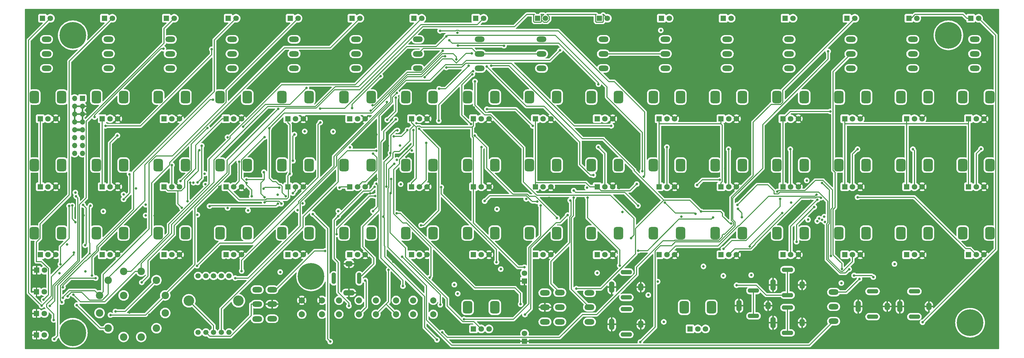
<source format=gbr>
%TF.GenerationSoftware,KiCad,Pcbnew,7.0.9*%
%TF.CreationDate,2023-12-27T10:42:18-06:00*%
%TF.ProjectId,SoundLab16StepSequencer,536f756e-644c-4616-9231-365374657053,rev?*%
%TF.SameCoordinates,Original*%
%TF.FileFunction,Copper,L4,Bot*%
%TF.FilePolarity,Positive*%
%FSLAX46Y46*%
G04 Gerber Fmt 4.6, Leading zero omitted, Abs format (unit mm)*
G04 Created by KiCad (PCBNEW 7.0.9) date 2023-12-27 10:42:18*
%MOMM*%
%LPD*%
G01*
G04 APERTURE LIST*
G04 Aperture macros list*
%AMRoundRect*
0 Rectangle with rounded corners*
0 $1 Rounding radius*
0 $2 $3 $4 $5 $6 $7 $8 $9 X,Y pos of 4 corners*
0 Add a 4 corners polygon primitive as box body*
4,1,4,$2,$3,$4,$5,$6,$7,$8,$9,$2,$3,0*
0 Add four circle primitives for the rounded corners*
1,1,$1+$1,$2,$3*
1,1,$1+$1,$4,$5*
1,1,$1+$1,$6,$7*
1,1,$1+$1,$8,$9*
0 Add four rect primitives between the rounded corners*
20,1,$1+$1,$2,$3,$4,$5,0*
20,1,$1+$1,$4,$5,$6,$7,0*
20,1,$1+$1,$6,$7,$8,$9,0*
20,1,$1+$1,$8,$9,$2,$3,0*%
G04 Aperture macros list end*
%TA.AperFunction,ComponentPad*%
%ADD10C,8.600000*%
%TD*%
%TA.AperFunction,ComponentPad*%
%ADD11O,1.750000X3.700000*%
%TD*%
%TA.AperFunction,ComponentPad*%
%ADD12O,1.750000X2.500000*%
%TD*%
%TA.AperFunction,ComponentPad*%
%ADD13O,3.700000X1.400000*%
%TD*%
%TA.AperFunction,ComponentPad*%
%ADD14O,3.700000X1.750000*%
%TD*%
%TA.AperFunction,ComponentPad*%
%ADD15O,2.500000X1.750000*%
%TD*%
%TA.AperFunction,ComponentPad*%
%ADD16O,1.400000X3.700000*%
%TD*%
%TA.AperFunction,ComponentPad*%
%ADD17R,1.800000X1.800000*%
%TD*%
%TA.AperFunction,ComponentPad*%
%ADD18C,1.800000*%
%TD*%
%TA.AperFunction,ComponentPad*%
%ADD19RoundRect,0.750000X0.750000X-1.250000X0.750000X1.250000X-0.750000X1.250000X-0.750000X-1.250000X0*%
%TD*%
%TA.AperFunction,ComponentPad*%
%ADD20C,2.000000*%
%TD*%
%TA.AperFunction,ComponentPad*%
%ADD21O,3.200000X1.800000*%
%TD*%
%TA.AperFunction,ComponentPad*%
%ADD22C,1.700000*%
%TD*%
%TA.AperFunction,ComponentPad*%
%ADD23C,3.400000*%
%TD*%
%TA.AperFunction,ComponentPad*%
%ADD24C,2.400000*%
%TD*%
%TA.AperFunction,ComponentPad*%
%ADD25R,1.700000X1.700000*%
%TD*%
%TA.AperFunction,ComponentPad*%
%ADD26O,1.700000X1.700000*%
%TD*%
%TA.AperFunction,ViaPad*%
%ADD27C,0.800000*%
%TD*%
%TA.AperFunction,Conductor*%
%ADD28C,0.304800*%
%TD*%
%TA.AperFunction,Conductor*%
%ADD29C,0.812800*%
%TD*%
G04 APERTURE END LIST*
D10*
%TO.P,,1*%
%TO.N,N/C*%
X80000000Y-187250000D03*
%TD*%
D11*
%TO.P,J8,S*%
%TO.N,GNDREF*%
X295300000Y-178500000D03*
D12*
X304700000Y-178500000D03*
D13*
%TO.P,J8,T*%
%TO.N,/SequencerAnalogGenerator/CV1*%
X300000000Y-173600000D03*
X300000000Y-181800000D03*
%TD*%
D11*
%TO.P,J7,S*%
%TO.N,GNDREF*%
X306300000Y-184000000D03*
D12*
X315700000Y-184000000D03*
D13*
%TO.P,J7,T*%
%TO.N,/SequencerAnalogGenerator/CV2*%
X311000000Y-179100000D03*
X311000000Y-187300000D03*
%TD*%
D11*
%TO.P,J6,S*%
%TO.N,GNDREF*%
X306300000Y-171750000D03*
D12*
X315700000Y-171750000D03*
D13*
%TO.P,J6,T*%
%TO.N,/SequencerAnalogGenerator/CV3*%
X311000000Y-166850000D03*
X311000000Y-175050000D03*
%TD*%
D11*
%TO.P,J5,S*%
%TO.N,GNDREF*%
X254200000Y-172500000D03*
D12*
X263600000Y-172500000D03*
D13*
%TO.P,J5,T*%
%TO.N,/VariClock2/Clock_Out*%
X258900000Y-167600000D03*
X258900000Y-175800000D03*
%TD*%
D11*
%TO.P,J4,S*%
%TO.N,GNDREF*%
X333800000Y-178750000D03*
D12*
X343200000Y-178750000D03*
D13*
%TO.P,J4,T*%
%TO.N,/SequencerInput/Gate*%
X338500000Y-173850000D03*
X338500000Y-182050000D03*
%TD*%
D11*
%TO.P,J3,S*%
%TO.N,GNDREF*%
X347300000Y-178750000D03*
D12*
X356700000Y-178750000D03*
D13*
%TO.P,J3,T*%
%TO.N,/SequencerInput/Trig*%
X352000000Y-173850000D03*
X352000000Y-182050000D03*
%TD*%
D11*
%TO.P,J2,S*%
%TO.N,GNDREF*%
X254200000Y-184500000D03*
D12*
X263600000Y-184500000D03*
D13*
%TO.P,J2,T*%
%TO.N,/VariClock2/EXT_CLK_Input*%
X258900000Y-179600000D03*
X258900000Y-187800000D03*
%TD*%
D14*
%TO.P,J1,S*%
%TO.N,GNDREF*%
X169250000Y-174325000D03*
D15*
X169250000Y-164925000D03*
D16*
%TO.P,J1,T*%
%TO.N,/SequencerClocking/XSTP*%
X164350000Y-169625000D03*
X172550000Y-169625000D03*
%TD*%
D10*
%TO.P,H4,1*%
%TO.N,N/C*%
X157000000Y-169000000D03*
%TD*%
%TO.P,H3,1*%
%TO.N,N/C*%
X370000000Y-184000000D03*
%TD*%
%TO.P,H2,1*%
%TO.N,N/C*%
X363000000Y-91000000D03*
%TD*%
%TO.P,H1,1*%
%TO.N,N/C*%
X80000000Y-91000000D03*
%TD*%
D17*
%TO.P,RV43,1,1*%
%TO.N,+12V*%
X309500000Y-162000000D03*
D18*
%TO.P,RV43,2,2*%
%TO.N,Net-(U13-I12)*%
X312000000Y-162000000D03*
%TO.P,RV43,3,3*%
%TO.N,GNDREF*%
X314500000Y-162000000D03*
D19*
%TO.P,RV43,MP*%
%TO.N,N/C*%
X307600000Y-155000000D03*
X316400000Y-155000000D03*
%TD*%
D20*
%TO.P,SW20,1,1*%
%TO.N,+12V*%
X190000000Y-176750000D03*
X196500000Y-176750000D03*
%TO.P,SW20,2,2*%
%TO.N,Net-(R82-Pad1)*%
X190000000Y-181250000D03*
X196500000Y-181250000D03*
%TD*%
D21*
%TO.P,SW8,1,A*%
%TO.N,Net-(D22-K)*%
X151500000Y-92300000D03*
%TO.P,SW8,2,B*%
%TO.N,GB*%
X151500000Y-97000000D03*
%TO.P,SW8,3*%
%TO.N,N/C*%
X151500000Y-101700000D03*
%TD*%
D17*
%TO.P,RV22,1,1*%
%TO.N,Net-(RV10-Pad1)*%
X289500000Y-118000000D03*
D18*
%TO.P,RV22,2,2*%
%TO.N,Net-(R67-Pad1)*%
X292000000Y-118000000D03*
%TO.P,RV22,3,3*%
%TO.N,GNDREF*%
X294500000Y-118000000D03*
D19*
%TO.P,RV22,MP*%
%TO.N,N/C*%
X287600000Y-111000000D03*
X296400000Y-111000000D03*
%TD*%
D17*
%TO.P,RV33,1,1*%
%TO.N,Net-(C32-Pad2)*%
X209500000Y-140000000D03*
D18*
%TO.P,RV33,2,2*%
%TO.N,Net-(R76-Pad2)*%
X212000000Y-140000000D03*
%TO.P,RV33,3,3*%
%TO.N,GNDREF*%
X214500000Y-140000000D03*
D19*
%TO.P,RV33,MP*%
%TO.N,N/C*%
X207600000Y-133000000D03*
X216400000Y-133000000D03*
%TD*%
D21*
%TO.P,SW2,1,A*%
%TO.N,Net-(D1-K)*%
X139600000Y-182770000D03*
%TO.P,SW2,2,B*%
%TO.N,Net-(SW1-Pad4)*%
X139600000Y-178000000D03*
%TO.P,SW2,3,C*%
%TO.N,unconnected-(SW2-C-Pad3)*%
X139600000Y-173300000D03*
%TO.P,SW2,4,A*%
%TO.N,unconnected-(SW2-A-Pad4)*%
X144400000Y-182700000D03*
%TO.P,SW2,5,B*%
%TO.N,GNDREF*%
X144400000Y-178000000D03*
%TO.P,SW2,6,C*%
%TO.N,/SequencerClocking/RND*%
X144400000Y-173300000D03*
%TD*%
D20*
%TO.P,SW22,1,1*%
%TO.N,+12V*%
X166000000Y-176750000D03*
X172500000Y-176750000D03*
%TO.P,SW22,2,2*%
%TO.N,Net-(R80-Pad2)*%
X166000000Y-181250000D03*
X172500000Y-181250000D03*
%TD*%
D17*
%TO.P,D45,1,K*%
%TO.N,GNDREF*%
X68275000Y-174000000D03*
D18*
%TO.P,D45,2,A*%
%TO.N,Net-(D45-A)*%
X70815000Y-174000000D03*
%TD*%
D17*
%TO.P,RV5,1,1*%
%TO.N,Net-(RV10-Pad1)*%
X369500000Y-118000000D03*
D18*
%TO.P,RV5,2,2*%
%TO.N,Net-(R51-Pad1)*%
X372000000Y-118000000D03*
%TO.P,RV5,3,3*%
%TO.N,GNDREF*%
X374500000Y-118000000D03*
D19*
%TO.P,RV5,MP*%
%TO.N,N/C*%
X367600000Y-111000000D03*
X376400000Y-111000000D03*
%TD*%
D21*
%TO.P,SW11,1,A*%
%TO.N,Net-(D25-K)*%
X211500000Y-92300000D03*
%TO.P,SW11,2,B*%
%TO.N,GB*%
X211500000Y-97000000D03*
%TO.P,SW11,3*%
%TO.N,N/C*%
X211500000Y-101700000D03*
%TD*%
%TO.P,SW9,1,A*%
%TO.N,Net-(D23-K)*%
X171500000Y-92300000D03*
%TO.P,SW9,2,B*%
%TO.N,GB*%
X171500000Y-97000000D03*
%TO.P,SW9,3*%
%TO.N,N/C*%
X171500000Y-101700000D03*
%TD*%
D17*
%TO.P,RV45,1,1*%
%TO.N,+12V*%
X289500000Y-162000000D03*
D18*
%TO.P,RV45,2,2*%
%TO.N,Net-(U13-I11)*%
X292000000Y-162000000D03*
%TO.P,RV45,3,3*%
%TO.N,GNDREF*%
X294500000Y-162000000D03*
D19*
%TO.P,RV45,MP*%
%TO.N,N/C*%
X287600000Y-155000000D03*
X296400000Y-155000000D03*
%TD*%
D17*
%TO.P,RV11,1,1*%
%TO.N,Net-(RV10-Pad1)*%
X349500000Y-140000000D03*
D18*
%TO.P,RV11,2,2*%
%TO.N,Net-(R55-Pad2)*%
X352000000Y-140000000D03*
%TO.P,RV11,3,3*%
%TO.N,GNDREF*%
X354500000Y-140000000D03*
D19*
%TO.P,RV11,MP*%
%TO.N,N/C*%
X347600000Y-133000000D03*
X356400000Y-133000000D03*
%TD*%
D20*
%TO.P,SW21,1,1*%
%TO.N,+12V*%
X178000000Y-176750000D03*
X184500000Y-176750000D03*
%TO.P,SW21,2,2*%
%TO.N,Net-(R83-Pad1)*%
X178000000Y-181250000D03*
X184500000Y-181250000D03*
%TD*%
D17*
%TO.P,RV38,1,1*%
%TO.N,+12V*%
X89500000Y-162000000D03*
D18*
%TO.P,RV38,2,2*%
%TO.N,Net-(U13-I1)*%
X92000000Y-162000000D03*
%TO.P,RV38,3,3*%
%TO.N,GNDREF*%
X94500000Y-162000000D03*
D19*
%TO.P,RV38,MP*%
%TO.N,N/C*%
X87600000Y-155000000D03*
X96400000Y-155000000D03*
%TD*%
D21*
%TO.P,SW19,1,A*%
%TO.N,Net-(D33-K)*%
X371500000Y-92300000D03*
%TO.P,SW19,2,B*%
%TO.N,GB*%
X371500000Y-97000000D03*
%TO.P,SW19,3*%
%TO.N,N/C*%
X371500000Y-101700000D03*
%TD*%
%TO.P,SW26,1,A*%
%TO.N,/SequencerInput/SBV2*%
X325900000Y-174100000D03*
%TO.P,SW26,2,B*%
%TO.N,/SequencerInput/SBV1*%
X325900000Y-178800000D03*
%TO.P,SW26,3,C*%
%TO.N,Net-(D62-A)*%
X325900000Y-183500000D03*
%TD*%
D22*
%TO.P,SW1,1,1*%
%TO.N,unconnected-(SW1-Pad1)*%
X130500000Y-187150000D03*
%TO.P,SW1,2,2*%
%TO.N,/SequencerClocking/STP*%
X128000000Y-187150000D03*
D23*
%TO.P,SW1,3,3*%
%TO.N,/SequencerClocking/CLR*%
X117500000Y-176900000D03*
D22*
X125500000Y-187150000D03*
D23*
X133500000Y-176900000D03*
D22*
%TO.P,SW1,4,4*%
%TO.N,Net-(SW1-Pad4)*%
X123000000Y-187150000D03*
%TO.P,SW1,5,5*%
%TO.N,/SequencerClocking/REV*%
X120500000Y-187150000D03*
%TO.P,SW1,6*%
%TO.N,N/C*%
X120500000Y-168850000D03*
%TO.P,SW1,7*%
X123000000Y-168850000D03*
%TO.P,SW1,8*%
X125500000Y-168850000D03*
%TO.P,SW1,9*%
X128000000Y-168850000D03*
%TO.P,SW1,10*%
X130500000Y-168850000D03*
%TD*%
D17*
%TO.P,RV26,1,1*%
%TO.N,Net-(RV10-Pad1)*%
X269500000Y-118000000D03*
D18*
%TO.P,RV26,2,2*%
%TO.N,Net-(R70-Pad2)*%
X272000000Y-118000000D03*
%TO.P,RV26,3,3*%
%TO.N,GNDREF*%
X274500000Y-118000000D03*
D19*
%TO.P,RV26,MP*%
%TO.N,N/C*%
X267600000Y-111000000D03*
X276400000Y-111000000D03*
%TD*%
D21*
%TO.P,SW13,1,A*%
%TO.N,Net-(D27-K)*%
X251500000Y-92300000D03*
%TO.P,SW13,2,B*%
%TO.N,GB*%
X251500000Y-97000000D03*
%TO.P,SW13,3*%
%TO.N,N/C*%
X251500000Y-101700000D03*
%TD*%
D17*
%TO.P,D14,1,K*%
%TO.N,Net-(D10-K)*%
X190225000Y-85500000D03*
D18*
%TO.P,D14,2,A*%
%TO.N,/SequencerInput/Q6*%
X192765000Y-85500000D03*
%TD*%
D17*
%TO.P,RV20,1,1*%
%TO.N,Net-(C32-Pad2)*%
X149500000Y-118000000D03*
D18*
%TO.P,RV20,2,2*%
%TO.N,Net-(R64-Pad2)*%
X152000000Y-118000000D03*
%TO.P,RV20,3,3*%
%TO.N,GNDREF*%
X154500000Y-118000000D03*
D19*
%TO.P,RV20,MP*%
%TO.N,N/C*%
X147600000Y-111000000D03*
X156400000Y-111000000D03*
%TD*%
D17*
%TO.P,RV12,1,1*%
%TO.N,Net-(C32-Pad2)*%
X109500000Y-118000000D03*
D18*
%TO.P,RV12,2,2*%
%TO.N,Net-(R56-Pad2)*%
X112000000Y-118000000D03*
%TO.P,RV12,3,3*%
%TO.N,GNDREF*%
X114500000Y-118000000D03*
D19*
%TO.P,RV12,MP*%
%TO.N,N/C*%
X107600000Y-111000000D03*
X116400000Y-111000000D03*
%TD*%
D21*
%TO.P,SW16,1,A*%
%TO.N,Net-(D30-K)*%
X311500000Y-92300000D03*
%TO.P,SW16,2,B*%
%TO.N,GB*%
X311500000Y-97000000D03*
%TO.P,SW16,3*%
%TO.N,N/C*%
X311500000Y-101700000D03*
%TD*%
%TO.P,SW15,1,A*%
%TO.N,Net-(D29-K)*%
X291500000Y-92300000D03*
%TO.P,SW15,2,B*%
%TO.N,GB*%
X291500000Y-97000000D03*
%TO.P,SW15,3*%
%TO.N,N/C*%
X291500000Y-101700000D03*
%TD*%
D17*
%TO.P,RV47,1,1*%
%TO.N,+12V*%
X269500000Y-162000000D03*
D18*
%TO.P,RV47,2,2*%
%TO.N,Net-(U13-I10)*%
X272000000Y-162000000D03*
%TO.P,RV47,3,3*%
%TO.N,GNDREF*%
X274500000Y-162000000D03*
D19*
%TO.P,RV47,MP*%
%TO.N,N/C*%
X267600000Y-155000000D03*
X276400000Y-155000000D03*
%TD*%
D17*
%TO.P,RV42,1,1*%
%TO.N,+12V*%
X129500000Y-162000000D03*
D18*
%TO.P,RV42,2,2*%
%TO.N,Net-(U13-I3)*%
X132000000Y-162000000D03*
%TO.P,RV42,3,3*%
%TO.N,GNDREF*%
X134500000Y-162000000D03*
D19*
%TO.P,RV42,MP*%
%TO.N,N/C*%
X127600000Y-155000000D03*
X136400000Y-155000000D03*
%TD*%
D17*
%TO.P,RV8,1,1*%
%TO.N,Net-(C32-Pad2)*%
X89500000Y-118000000D03*
D18*
%TO.P,RV8,2,2*%
%TO.N,Net-(R53-Pad1)*%
X92000000Y-118000000D03*
%TO.P,RV8,3,3*%
%TO.N,GNDREF*%
X94500000Y-118000000D03*
D19*
%TO.P,RV8,MP*%
%TO.N,N/C*%
X87600000Y-111000000D03*
X96400000Y-111000000D03*
%TD*%
D17*
%TO.P,RV25,1,1*%
%TO.N,Net-(C32-Pad2)*%
X169500000Y-140000000D03*
D18*
%TO.P,RV25,2,2*%
%TO.N,Net-(R68-Pad2)*%
X172000000Y-140000000D03*
%TO.P,RV25,3,3*%
%TO.N,GNDREF*%
X174500000Y-140000000D03*
D19*
%TO.P,RV25,MP*%
%TO.N,N/C*%
X167600000Y-133000000D03*
X176400000Y-133000000D03*
%TD*%
D17*
%TO.P,D61,1,K*%
%TO.N,GNDREF*%
X226000000Y-190000000D03*
D18*
%TO.P,D61,2,A*%
%TO.N,Net-(D61-A)*%
X226000000Y-187460000D03*
%TD*%
D17*
%TO.P,RV23,1,1*%
%TO.N,Net-(RV10-Pad1)*%
X289500000Y-140000000D03*
D18*
%TO.P,RV23,2,2*%
%TO.N,Net-(R66-Pad1)*%
X292000000Y-140000000D03*
%TO.P,RV23,3,3*%
%TO.N,GNDREF*%
X294500000Y-140000000D03*
D19*
%TO.P,RV23,MP*%
%TO.N,N/C*%
X287600000Y-133000000D03*
X296400000Y-133000000D03*
%TD*%
D17*
%TO.P,RV37,1,1*%
%TO.N,+12V*%
X369500000Y-162000000D03*
D18*
%TO.P,RV37,2,2*%
%TO.N,Net-(U13-I15)*%
X372000000Y-162000000D03*
%TO.P,RV37,3,3*%
%TO.N,GNDREF*%
X374500000Y-162000000D03*
D19*
%TO.P,RV37,MP*%
%TO.N,N/C*%
X367600000Y-155000000D03*
X376400000Y-155000000D03*
%TD*%
D17*
%TO.P,D2,1,K*%
%TO.N,Net-(D10-K)*%
X70225000Y-85500000D03*
D18*
%TO.P,D2,2,A*%
%TO.N,/SequencerClocking/FWD*%
X72765000Y-85500000D03*
%TD*%
D17*
%TO.P,D64,1,K*%
%TO.N,GNDREF*%
X226000000Y-170500000D03*
D18*
%TO.P,D64,2,A*%
%TO.N,Net-(D64-A)*%
X226000000Y-167960000D03*
%TD*%
D17*
%TO.P,RV18,1,1*%
%TO.N,Net-(RV10-Pad1)*%
X309500000Y-118000000D03*
D18*
%TO.P,RV18,2,2*%
%TO.N,Net-(R62-Pad2)*%
X312000000Y-118000000D03*
%TO.P,RV18,3,3*%
%TO.N,GNDREF*%
X314500000Y-118000000D03*
D19*
%TO.P,RV18,MP*%
%TO.N,N/C*%
X307600000Y-111000000D03*
X316400000Y-111000000D03*
%TD*%
D21*
%TO.P,SW5,1,A*%
%TO.N,Net-(D19-K)*%
X91500000Y-92300000D03*
%TO.P,SW5,2,B*%
%TO.N,GB*%
X91500000Y-97000000D03*
%TO.P,SW5,3*%
%TO.N,N/C*%
X91500000Y-101700000D03*
%TD*%
D17*
%TO.P,RV9,1,1*%
%TO.N,Net-(C32-Pad2)*%
X89500000Y-140000000D03*
D18*
%TO.P,RV9,2,2*%
%TO.N,Net-(R52-Pad2)*%
X92000000Y-140000000D03*
%TO.P,RV9,3,3*%
%TO.N,GNDREF*%
X94500000Y-140000000D03*
D19*
%TO.P,RV9,MP*%
%TO.N,N/C*%
X87600000Y-133000000D03*
X96400000Y-133000000D03*
%TD*%
D17*
%TO.P,D5,1,K*%
%TO.N,Net-(D10-K)*%
X350225000Y-85500000D03*
D18*
%TO.P,D5,2,A*%
%TO.N,/SequencerInput/Q14*%
X352765000Y-85500000D03*
%TD*%
D17*
%TO.P,RV16,1,1*%
%TO.N,Net-(C32-Pad2)*%
X129500000Y-118000000D03*
D18*
%TO.P,RV16,2,2*%
%TO.N,Net-(R61-Pad1)*%
X132000000Y-118000000D03*
%TO.P,RV16,3,3*%
%TO.N,GNDREF*%
X134500000Y-118000000D03*
D19*
%TO.P,RV16,MP*%
%TO.N,N/C*%
X127600000Y-111000000D03*
X136400000Y-111000000D03*
%TD*%
D17*
%TO.P,D47,1,K*%
%TO.N,GNDREF*%
X68275000Y-188000000D03*
D18*
%TO.P,D47,2,A*%
%TO.N,Net-(D47-A)*%
X70815000Y-188000000D03*
%TD*%
D21*
%TO.P,SW12,1,A*%
%TO.N,Net-(D26-K)*%
X231500000Y-92300000D03*
%TO.P,SW12,2,B*%
%TO.N,GB*%
X231500000Y-97000000D03*
%TO.P,SW12,3*%
%TO.N,N/C*%
X231500000Y-101700000D03*
%TD*%
D17*
%TO.P,RV4,1,1*%
%TO.N,Net-(C32-Pad2)*%
X69500000Y-140000000D03*
D18*
%TO.P,RV4,2,2*%
%TO.N,Net-(R49-Pad2)*%
X72000000Y-140000000D03*
%TO.P,RV4,3,3*%
%TO.N,GNDREF*%
X74500000Y-140000000D03*
D19*
%TO.P,RV4,MP*%
%TO.N,N/C*%
X67600000Y-133000000D03*
X76400000Y-133000000D03*
%TD*%
D17*
%TO.P,D15,1,K*%
%TO.N,Net-(D10-K)*%
X250225000Y-85500000D03*
D18*
%TO.P,D15,2,A*%
%TO.N,/SequencerInput/Q9*%
X252765000Y-85500000D03*
%TD*%
D17*
%TO.P,RV21,1,1*%
%TO.N,Net-(C32-Pad2)*%
X149500000Y-140000000D03*
D18*
%TO.P,RV21,2,2*%
%TO.N,Net-(R65-Pad2)*%
X152000000Y-140000000D03*
%TO.P,RV21,3,3*%
%TO.N,GNDREF*%
X154500000Y-140000000D03*
D19*
%TO.P,RV21,MP*%
%TO.N,N/C*%
X147600000Y-133000000D03*
X156400000Y-133000000D03*
%TD*%
D17*
%TO.P,RV17,1,1*%
%TO.N,Net-(C32-Pad2)*%
X129500000Y-140000000D03*
D18*
%TO.P,RV17,2,2*%
%TO.N,Net-(R60-Pad2)*%
X132000000Y-140000000D03*
%TO.P,RV17,3,3*%
%TO.N,GNDREF*%
X134500000Y-140000000D03*
D19*
%TO.P,RV17,MP*%
%TO.N,N/C*%
X127600000Y-133000000D03*
X136400000Y-133000000D03*
%TD*%
D21*
%TO.P,SW10,1,A*%
%TO.N,Net-(D24-K)*%
X191500000Y-92300000D03*
%TO.P,SW10,2,B*%
%TO.N,GB*%
X191500000Y-97000000D03*
%TO.P,SW10,3*%
%TO.N,N/C*%
X191500000Y-101700000D03*
%TD*%
%TO.P,SW25,1,A*%
%TO.N,Net-(SW25-A)*%
X247000000Y-183700000D03*
%TO.P,SW25,2,B*%
%TO.N,Net-(SW25-B)*%
X247000000Y-179000000D03*
%TO.P,SW25,3,C*%
%TO.N,Net-(Q2-C)*%
X247000000Y-174300000D03*
%TD*%
D17*
%TO.P,RV28,1,1*%
%TO.N,Net-(C32-Pad2)*%
X189500000Y-118000000D03*
D18*
%TO.P,RV28,2,2*%
%TO.N,Net-(R72-Pad2)*%
X192000000Y-118000000D03*
%TO.P,RV28,3,3*%
%TO.N,GNDREF*%
X194500000Y-118000000D03*
D19*
%TO.P,RV28,MP*%
%TO.N,N/C*%
X187600000Y-111000000D03*
X196400000Y-111000000D03*
%TD*%
D17*
%TO.P,D7,1,K*%
%TO.N,Net-(D10-K)*%
X330225000Y-85500000D03*
D18*
%TO.P,D7,2,A*%
%TO.N,/SequencerInput/Q13*%
X332765000Y-85500000D03*
%TD*%
D17*
%TO.P,RV50,1,1*%
%TO.N,+12V*%
X209500000Y-162000000D03*
D18*
%TO.P,RV50,2,2*%
%TO.N,Net-(U13-I7)*%
X212000000Y-162000000D03*
%TO.P,RV50,3,3*%
%TO.N,GNDREF*%
X214500000Y-162000000D03*
D19*
%TO.P,RV50,MP*%
%TO.N,N/C*%
X207600000Y-155000000D03*
X216400000Y-155000000D03*
%TD*%
D17*
%TO.P,RV34,1,1*%
%TO.N,Net-(RV10-Pad1)*%
X229500000Y-118000000D03*
D18*
%TO.P,RV34,2,2*%
%TO.N,Net-(R78-Pad2)*%
X232000000Y-118000000D03*
%TO.P,RV34,3,3*%
%TO.N,GNDREF*%
X234500000Y-118000000D03*
D19*
%TO.P,RV34,MP*%
%TO.N,N/C*%
X227600000Y-111000000D03*
X236400000Y-111000000D03*
%TD*%
D17*
%TO.P,RV51,1,1*%
%TO.N,+12V*%
X229500000Y-162000000D03*
D18*
%TO.P,RV51,2,2*%
%TO.N,Net-(U13-I8)*%
X232000000Y-162000000D03*
%TO.P,RV51,3,3*%
%TO.N,GNDREF*%
X234500000Y-162000000D03*
D19*
%TO.P,RV51,MP*%
%TO.N,N/C*%
X227600000Y-155000000D03*
X236400000Y-155000000D03*
%TD*%
D17*
%TO.P,RV32,1,1*%
%TO.N,Net-(C32-Pad2)*%
X209500000Y-118000000D03*
D18*
%TO.P,RV32,2,2*%
%TO.N,Net-(R77-Pad1)*%
X212000000Y-118000000D03*
%TO.P,RV32,3,3*%
%TO.N,GNDREF*%
X214500000Y-118000000D03*
D19*
%TO.P,RV32,MP*%
%TO.N,N/C*%
X207600000Y-111000000D03*
X216400000Y-111000000D03*
%TD*%
D17*
%TO.P,D10,1,K*%
%TO.N,Net-(D10-K)*%
X150250000Y-85500000D03*
D18*
%TO.P,D10,2,A*%
%TO.N,/SequencerInput/Q4*%
X152790000Y-85500000D03*
%TD*%
D21*
%TO.P,SW24,1,A*%
%TO.N,/VariClock1/QCK*%
X237400000Y-174230000D03*
%TO.P,SW24,2,B*%
%TO.N,Net-(SW25-A)*%
X237400000Y-179000000D03*
%TO.P,SW24,3,C*%
%TO.N,/VariClock2/Q2*%
X237400000Y-183700000D03*
%TO.P,SW24,4,A*%
%TO.N,unconnected-(SW24-A-Pad4)*%
X232600000Y-174300000D03*
%TO.P,SW24,5,B*%
%TO.N,GNDREF*%
X232600000Y-179000000D03*
%TO.P,SW24,6,C*%
%TO.N,Net-(U4B-S)*%
X232600000Y-183700000D03*
%TD*%
D17*
%TO.P,RV29,1,1*%
%TO.N,Net-(C32-Pad2)*%
X189500000Y-140000000D03*
D18*
%TO.P,RV29,2,2*%
%TO.N,Net-(R73-Pad2)*%
X192000000Y-140000000D03*
%TO.P,RV29,3,3*%
%TO.N,GNDREF*%
X194500000Y-140000000D03*
D19*
%TO.P,RV29,MP*%
%TO.N,N/C*%
X187600000Y-133000000D03*
X196400000Y-133000000D03*
%TD*%
D17*
%TO.P,RV49,1,1*%
%TO.N,+12V*%
X249500000Y-162000000D03*
D18*
%TO.P,RV49,2,2*%
%TO.N,Net-(U13-I9)*%
X252000000Y-162000000D03*
%TO.P,RV49,3,3*%
%TO.N,GNDREF*%
X254500000Y-162000000D03*
D19*
%TO.P,RV49,MP*%
%TO.N,N/C*%
X247600000Y-155000000D03*
X256400000Y-155000000D03*
%TD*%
D21*
%TO.P,SW17,1,A*%
%TO.N,Net-(D31-K)*%
X331500000Y-92300000D03*
%TO.P,SW17,2,B*%
%TO.N,GB*%
X331500000Y-97000000D03*
%TO.P,SW17,3*%
%TO.N,N/C*%
X331500000Y-101700000D03*
%TD*%
D17*
%TO.P,RV48,1,1*%
%TO.N,+12V*%
X189500000Y-162000000D03*
D18*
%TO.P,RV48,2,2*%
%TO.N,Net-(U13-I6)*%
X192000000Y-162000000D03*
%TO.P,RV48,3,3*%
%TO.N,GNDREF*%
X194500000Y-162000000D03*
D19*
%TO.P,RV48,MP*%
%TO.N,N/C*%
X187600000Y-155000000D03*
X196400000Y-155000000D03*
%TD*%
D17*
%TO.P,D11,1,K*%
%TO.N,Net-(D10-K)*%
X290225000Y-85500000D03*
D18*
%TO.P,D11,2,A*%
%TO.N,/SequencerInput/Q11*%
X292765000Y-85500000D03*
%TD*%
D24*
%TO.P,SW3,1,1*%
%TO.N,/SequencerInput/Q4*%
X88635000Y-175153000D03*
%TO.P,SW3,2,2*%
%TO.N,/SequencerInput/Q5*%
X91472000Y-170222000D03*
%TO.P,SW3,3,3*%
%TO.N,/SequencerInput/Q6*%
X96403000Y-167385000D03*
%TO.P,SW3,4,4*%
%TO.N,/SequencerInput/Q7*%
X102097000Y-167385000D03*
%TO.P,SW3,5,5*%
%TO.N,/SequencerInput/Q8*%
X107028000Y-170222000D03*
%TO.P,SW3,6,6*%
%TO.N,/SequencerInput/Q9*%
X109865000Y-175153000D03*
%TO.P,SW3,7,7*%
%TO.N,/SequencerInput/Q10*%
X109865000Y-180847000D03*
%TO.P,SW3,8,8*%
%TO.N,/SequencerInput/Q11*%
X107028000Y-185778000D03*
%TO.P,SW3,9,9*%
%TO.N,/SequencerInput/Q12*%
X102097000Y-188615000D03*
%TO.P,SW3,10,10*%
%TO.N,/SequencerInput/Q13*%
X96403000Y-188615000D03*
%TO.P,SW3,11,11*%
%TO.N,/SequencerInput/Q14*%
X91472000Y-185778000D03*
%TO.P,SW3,12,12*%
%TO.N,/SequencerInput/Q15*%
X88635000Y-180847000D03*
%TO.P,SW3,13,13*%
%TO.N,Net-(D1-A)*%
X96422000Y-175172000D03*
%TD*%
D17*
%TO.P,RV40,1,1*%
%TO.N,+12V*%
X109500000Y-162000000D03*
D18*
%TO.P,RV40,2,2*%
%TO.N,Net-(U13-I2)*%
X112000000Y-162000000D03*
%TO.P,RV40,3,3*%
%TO.N,GNDREF*%
X114500000Y-162000000D03*
D19*
%TO.P,RV40,MP*%
%TO.N,N/C*%
X107600000Y-155000000D03*
X116400000Y-155000000D03*
%TD*%
D17*
%TO.P,D17,1,K*%
%TO.N,Net-(D10-K)*%
X230225000Y-85500000D03*
D18*
%TO.P,D17,2,A*%
%TO.N,/SequencerInput/Q8*%
X232765000Y-85500000D03*
%TD*%
D17*
%TO.P,D3,1,K*%
%TO.N,Net-(D10-K)*%
X370225000Y-85500000D03*
D18*
%TO.P,D3,2,A*%
%TO.N,/SequencerInput/Q15*%
X372765000Y-85500000D03*
%TD*%
D20*
%TO.P,SW23,1,1*%
%TO.N,GNDREF*%
X154000000Y-176750000D03*
X160500000Y-176750000D03*
%TO.P,SW23,2,2*%
%TO.N,Net-(R105-Pad2)*%
X154000000Y-181250000D03*
X160500000Y-181250000D03*
%TD*%
D17*
%TO.P,D44,1,K*%
%TO.N,GNDREF*%
X68325000Y-167000000D03*
D18*
%TO.P,D44,2,A*%
%TO.N,Net-(D44-A)*%
X70865000Y-167000000D03*
%TD*%
D17*
%TO.P,RV14,1,1*%
%TO.N,Net-(RV10-Pad1)*%
X329500000Y-118000000D03*
D18*
%TO.P,RV14,2,2*%
%TO.N,Net-(R59-Pad1)*%
X332000000Y-118000000D03*
%TO.P,RV14,3,3*%
%TO.N,GNDREF*%
X334500000Y-118000000D03*
D19*
%TO.P,RV14,MP*%
%TO.N,N/C*%
X327600000Y-111000000D03*
X336400000Y-111000000D03*
%TD*%
D17*
%TO.P,RV31,1,1*%
%TO.N,Net-(RV10-Pad1)*%
X249500000Y-140000000D03*
D18*
%TO.P,RV31,2,2*%
%TO.N,Net-(R74-Pad1)*%
X252000000Y-140000000D03*
%TO.P,RV31,3,3*%
%TO.N,GNDREF*%
X254500000Y-140000000D03*
D19*
%TO.P,RV31,MP*%
%TO.N,N/C*%
X247600000Y-133000000D03*
X256400000Y-133000000D03*
%TD*%
D21*
%TO.P,SW6,1,A*%
%TO.N,Net-(D20-K)*%
X111500000Y-92300000D03*
%TO.P,SW6,2,B*%
%TO.N,GB*%
X111500000Y-97000000D03*
%TO.P,SW6,3*%
%TO.N,N/C*%
X111500000Y-101700000D03*
%TD*%
D17*
%TO.P,RV6,1,1*%
%TO.N,Net-(RV10-Pad1)*%
X369500000Y-140000000D03*
D18*
%TO.P,RV6,2,2*%
%TO.N,Net-(R50-Pad1)*%
X372000000Y-140000000D03*
%TO.P,RV6,3,3*%
%TO.N,GNDREF*%
X374500000Y-140000000D03*
D19*
%TO.P,RV6,MP*%
%TO.N,N/C*%
X367600000Y-133000000D03*
X376400000Y-133000000D03*
%TD*%
D17*
%TO.P,D16,1,K*%
%TO.N,Net-(D10-K)*%
X210250000Y-85500000D03*
D18*
%TO.P,D16,2,A*%
%TO.N,/SequencerInput/Q7*%
X212790000Y-85500000D03*
%TD*%
D17*
%TO.P,RV2,1,1*%
%TO.N,Net-(R33-Pad2)*%
X209500000Y-186000000D03*
D18*
%TO.P,RV2,2,2*%
%TO.N,/VariClock1/CLK*%
X212000000Y-186000000D03*
%TO.P,RV2,3,3*%
X214500000Y-186000000D03*
D19*
%TO.P,RV2,MP*%
%TO.N,N/C*%
X207600000Y-179000000D03*
X216400000Y-179000000D03*
%TD*%
D21*
%TO.P,SW7,1,A*%
%TO.N,Net-(D21-K)*%
X131500000Y-92300000D03*
%TO.P,SW7,2,B*%
%TO.N,GB*%
X131500000Y-97000000D03*
%TO.P,SW7,3*%
%TO.N,N/C*%
X131500000Y-101700000D03*
%TD*%
D17*
%TO.P,RV27,1,1*%
%TO.N,Net-(RV10-Pad1)*%
X269500000Y-140000000D03*
D18*
%TO.P,RV27,2,2*%
%TO.N,Net-(R71-Pad2)*%
X272000000Y-140000000D03*
%TO.P,RV27,3,3*%
%TO.N,GNDREF*%
X274500000Y-140000000D03*
D19*
%TO.P,RV27,MP*%
%TO.N,N/C*%
X267600000Y-133000000D03*
X276400000Y-133000000D03*
%TD*%
D17*
%TO.P,RV39,1,1*%
%TO.N,+12V*%
X349500000Y-162000000D03*
D18*
%TO.P,RV39,2,2*%
%TO.N,Net-(U13-I14)*%
X352000000Y-162000000D03*
%TO.P,RV39,3,3*%
%TO.N,GNDREF*%
X354500000Y-162000000D03*
D19*
%TO.P,RV39,MP*%
%TO.N,N/C*%
X347600000Y-155000000D03*
X356400000Y-155000000D03*
%TD*%
D17*
%TO.P,D4,1,K*%
%TO.N,Net-(D10-K)*%
X90225000Y-85500000D03*
D18*
%TO.P,D4,2,A*%
%TO.N,Net-(D19-A)*%
X92765000Y-85500000D03*
%TD*%
D21*
%TO.P,SW4,1,A*%
%TO.N,Net-(D18-K)*%
X71500000Y-92300000D03*
%TO.P,SW4,2,B*%
%TO.N,GB*%
X71500000Y-97000000D03*
%TO.P,SW4,3*%
%TO.N,N/C*%
X71500000Y-101700000D03*
%TD*%
D17*
%TO.P,RV13,1,1*%
%TO.N,Net-(C32-Pad2)*%
X109500000Y-140000000D03*
D18*
%TO.P,RV13,2,2*%
%TO.N,Net-(R57-Pad2)*%
X112000000Y-140000000D03*
%TO.P,RV13,3,3*%
%TO.N,GNDREF*%
X114500000Y-140000000D03*
D19*
%TO.P,RV13,MP*%
%TO.N,N/C*%
X107600000Y-133000000D03*
X116400000Y-133000000D03*
%TD*%
D17*
%TO.P,RV24,1,1*%
%TO.N,Net-(C32-Pad2)*%
X169500000Y-118000000D03*
D18*
%TO.P,RV24,2,2*%
%TO.N,Net-(R69-Pad1)*%
X172000000Y-118000000D03*
%TO.P,RV24,3,3*%
%TO.N,GNDREF*%
X174500000Y-118000000D03*
D19*
%TO.P,RV24,MP*%
%TO.N,N/C*%
X167600000Y-111000000D03*
X176400000Y-111000000D03*
%TD*%
D17*
%TO.P,RV7,1,1*%
%TO.N,Net-(U11B-+)*%
X279500000Y-186000000D03*
D18*
%TO.P,RV7,2,2*%
X282000000Y-186000000D03*
%TO.P,RV7,3,3*%
%TO.N,Net-(U11C-+)*%
X284500000Y-186000000D03*
D19*
%TO.P,RV7,MP*%
%TO.N,N/C*%
X277600000Y-179000000D03*
X286400000Y-179000000D03*
%TD*%
D17*
%TO.P,RV35,1,1*%
%TO.N,Net-(RV10-Pad1)*%
X229500000Y-140000000D03*
D18*
%TO.P,RV35,2,2*%
%TO.N,Net-(R79-Pad2)*%
X232000000Y-140000000D03*
%TO.P,RV35,3,3*%
%TO.N,GNDREF*%
X234500000Y-140000000D03*
D19*
%TO.P,RV35,MP*%
%TO.N,N/C*%
X227600000Y-133000000D03*
X236400000Y-133000000D03*
%TD*%
D17*
%TO.P,D6,1,K*%
%TO.N,Net-(D10-K)*%
X110250000Y-85500000D03*
D18*
%TO.P,D6,2,A*%
%TO.N,Net-(D20-A)*%
X112790000Y-85500000D03*
%TD*%
D21*
%TO.P,SW18,1,A*%
%TO.N,Net-(D32-K)*%
X351500000Y-92300000D03*
%TO.P,SW18,2,B*%
%TO.N,GB*%
X351500000Y-97000000D03*
%TO.P,SW18,3*%
%TO.N,N/C*%
X351500000Y-101700000D03*
%TD*%
D17*
%TO.P,RV44,1,1*%
%TO.N,+12V*%
X149500000Y-162000000D03*
D18*
%TO.P,RV44,2,2*%
%TO.N,Net-(U13-I4)*%
X152000000Y-162000000D03*
%TO.P,RV44,3,3*%
%TO.N,GNDREF*%
X154500000Y-162000000D03*
D19*
%TO.P,RV44,MP*%
%TO.N,N/C*%
X147600000Y-155000000D03*
X156400000Y-155000000D03*
%TD*%
D17*
%TO.P,RV41,1,1*%
%TO.N,+12V*%
X329500000Y-162000000D03*
D18*
%TO.P,RV41,2,2*%
%TO.N,Net-(U13-I13)*%
X332000000Y-162000000D03*
%TO.P,RV41,3,3*%
%TO.N,GNDREF*%
X334500000Y-162000000D03*
D19*
%TO.P,RV41,MP*%
%TO.N,N/C*%
X327600000Y-155000000D03*
X336400000Y-155000000D03*
%TD*%
D17*
%TO.P,RV15,1,1*%
%TO.N,Net-(RV10-Pad1)*%
X329500000Y-140000000D03*
D18*
%TO.P,RV15,2,2*%
%TO.N,Net-(R58-Pad1)*%
X332000000Y-140000000D03*
%TO.P,RV15,3,3*%
%TO.N,GNDREF*%
X334500000Y-140000000D03*
D19*
%TO.P,RV15,MP*%
%TO.N,N/C*%
X327600000Y-133000000D03*
X336400000Y-133000000D03*
%TD*%
D17*
%TO.P,RV10,1,1*%
%TO.N,Net-(RV10-Pad1)*%
X349500000Y-118000000D03*
D18*
%TO.P,RV10,2,2*%
%TO.N,Net-(R54-Pad2)*%
X352000000Y-118000000D03*
%TO.P,RV10,3,3*%
%TO.N,GNDREF*%
X354500000Y-118000000D03*
D19*
%TO.P,RV10,MP*%
%TO.N,N/C*%
X347600000Y-111000000D03*
X356400000Y-111000000D03*
%TD*%
D17*
%TO.P,RV36,1,1*%
%TO.N,+12V*%
X69500000Y-162000000D03*
D18*
%TO.P,RV36,2,2*%
%TO.N,Net-(U13-I0)*%
X72000000Y-162000000D03*
%TO.P,RV36,3,3*%
%TO.N,GNDREF*%
X74500000Y-162000000D03*
D19*
%TO.P,RV36,MP*%
%TO.N,N/C*%
X67600000Y-155000000D03*
X76400000Y-155000000D03*
%TD*%
D17*
%TO.P,D46,1,K*%
%TO.N,GNDREF*%
X68275000Y-181000000D03*
D18*
%TO.P,D46,2,A*%
%TO.N,Net-(D46-A)*%
X70815000Y-181000000D03*
%TD*%
D17*
%TO.P,D8,1,K*%
%TO.N,Net-(D10-K)*%
X130225000Y-85500000D03*
D18*
%TO.P,D8,2,A*%
%TO.N,Net-(D21-A)*%
X132765000Y-85500000D03*
%TD*%
D17*
%TO.P,D9,1,K*%
%TO.N,Net-(D10-K)*%
X310225000Y-85500000D03*
D18*
%TO.P,D9,2,A*%
%TO.N,/SequencerInput/Q12*%
X312765000Y-85500000D03*
%TD*%
D17*
%TO.P,RV3,1,1*%
%TO.N,Net-(C32-Pad2)*%
X69500000Y-118000000D03*
D18*
%TO.P,RV3,2,2*%
%TO.N,Net-(R48-Pad2)*%
X72000000Y-118000000D03*
%TO.P,RV3,3,3*%
%TO.N,GNDREF*%
X74500000Y-118000000D03*
D19*
%TO.P,RV3,MP*%
%TO.N,N/C*%
X67600000Y-111000000D03*
X76400000Y-111000000D03*
%TD*%
D21*
%TO.P,SW14,1,A*%
%TO.N,Net-(D28-K)*%
X271500000Y-92300000D03*
%TO.P,SW14,2,B*%
%TO.N,GB*%
X271500000Y-97000000D03*
%TO.P,SW14,3*%
%TO.N,N/C*%
X271500000Y-101700000D03*
%TD*%
D17*
%TO.P,D13,1,K*%
%TO.N,Net-(D10-K)*%
X270225000Y-85500000D03*
D18*
%TO.P,D13,2,A*%
%TO.N,/SequencerInput/Q10*%
X272765000Y-85500000D03*
%TD*%
D17*
%TO.P,RV30,1,1*%
%TO.N,Net-(RV10-Pad1)*%
X249500000Y-118000000D03*
D18*
%TO.P,RV30,2,2*%
%TO.N,Net-(R75-Pad1)*%
X252000000Y-118000000D03*
%TO.P,RV30,3,3*%
%TO.N,GNDREF*%
X254500000Y-118000000D03*
D19*
%TO.P,RV30,MP*%
%TO.N,N/C*%
X247600000Y-111000000D03*
X256400000Y-111000000D03*
%TD*%
D17*
%TO.P,RV19,1,1*%
%TO.N,Net-(RV10-Pad1)*%
X309500000Y-140000000D03*
D18*
%TO.P,RV19,2,2*%
%TO.N,Net-(R63-Pad2)*%
X312000000Y-140000000D03*
%TO.P,RV19,3,3*%
%TO.N,GNDREF*%
X314500000Y-140000000D03*
D19*
%TO.P,RV19,MP*%
%TO.N,N/C*%
X307600000Y-133000000D03*
X316400000Y-133000000D03*
%TD*%
D17*
%TO.P,D12,1,K*%
%TO.N,Net-(D10-K)*%
X170250000Y-85500000D03*
D18*
%TO.P,D12,2,A*%
%TO.N,/SequencerInput/Q5*%
X172790000Y-85500000D03*
%TD*%
D17*
%TO.P,RV46,1,1*%
%TO.N,+12V*%
X169500000Y-162000000D03*
D18*
%TO.P,RV46,2,2*%
%TO.N,Net-(U13-I5)*%
X172000000Y-162000000D03*
%TO.P,RV46,3,3*%
%TO.N,GNDREF*%
X174500000Y-162000000D03*
D19*
%TO.P,RV46,MP*%
%TO.N,N/C*%
X167600000Y-155000000D03*
X176400000Y-155000000D03*
%TD*%
D25*
%TO.P,J9,1,Pin_1*%
%TO.N,-12V*%
X83100000Y-111385000D03*
D26*
%TO.P,J9,2,Pin_2*%
X80560000Y-111385000D03*
%TO.P,J9,3,Pin_3*%
%TO.N,GNDREF*%
X83100000Y-113925000D03*
%TO.P,J9,4,Pin_4*%
X80560000Y-113925000D03*
%TO.P,J9,5,Pin_5*%
X83100000Y-116465000D03*
%TO.P,J9,6,Pin_6*%
X80560000Y-116465000D03*
%TO.P,J9,7,Pin_7*%
X83100000Y-119005000D03*
%TO.P,J9,8,Pin_8*%
X80560000Y-119005000D03*
%TO.P,J9,9,Pin_9*%
%TO.N,+12V*%
X83100000Y-121545000D03*
%TO.P,J9,10,Pin_10*%
X80560000Y-121545000D03*
%TO.P,J9,11,Pin_11*%
%TO.N,Net-(J9-Pin_11)*%
X83100000Y-124085000D03*
%TO.P,J9,12,Pin_12*%
X80560000Y-124085000D03*
%TO.P,J9,13,Pin_13*%
%TO.N,Net-(J9-Pin_13)*%
X83100000Y-126625000D03*
%TO.P,J9,14,Pin_14*%
X80560000Y-126625000D03*
%TO.P,J9,15,Pin_15*%
%TO.N,Net-(J9-Pin_15)*%
X83100000Y-129165000D03*
%TO.P,J9,16,Pin_16*%
X80560000Y-129165000D03*
%TD*%
D27*
%TO.N,+12V*%
X75700000Y-168000000D03*
%TO.N,GNDREF*%
X86350000Y-190525000D03*
X68800000Y-184100000D03*
X76575000Y-181975000D03*
%TO.N,+12V*%
X84100000Y-167375000D03*
%TO.N,/SequencerInput/Q8*%
X93775000Y-180350000D03*
%TO.N,/SequencerInput/Q9*%
X92175000Y-181500000D03*
%TO.N,Net-(U9-P0)*%
X74000000Y-189300000D03*
%TO.N,Net-(U9-P1)*%
X73832617Y-183095117D03*
%TO.N,Net-(D20-A)*%
X72524330Y-178549330D03*
%TO.N,Net-(D19-A)*%
X70556091Y-176559142D03*
%TO.N,/SequencerClocking/FWD*%
X69900002Y-178475000D03*
%TO.N,Net-(D21-A)*%
X76450000Y-177350000D03*
%TO.N,/SequencerInput/Q4*%
X76802400Y-175975000D03*
%TO.N,/SequencerInput/Q5*%
X78269909Y-175389857D03*
%TO.N,/SequencerInput/Q6*%
X87400000Y-169550000D03*
X76802400Y-172554030D03*
%TO.N,/SequencerAnalogGenerator/QD*%
X86175000Y-168747600D03*
%TO.N,/SequencerInput/Q7*%
X80188059Y-174932200D03*
%TO.N,/SequencerInput/Q14*%
X81300000Y-178275000D03*
%TO.N,Net-(U9-P2)*%
X76005279Y-165064244D03*
%TO.N,GNDREF*%
X84575000Y-145625000D03*
X87050000Y-146075000D03*
%TO.N,I{slash}O*%
X269025000Y-170700000D03*
X260400000Y-156600000D03*
X209975000Y-105925000D03*
%TO.N,Net-(U13-I0)*%
X78150000Y-158700000D03*
X323100000Y-151375000D03*
%TO.N,/SequencerClocking/XSTP*%
X184700000Y-109675000D03*
%TO.N,Net-(D62-A)*%
X183850008Y-132600004D03*
%TO.N,/SequencerAnalogGenerator/CV3*%
X294525000Y-171875000D03*
%TO.N,/SequencerInput/Q12*%
X324125000Y-96200000D03*
X263425000Y-190250000D03*
%TO.N,GNDREF*%
X176225000Y-170600000D03*
X180975000Y-172675000D03*
%TO.N,Net-(U12-I5)*%
X203937500Y-98827734D03*
X176275000Y-115375000D03*
%TO.N,/SequencerAnalogGenerator/QB*%
X204400000Y-174600000D03*
%TO.N,Net-(U4B-S)*%
X224725000Y-178000000D03*
%TO.N,+12V*%
X154950014Y-122100015D03*
X146200000Y-142575000D03*
X185760000Y-126650000D03*
X345565700Y-164984300D03*
X147025000Y-167600000D03*
X89850000Y-147975000D03*
X276700000Y-149675000D03*
X283825000Y-165775000D03*
X130033800Y-124003823D03*
X165800000Y-147875000D03*
X184758800Y-131300000D03*
X203300000Y-171675000D03*
X226525000Y-143950000D03*
X154275000Y-145350000D03*
X122858795Y-139206621D03*
X96416200Y-142475000D03*
X152650000Y-147575000D03*
X317200000Y-137975000D03*
X328400000Y-171175000D03*
X249475000Y-167900000D03*
X257600000Y-148200000D03*
X246225000Y-140250000D03*
X80825000Y-141875000D03*
X130033800Y-146866200D03*
X290250000Y-168817000D03*
X103538800Y-149295000D03*
X271000000Y-183725000D03*
X185975000Y-139175000D03*
X218325000Y-166650000D03*
X120246269Y-149075871D03*
%TO.N,GNDREF*%
X163525000Y-88550000D03*
X341075000Y-102375000D03*
X129575000Y-163597600D03*
X83497600Y-149275000D03*
X117929800Y-138692383D03*
X102450000Y-124225000D03*
X178172600Y-123076813D03*
X183529883Y-164245117D03*
X186350000Y-115425000D03*
X171350000Y-149425000D03*
X211975000Y-177750000D03*
X289425000Y-166700000D03*
X160550000Y-123450000D03*
X67150000Y-177450000D03*
X266924998Y-163850000D03*
X281600000Y-123425000D03*
X251950000Y-182325000D03*
X344725000Y-187650000D03*
X317575000Y-185650000D03*
X145300000Y-101875000D03*
X141350000Y-180775000D03*
X343650000Y-123950000D03*
X233900000Y-143625000D03*
X135125000Y-123725000D03*
X356800000Y-169475000D03*
X212275000Y-109500000D03*
X163550000Y-139025000D03*
X161225000Y-108400000D03*
X240200000Y-133350000D03*
X220700000Y-111075000D03*
X134200000Y-142050000D03*
X91275000Y-147225000D03*
X202350000Y-113925000D03*
X142575000Y-91625000D03*
X224450000Y-108400000D03*
X224975000Y-140750000D03*
X293050000Y-184100000D03*
X319750000Y-175750000D03*
X303675000Y-187650000D03*
X290825000Y-134000000D03*
X301025000Y-88100000D03*
X177125000Y-145550000D03*
X94550000Y-185950000D03*
X209587922Y-114377487D03*
X176775000Y-120775000D03*
X187825000Y-130400000D03*
X164275000Y-120550000D03*
X187900000Y-127650000D03*
X140775000Y-162375000D03*
X181875000Y-126750000D03*
X100725000Y-112875000D03*
X98320006Y-180697600D03*
X202425000Y-144400000D03*
X283950000Y-139025000D03*
X109875000Y-168250000D03*
X106425000Y-149350000D03*
X282725000Y-134575000D03*
X199050000Y-91800000D03*
X213750000Y-149375000D03*
X222000000Y-138525000D03*
X176137600Y-142183476D03*
X113550000Y-185625000D03*
X149950000Y-186363000D03*
X168150000Y-120925000D03*
X190203317Y-174146683D03*
X256550000Y-140475000D03*
X127301267Y-140076267D03*
X101825000Y-89900000D03*
X202750000Y-133875000D03*
X109525000Y-152225000D03*
X168050000Y-167295117D03*
X94750000Y-146575000D03*
X124050000Y-173750000D03*
X70625000Y-145350000D03*
X341350000Y-89475000D03*
X230950000Y-141250000D03*
X191300000Y-145050000D03*
X161250000Y-172900000D03*
X286700000Y-171925000D03*
X225075000Y-95650000D03*
X144550000Y-123100000D03*
X96475000Y-140275000D03*
X217575000Y-144325000D03*
X167175000Y-143250000D03*
X262125000Y-141000000D03*
X210025000Y-168775000D03*
X357475000Y-87175000D03*
X145946115Y-164108569D03*
X367900000Y-174650000D03*
X320929883Y-100479883D03*
X229775000Y-146425000D03*
X322050000Y-136725000D03*
X135425000Y-180725000D03*
X202100000Y-123425000D03*
X225300000Y-124450000D03*
X67225000Y-123700000D03*
X176750000Y-98175000D03*
X159500000Y-153700000D03*
X96550000Y-100075000D03*
X180750000Y-87025000D03*
X129225000Y-143425000D03*
X301825000Y-166277400D03*
X234025000Y-136750000D03*
X303400002Y-170575001D03*
X207975000Y-144325000D03*
X151150000Y-152475000D03*
X124925000Y-149000000D03*
X130275000Y-154375000D03*
X342375000Y-149225000D03*
X263150000Y-100275000D03*
X242774998Y-151400000D03*
X144525000Y-136225000D03*
X363075000Y-145675000D03*
X141000000Y-99750000D03*
X223425000Y-151875000D03*
X342825000Y-139600000D03*
X182975000Y-102175000D03*
X246175000Y-91350000D03*
X165150000Y-99625000D03*
X318525000Y-144525000D03*
X124400000Y-154250000D03*
X233600000Y-156850000D03*
X258975000Y-124325000D03*
X320200000Y-124875000D03*
X132875000Y-135300000D03*
X281600000Y-101350000D03*
X282200000Y-127300000D03*
X238625000Y-148800000D03*
X204275000Y-90176000D03*
X284050000Y-91450000D03*
X186175000Y-174025000D03*
X104713883Y-181438883D03*
X291875000Y-110300000D03*
X178173321Y-137442916D03*
X150625000Y-178375000D03*
X220025000Y-135650000D03*
X264150000Y-92100000D03*
X246800000Y-187010000D03*
X238375000Y-166850000D03*
X140150000Y-129425000D03*
X222025000Y-156125000D03*
X357975000Y-100000000D03*
X347000000Y-146175000D03*
X76425000Y-95675000D03*
X185450000Y-136450000D03*
%TO.N,-12V*%
X217100000Y-147250000D03*
X164124986Y-122175000D03*
X299253092Y-168603092D03*
X266000000Y-175029800D03*
%TO.N,Net-(C7-Pad2)*%
X338725000Y-169225000D03*
X332499700Y-168708200D03*
%TO.N,/VariClock1/QCK*%
X240762700Y-144408600D03*
X165786300Y-149532900D03*
X169237700Y-178553400D03*
X177574760Y-140014994D03*
%TO.N,/VariClock1/SET*%
X177020033Y-147889733D03*
X178092254Y-139047716D03*
%TO.N,Net-(U8-E0)*%
X103572928Y-145837087D03*
X136625000Y-147675000D03*
%TO.N,Net-(C23-Pad1)*%
X141616677Y-140608213D03*
X146700000Y-140275000D03*
%TO.N,Net-(D41-A)*%
X151154500Y-131595100D03*
X151633100Y-123100000D03*
%TO.N,Net-(D42-K)*%
X142013051Y-145038437D03*
X157577400Y-148832000D03*
X147365600Y-145492900D03*
X163200000Y-190102400D03*
%TO.N,Net-(C32-Pad2)*%
X166232600Y-140274400D03*
X115227400Y-146813994D03*
X150137603Y-135837603D03*
X225942400Y-166054700D03*
X181380000Y-139913700D03*
%TO.N,Net-(C42-Pad1)*%
X186468500Y-162668400D03*
X198757900Y-178178000D03*
%TO.N,/SequencerClocking/REV*%
X189600000Y-128250000D03*
%TO.N,/SequencerClocking/STP*%
X178172600Y-128314224D03*
%TO.N,Net-(D54-A)*%
X184361398Y-111148367D03*
X181606800Y-118355900D03*
%TO.N,Net-(C57-Pad1)*%
X231199200Y-146007200D03*
X206411300Y-182867200D03*
%TO.N,Net-(U18B--)*%
X230081200Y-144766100D03*
X213115500Y-144650900D03*
%TO.N,/SequencerClocking/FWD*%
X80364854Y-161317564D03*
%TO.N,/SequencerInput/Q15*%
X354637600Y-183844200D03*
%TO.N,/SequencerInput/Q13*%
X199366865Y-187142902D03*
%TO.N,/SequencerInput/Q10*%
X270050000Y-89425000D03*
%TO.N,/SequencerInput/Q8*%
X237464900Y-95856600D03*
X132504800Y-169551600D03*
%TO.N,/SequencerClocking/DN*%
X294799800Y-145849400D03*
X330925100Y-166694200D03*
%TO.N,/SequencerClocking/UP*%
X325014100Y-162415700D03*
X307694400Y-141569700D03*
%TO.N,/SequencerClocking/X2*%
X182645700Y-129087763D03*
X180347600Y-149725900D03*
X197707388Y-189516273D03*
X184914399Y-121770696D03*
%TO.N,Net-(D41-K)*%
X141970500Y-123940100D03*
X136102400Y-138734103D03*
X137827400Y-143071600D03*
%TO.N,Net-(D50-A)*%
X192562132Y-152462132D03*
X191900000Y-121275000D03*
%TO.N,Net-(D51-K)*%
X183683031Y-123675000D03*
X188157197Y-121679397D03*
%TO.N,Net-(D51-A)*%
X190100000Y-121625000D03*
X195304400Y-169393000D03*
%TO.N,/SequencerClocking/CLR*%
X209850000Y-123439900D03*
X181523370Y-112577970D03*
X134559000Y-167280400D03*
X236500000Y-150150000D03*
%TO.N,/VariClock2/Q2*%
X216949500Y-164388800D03*
X199054800Y-140156200D03*
%TO.N,GB*%
X328550000Y-166626400D03*
%TO.N,/SequencerInput/SBV2*%
X334254114Y-169812600D03*
%TO.N,Net-(U6-Q3)*%
X122600000Y-135775000D03*
X118979760Y-138701845D03*
X100425000Y-140525000D03*
%TO.N,Net-(U6-Q2)*%
X120300000Y-138625000D03*
X98320617Y-135937672D03*
X96422600Y-144081200D03*
X121695900Y-126725700D03*
%TO.N,Net-(U6-Q1)*%
X120892700Y-128174600D03*
X117127400Y-144696300D03*
%TO.N,Net-(U6-Q0)*%
X123482900Y-121008000D03*
X114797600Y-138195700D03*
%TO.N,Net-(U9-P2)*%
X78814600Y-146211200D03*
%TO.N,Net-(U9-P1)*%
X81048800Y-143085700D03*
%TO.N,Net-(U9-P0)*%
X85650700Y-146122700D03*
%TO.N,Net-(R35-Pad2)*%
X169600000Y-127275000D03*
X312200000Y-145100000D03*
%TO.N,Net-(U12-I0)*%
X109285600Y-95351800D03*
X87022633Y-117462867D03*
%TO.N,Net-(U12-I15)*%
X201635700Y-92611500D03*
X249874600Y-106830400D03*
%TO.N,Net-(U12-I1)*%
X124911200Y-95526300D03*
X90600800Y-120327800D03*
%TO.N,Net-(R52-Pad2)*%
X94423900Y-123431300D03*
%TO.N,Net-(U12-I14)*%
X204474700Y-94354400D03*
X219363300Y-94389700D03*
%TO.N,Net-(R55-Pad2)*%
X351526600Y-127851500D03*
%TO.N,Net-(U12-I2)*%
X199562664Y-96047600D03*
X176880416Y-113660884D03*
%TO.N,Net-(R57-Pad2)*%
X112050400Y-133012200D03*
%TO.N,Net-(U12-I3)*%
X198397900Y-108310100D03*
X207938905Y-100859546D03*
X155518600Y-108074100D03*
X135032500Y-120591500D03*
%TO.N,Net-(R60-Pad2)*%
X133788400Y-131872800D03*
%TO.N,Net-(R63-Pad2)*%
X311891300Y-127851500D03*
%TO.N,Net-(U12-I4)*%
X143471700Y-121051700D03*
X200324777Y-97777400D03*
X148849547Y-143105928D03*
%TO.N,Net-(R65-Pad2)*%
X151114400Y-142092000D03*
%TO.N,Net-(R68-Pad2)*%
X177013500Y-129279000D03*
%TO.N,Net-(U12-I10)*%
X254005000Y-120327800D03*
X200725900Y-101439000D03*
%TO.N,Net-(R71-Pad2)*%
X272006600Y-127178600D03*
%TO.N,Net-(U12-I6)*%
X198281200Y-118657600D03*
X209352101Y-102600793D03*
%TO.N,Net-(R73-Pad2)*%
X194192500Y-125837300D03*
%TO.N,Net-(U12-I7)*%
X209138633Y-103628867D03*
X208670400Y-119738100D03*
%TO.N,Net-(R76-Pad2)*%
X212103900Y-127178600D03*
%TO.N,Net-(U12-I8)*%
X213833900Y-114898700D03*
X228642200Y-120327800D03*
%TO.N,Net-(R80-Pad2)*%
X174513300Y-170316400D03*
%TO.N,Net-(R83-Pad1)*%
X182066700Y-166885800D03*
%TO.N,/SequencerClocking/RND*%
X161551798Y-160762802D03*
%TO.N,Net-(U19-CLK)*%
X262691400Y-146137700D03*
X241900000Y-141250000D03*
%TO.N,Net-(R123-Pad1)*%
X239925000Y-149175000D03*
X226125000Y-181375000D03*
%TO.N,Net-(R127-Pad1)*%
X256760604Y-165499996D03*
X246358400Y-143478300D03*
%TO.N,/VariClock1/CLK*%
X182702400Y-142101682D03*
X182914800Y-137467800D03*
X136102400Y-137684100D03*
X141760289Y-135298790D03*
X141953102Y-143433637D03*
%TO.N,Net-(RV10-Pad1)*%
X324829600Y-115633800D03*
X262269800Y-139133000D03*
%TO.N,Net-(U13-I15)*%
X333637300Y-143402500D03*
%TO.N,Net-(U13-I1)*%
X322841811Y-149679519D03*
%TO.N,Net-(U13-I2)*%
X322148547Y-150693675D03*
%TO.N,Net-(U13-I13)*%
X322149300Y-138750500D03*
%TO.N,Net-(U13-I3)*%
X321191581Y-150261561D03*
%TO.N,Net-(U13-I12)*%
X320652621Y-144174037D03*
%TO.N,Net-(U13-I4)*%
X320586209Y-151128157D03*
%TO.N,Net-(U13-I11)*%
X321781200Y-143560200D03*
%TO.N,Net-(U13-I5)*%
X317625000Y-150650000D03*
%TO.N,Net-(U13-I10)*%
X320379612Y-142608886D03*
%TO.N,Net-(U13-I6)*%
X313920300Y-157788500D03*
X319637600Y-146557000D03*
%TO.N,Net-(U13-I9)*%
X286958600Y-149927700D03*
X262704300Y-160672800D03*
%TO.N,Net-(U13-I7)*%
X309302000Y-148529600D03*
X298816700Y-159309400D03*
%TO.N,Net-(U13-I8)*%
X308571900Y-143902400D03*
X290311000Y-160080900D03*
%TO.N,/SequencerAnalogGenerator/QA*%
X294940700Y-147155400D03*
X170292500Y-114576200D03*
X213736300Y-101128700D03*
X120152159Y-165571742D03*
X179473433Y-104236333D03*
X193720080Y-104528580D03*
X296276867Y-149838367D03*
X248267400Y-136249200D03*
X159975700Y-119222600D03*
X208946600Y-96819100D03*
%TO.N,/SequencerAnalogGenerator/QB*%
X292801300Y-151906100D03*
X215205000Y-100845600D03*
X242730700Y-172957400D03*
X283068700Y-148036900D03*
%TO.N,/SequencerAnalogGenerator/QC*%
X146408300Y-114804900D03*
X264108300Y-134952100D03*
X159931483Y-114728283D03*
X200771100Y-91326600D03*
X102271000Y-170931400D03*
%TO.N,/SequencerAnalogGenerator/QD*%
X281784200Y-139466700D03*
X198695800Y-89575600D03*
X289107900Y-137766700D03*
X125286300Y-111875000D03*
X264534000Y-136741300D03*
%TO.N,Net-(U6-MR)*%
X124191133Y-146268633D03*
X146274832Y-145485835D03*
%TO.N,/VariClock1/CLR*%
X165260300Y-155362900D03*
X177694300Y-142989500D03*
X83975000Y-158925000D03*
X83320900Y-145886400D03*
%TO.N,Net-(U9-LOAD)*%
X79834000Y-146064000D03*
X80884800Y-151459800D03*
%TO.N,Net-(U14A-C)*%
X186703800Y-172151700D03*
X184368600Y-118231900D03*
%TO.N,Net-(SW25-B)*%
X241847600Y-143467800D03*
%TO.N,/SequencerClocking/DB*%
X281229300Y-148747700D03*
X271330000Y-145110700D03*
%TO.N,Net-(R50-Pad1)*%
X373524300Y-127751500D03*
%TO.N,Net-(R58-Pad1)*%
X333637300Y-127851500D03*
%TO.N,Net-(R66-Pad1)*%
X291944600Y-127851500D03*
%TO.N,Net-(R74-Pad1)*%
X249874600Y-127178600D03*
%TO.N,Net-(U4B-S)*%
X184680800Y-148622500D03*
%TD*%
D28*
%TO.N,/SequencerClocking/XSTP*%
X178975000Y-147675000D02*
X178975000Y-116975001D01*
X173725000Y-159453838D02*
X173725000Y-152925000D01*
X177300000Y-164900000D02*
X177300000Y-163028838D01*
X172575000Y-169625000D02*
X177300000Y-164900000D01*
X172550000Y-169625000D02*
X172575000Y-169625000D01*
X173725000Y-152925000D02*
X178975000Y-147675000D01*
X177300000Y-163028838D02*
X173725000Y-159453838D01*
X183325000Y-112625001D02*
X183325000Y-111050000D01*
X178975000Y-116975001D02*
X183325000Y-112625001D01*
X183325000Y-111050000D02*
X184700000Y-109675000D01*
%TO.N,/SequencerInput/Q8*%
X96900000Y-180350000D02*
X107028000Y-170222000D01*
X93775000Y-180350000D02*
X96900000Y-180350000D01*
%TO.N,/SequencerInput/Q9*%
X92175000Y-181500000D02*
X103518000Y-181500000D01*
X103518000Y-181500000D02*
X109865000Y-175153000D01*
%TO.N,Net-(U9-P0)*%
X85325000Y-161700000D02*
X85325000Y-161500000D01*
%TO.N,Net-(D21-A)*%
X125744300Y-109198700D02*
X125744300Y-92520700D01*
X99622600Y-135320400D02*
X125744300Y-109198700D01*
X87775000Y-160506305D02*
X87775000Y-159163896D01*
X99622600Y-147316296D02*
X99622600Y-135320400D01*
X84256305Y-164025000D02*
X87775000Y-160506305D01*
X87775000Y-159163896D02*
X99622600Y-147316296D01*
X84000000Y-164025000D02*
X84256305Y-164025000D01*
X125744300Y-92520700D02*
X132765000Y-85500000D01*
X76000000Y-176900000D02*
X76000000Y-172025000D01*
X76000000Y-172025000D02*
X84000000Y-164025000D01*
X76450000Y-177350000D02*
X76000000Y-176900000D01*
%TO.N,Net-(U9-P0)*%
X85525000Y-158260269D02*
X85525000Y-161525000D01*
X85350000Y-158085269D02*
X85525000Y-158260269D01*
X85525000Y-161525000D02*
X85700000Y-161700000D01*
X85350000Y-146423400D02*
X85350000Y-158085269D01*
X85650700Y-146122700D02*
X85350000Y-146423400D01*
X75095200Y-171929800D02*
X85325000Y-161700000D01*
X74000000Y-189300000D02*
X75095200Y-188204800D01*
X75095200Y-188204800D02*
X75095200Y-171929800D01*
X85325000Y-161700000D02*
X85700000Y-161700000D01*
%TO.N,/SequencerAnalogGenerator/QD*%
X88279800Y-160715401D02*
X86175000Y-162820201D01*
X103288100Y-144552870D02*
X88279800Y-159561170D01*
X125286300Y-111875000D02*
X124363200Y-111875000D01*
%TO.N,/SequencerInput/Q6*%
X76802400Y-171936496D02*
X76802400Y-172554030D01*
%TO.N,/SequencerAnalogGenerator/QD*%
X86175000Y-162820201D02*
X86175000Y-168747600D01*
%TO.N,/SequencerInput/Q6*%
X79188896Y-169550000D02*
X76802400Y-171936496D01*
X87400000Y-169550000D02*
X79188896Y-169550000D01*
%TO.N,/SequencerAnalogGenerator/QD*%
X103288100Y-132950100D02*
X103288100Y-144552870D01*
%TO.N,Net-(U9-P1)*%
X71525000Y-178875000D02*
X73832617Y-181182617D01*
X73554800Y-176020200D02*
X71525000Y-178050000D01*
X73554800Y-171978515D02*
X73554800Y-176020200D01*
X81639100Y-163894215D02*
X73554800Y-171978515D01*
%TO.N,/SequencerAnalogGenerator/QD*%
X88279800Y-159561170D02*
X88279800Y-160715401D01*
%TO.N,Net-(U9-P1)*%
X81639100Y-143676000D02*
X81639100Y-163894215D01*
%TO.N,Net-(D20-A)*%
X82145800Y-164101409D02*
X74130217Y-172116992D01*
X84302400Y-118766900D02*
X84302400Y-143622100D01*
X109502600Y-93566700D02*
X84302400Y-118766900D01*
X112790000Y-85500000D02*
X109502600Y-88787400D01*
X84302400Y-143622100D02*
X82145800Y-145778700D01*
%TO.N,Net-(U9-P1)*%
X81048800Y-143085700D02*
X81639100Y-143676000D01*
%TO.N,Net-(D20-A)*%
X74130217Y-172116992D02*
X74130217Y-176943443D01*
%TO.N,Net-(U9-P1)*%
X71525000Y-178050000D02*
X71525000Y-178875000D01*
%TO.N,Net-(D20-A)*%
X74130217Y-176943443D02*
X72524330Y-178549330D01*
X109502600Y-88787400D02*
X109502600Y-93566700D01*
%TO.N,/SequencerAnalogGenerator/QD*%
X124363200Y-111875000D02*
X103288100Y-132950100D01*
%TO.N,/SequencerInput/Q4*%
X76802400Y-175775000D02*
X76802400Y-175975000D01*
X87132000Y-173650000D02*
X78927400Y-173650000D01*
%TO.N,Net-(D20-A)*%
X82145800Y-145778700D02*
X82145800Y-164101409D01*
%TO.N,/SequencerInput/Q4*%
X88635000Y-175153000D02*
X87132000Y-173650000D01*
X78927400Y-173650000D02*
X76802400Y-175775000D01*
%TO.N,Net-(U9-P1)*%
X73832617Y-181182617D02*
X73832617Y-183095117D01*
%TO.N,/SequencerClocking/FWD*%
X65738300Y-174313298D02*
X69900002Y-178475000D01*
X73050000Y-169154289D02*
X73050000Y-175325002D01*
X65738300Y-92526700D02*
X65738300Y-174313298D01*
X73050000Y-175325002D02*
X69900002Y-178475000D01*
X80364854Y-161317564D02*
X80364854Y-161839435D01*
X80364854Y-161839435D02*
X73050000Y-169154289D01*
X72765000Y-85500000D02*
X65738300Y-92526700D01*
%TO.N,Net-(D19-A)*%
X72120200Y-174995033D02*
X70556091Y-176559142D01*
X68245700Y-164225400D02*
X69861562Y-164225400D01*
X68245700Y-157913330D02*
X68245700Y-164225400D01*
X69452400Y-152072600D02*
X69452400Y-156706630D01*
X92765000Y-85500000D02*
X78837500Y-99427500D01*
X69452400Y-156706630D02*
X68245700Y-157913330D01*
X72120200Y-166484038D02*
X72120200Y-174995033D01*
X69861562Y-164225400D02*
X72120200Y-166484038D01*
X78837500Y-142687500D02*
X69452400Y-152072600D01*
%TO.N,Net-(U9-P2)*%
X76052815Y-159472285D02*
X76052815Y-165016708D01*
X78814600Y-156710500D02*
X76052815Y-159472285D01*
X76052815Y-165016708D02*
X76005279Y-165064244D01*
X78814600Y-146211200D02*
X78814600Y-156710500D01*
%TO.N,Net-(D19-A)*%
X78837500Y-99427500D02*
X78837500Y-142687500D01*
%TO.N,/VariClock1/CLR*%
X84300000Y-158600000D02*
X83975000Y-158925000D01*
X83320900Y-145886400D02*
X84300000Y-146865500D01*
X84300000Y-146865500D02*
X84300000Y-158600000D01*
%TO.N,/SequencerInput/Q5*%
X79504966Y-174154800D02*
X78269909Y-175389857D01*
X82879800Y-174154800D02*
X79504966Y-174154800D01*
X85430400Y-176705400D02*
X82879800Y-174154800D01*
X89544600Y-176705400D02*
X85430400Y-176705400D01*
X91472000Y-174778000D02*
X89544600Y-176705400D01*
X91472000Y-170222000D02*
X91472000Y-174778000D01*
%TO.N,/SequencerInput/Q7*%
X82466059Y-177210200D02*
X80188059Y-174932200D01*
X90364800Y-177210200D02*
X82466059Y-177210200D01*
X100190000Y-167385000D02*
X90364800Y-177210200D01*
X102097000Y-167385000D02*
X100190000Y-167385000D01*
%TO.N,/SequencerInput/Q4*%
X129506600Y-108783400D02*
X152790000Y-85500000D01*
X106899900Y-130061100D02*
X112158100Y-130061100D01*
X104629000Y-153644800D02*
X104629000Y-132332000D01*
X89835000Y-168438800D02*
X104629000Y-153644800D01*
X89835000Y-173953000D02*
X89835000Y-168438800D01*
X88635000Y-175153000D02*
X89835000Y-173953000D01*
X104629000Y-132332000D02*
X106899900Y-130061100D01*
X112158100Y-130061100D02*
X129506600Y-112712600D01*
X129506600Y-112712600D02*
X129506600Y-108783400D01*
%TO.N,/SequencerInput/Q14*%
X88803000Y-185778000D02*
X81300000Y-178275000D01*
X91472000Y-185778000D02*
X88803000Y-185778000D01*
%TO.N,/SequencerClocking/RND*%
X158187198Y-160762802D02*
X161551798Y-160762802D01*
X145650000Y-173300000D02*
X158187198Y-160762802D01*
X144400000Y-173300000D02*
X145650000Y-173300000D01*
%TO.N,Net-(C7-Pad2)*%
X338208200Y-168708200D02*
X338725000Y-169225000D01*
X332499700Y-168708200D02*
X338208200Y-168708200D01*
%TO.N,/SequencerInput/SBV2*%
X325900000Y-174100000D02*
X329966714Y-174100000D01*
X329966714Y-174100000D02*
X334254114Y-169812600D01*
%TO.N,I{slash}O*%
X261375000Y-155625000D02*
X260400000Y-156600000D01*
X261375000Y-150325000D02*
X261375000Y-155625000D01*
%TO.N,/SequencerAnalogGenerator/QB*%
X250656495Y-172957400D02*
X242730700Y-172957400D01*
X261879800Y-161734095D02*
X250656495Y-172957400D01*
X261879800Y-153484800D02*
X261879800Y-161734095D01*
%TO.N,I{slash}O*%
X253765400Y-142715400D02*
X261375000Y-150325000D01*
X229915400Y-142715400D02*
X253765400Y-142715400D01*
X225650000Y-138450000D02*
X229915400Y-142715400D01*
X225650000Y-127378838D02*
X225650000Y-138450000D01*
X213092800Y-116747600D02*
X215018762Y-116747600D01*
X209975000Y-113629800D02*
X213092800Y-116747600D01*
X209975000Y-105925000D02*
X209975000Y-113629800D01*
%TO.N,/SequencerAnalogGenerator/QB*%
X271008200Y-144356400D02*
X261879800Y-153484800D01*
%TO.N,Net-(U12-I6)*%
X209100107Y-102600793D02*
X209352101Y-102600793D01*
%TO.N,Net-(U12-I7)*%
X205742800Y-107024700D02*
X209138633Y-103628867D01*
X205742800Y-116810500D02*
X205742800Y-107024700D01*
%TO.N,Net-(U12-I6)*%
X198281200Y-113419700D02*
X209100107Y-102600793D01*
%TO.N,Net-(U12-I3)*%
X207938905Y-100886095D02*
X207938905Y-100859546D01*
X198397900Y-108310100D02*
X200514900Y-108310100D01*
%TO.N,I{slash}O*%
X215018762Y-116747600D02*
X225650000Y-127378838D01*
%TO.N,Net-(U12-I6)*%
X198281200Y-118657600D02*
X198281200Y-113419700D01*
%TO.N,Net-(U12-I7)*%
X208670400Y-119738100D02*
X205742800Y-116810500D01*
%TO.N,Net-(U12-I3)*%
X200514900Y-108310100D02*
X207938905Y-100886095D01*
%TO.N,Net-(U19-CLK)*%
X242481400Y-141831400D02*
X241900000Y-141250000D01*
X262691400Y-146137700D02*
X258385100Y-141831400D01*
X258385100Y-141831400D02*
X242481400Y-141831400D01*
%TO.N,/SequencerClocking/FWD*%
X80364854Y-162127846D02*
X80364854Y-161317564D01*
%TO.N,/SequencerClocking/DN*%
X301254000Y-139395200D02*
X294799800Y-145849400D01*
X306662896Y-141399000D02*
X304659096Y-139395200D01*
X306662896Y-142324000D02*
X306662896Y-141399000D01*
X308006800Y-142324000D02*
X306662896Y-142324000D01*
X323650000Y-151959765D02*
X323977400Y-151632365D01*
X323650000Y-163577500D02*
X323650000Y-151959765D01*
X330925100Y-166694200D02*
X329697700Y-167921600D01*
%TO.N,Net-(U13-I13)*%
X324482200Y-141083400D02*
X322149300Y-138750500D01*
X324186600Y-163386000D02*
X324186600Y-152312061D01*
X328203500Y-167402900D02*
X324186600Y-163386000D01*
X332000000Y-164244900D02*
X328842000Y-167402900D01*
X324186600Y-152312061D02*
X324482200Y-152016461D01*
%TO.N,/SequencerClocking/DN*%
X327994100Y-167921600D02*
X323650000Y-163577500D01*
X323977400Y-144662100D02*
X321085500Y-141770200D01*
%TO.N,Net-(U13-I13)*%
X324482200Y-152016461D02*
X324482200Y-141083400D01*
%TO.N,/SequencerClocking/DN*%
X304659096Y-139395200D02*
X301254000Y-139395200D01*
%TO.N,Net-(U13-I13)*%
X328842000Y-167402900D02*
X328203500Y-167402900D01*
%TO.N,/SequencerClocking/UP*%
X325014100Y-147361706D02*
X325014100Y-162415700D01*
X325557200Y-141057200D02*
X325557200Y-146818606D01*
X319994233Y-137946500D02*
X322446500Y-137946500D01*
X316685333Y-141255400D02*
X319994233Y-137946500D01*
X308008700Y-141255400D02*
X316685333Y-141255400D01*
%TO.N,/SequencerClocking/DN*%
X323977400Y-151632365D02*
X323977400Y-144662100D01*
%TO.N,Net-(U13-I13)*%
X332000000Y-162000000D02*
X332000000Y-164244900D01*
%TO.N,/SequencerClocking/UP*%
X307694400Y-141569700D02*
X308008700Y-141255400D01*
%TO.N,/SequencerClocking/DN*%
X321085500Y-141770200D02*
X308560600Y-141770200D01*
%TO.N,/SequencerClocking/UP*%
X322446500Y-137946500D02*
X325557200Y-141057200D01*
%TO.N,/SequencerClocking/DN*%
X329697700Y-167921600D02*
X327994100Y-167921600D01*
%TO.N,/SequencerClocking/UP*%
X325557200Y-146818606D02*
X325014100Y-147361706D01*
%TO.N,/SequencerClocking/DN*%
X308560600Y-141770200D02*
X308006800Y-142324000D01*
%TO.N,Net-(U12-I5)*%
X203937500Y-97937500D02*
X203937500Y-98827734D01*
X202975000Y-96975000D02*
X203937500Y-97937500D01*
X199410056Y-96975000D02*
X202975000Y-96975000D01*
X192635056Y-103750000D02*
X199410056Y-96975000D01*
X188083314Y-103750000D02*
X192635056Y-103750000D01*
X176458314Y-115375000D02*
X188083314Y-103750000D01*
X176275000Y-115375000D02*
X176458314Y-115375000D01*
%TO.N,Net-(U12-I4)*%
X199386495Y-97777400D02*
X200324777Y-97777400D01*
X192763895Y-104400000D02*
X199386495Y-97777400D01*
X188147210Y-104400000D02*
X192763895Y-104400000D01*
X182315400Y-110231810D02*
X188147210Y-104400000D01*
X182315400Y-110456809D02*
X182315400Y-110231810D01*
X176594809Y-116177400D02*
X182315400Y-110456809D01*
X143471700Y-121051700D02*
X148346000Y-116177400D01*
%TO.N,/SequencerInput/Q8*%
X136617500Y-169551600D02*
X132504800Y-169551600D01*
X153472600Y-152696500D02*
X136617500Y-169551600D01*
X153472600Y-145017635D02*
X153472600Y-152696500D01*
X165236100Y-133254135D02*
X153472600Y-145017635D01*
X165236100Y-130029135D02*
X165236100Y-133254135D01*
X178470200Y-116795035D02*
X165236100Y-130029135D01*
X178470200Y-116765906D02*
X178470200Y-116795035D01*
X182820200Y-112415906D02*
X178470200Y-116765906D01*
X182820200Y-110440905D02*
X182820200Y-112415906D01*
X195404861Y-105597800D02*
X187663305Y-105597800D01*
X200477661Y-100525000D02*
X195404861Y-105597800D01*
X201425000Y-100525000D02*
X200477661Y-100525000D01*
X201450000Y-100500000D02*
X201425000Y-100525000D01*
X205823660Y-100500000D02*
X201450000Y-100500000D01*
X207164060Y-99159600D02*
X205823660Y-100500000D01*
X234161900Y-99159600D02*
X207164060Y-99159600D01*
X187663305Y-105597800D02*
X182820200Y-110440905D01*
%TO.N,Net-(U12-I4)*%
X148346000Y-116177400D02*
X176594809Y-116177400D01*
%TO.N,Net-(D54-A)*%
X181606800Y-118355900D02*
X184361398Y-115601302D01*
%TO.N,/SequencerClocking/CLR*%
X181523370Y-112998840D02*
X181523370Y-112577970D01*
X177965400Y-116556811D02*
X181523370Y-112998840D01*
X164376800Y-130174540D02*
X177965400Y-116585940D01*
X152967800Y-144808539D02*
X164376800Y-133399539D01*
X134559000Y-163792340D02*
X152967800Y-145383540D01*
X152967800Y-145383540D02*
X152967800Y-144808539D01*
%TO.N,Net-(U14A-C)*%
X180479800Y-122120700D02*
X184368600Y-118231900D01*
%TO.N,/SequencerClocking/CLR*%
X177965400Y-116585940D02*
X177965400Y-116556811D01*
%TO.N,/SequencerInput/Q8*%
X237464900Y-95856600D02*
X234161900Y-99159600D01*
%TO.N,Net-(D54-A)*%
X184361398Y-115601302D02*
X184361398Y-111148367D01*
%TO.N,Net-(U14A-C)*%
X180479800Y-122815904D02*
X180479800Y-122120700D01*
X180529800Y-122865904D02*
X180479800Y-122815904D01*
X180529800Y-124559096D02*
X180529800Y-122865904D01*
X186703800Y-170228900D02*
X179545200Y-163070300D01*
%TO.N,/SequencerClocking/CLR*%
X134559000Y-167280400D02*
X134559000Y-163792340D01*
%TO.N,Net-(U14A-C)*%
X186703800Y-172151700D02*
X186703800Y-170228900D01*
%TO.N,/SequencerClocking/STP*%
X178168124Y-128318700D02*
X178172600Y-128314224D01*
X168722600Y-128318700D02*
X178168124Y-128318700D01*
X165742800Y-138387165D02*
X165742800Y-131298500D01*
X154400000Y-149729965D02*
X165742800Y-138387165D01*
X154400000Y-153086400D02*
X154400000Y-149729965D01*
%TO.N,Net-(U14A-C)*%
X179545200Y-125543696D02*
X180529800Y-124559096D01*
%TO.N,/SequencerClocking/STP*%
X128000000Y-179486400D02*
X154400000Y-153086400D01*
X128000000Y-187150000D02*
X128000000Y-179486400D01*
%TO.N,Net-(U14A-C)*%
X179545200Y-163070300D02*
X179545200Y-125543696D01*
%TO.N,/SequencerClocking/CLR*%
X164376800Y-133399539D02*
X164376800Y-130174540D01*
%TO.N,/SequencerClocking/STP*%
X165742800Y-131298500D02*
X168722600Y-128318700D01*
%TO.N,Net-(D62-A)*%
X181900000Y-140457755D02*
X182150000Y-140207755D01*
X181900000Y-159625000D02*
X181900000Y-140457755D01*
X194300000Y-172025000D02*
X181900000Y-159625000D01*
X194300000Y-183140092D02*
X194300000Y-172025000D01*
X182150000Y-140207755D02*
X182150000Y-134300012D01*
X202459908Y-191300000D02*
X194300000Y-183140092D01*
X318100000Y-191300000D02*
X202459908Y-191300000D01*
X183850004Y-132600004D02*
X183850008Y-132600004D01*
X183850000Y-132600000D02*
X183850004Y-132600004D01*
X325900000Y-183500000D02*
X318100000Y-191300000D01*
X182150000Y-134300012D02*
X183850008Y-132600004D01*
%TO.N,Net-(D51-A)*%
X185561200Y-132623565D02*
X185561200Y-131202696D01*
X190100000Y-126663896D02*
X190100000Y-121625000D01*
X186657300Y-151690300D02*
X183725000Y-148758000D01*
X195784700Y-159621400D02*
X187853600Y-151690300D01*
X195784700Y-168912700D02*
X195784700Y-159621400D01*
X195304400Y-169393000D02*
X195784700Y-168912700D01*
%TO.N,/SequencerClocking/X2*%
X182797600Y-128935863D02*
X182645700Y-129087763D01*
X182797600Y-123367635D02*
X182797600Y-128935863D01*
X184394539Y-121770696D02*
X182797600Y-123367635D01*
X184914399Y-121770696D02*
X184394539Y-121770696D01*
X182645700Y-130013100D02*
X182645700Y-129087763D01*
%TO.N,Net-(D51-A)*%
X183725000Y-134459765D02*
X185561200Y-132623565D01*
%TO.N,/SequencerClocking/X2*%
X180625700Y-132033100D02*
X182645700Y-130013100D01*
X180347600Y-149725900D02*
X180625700Y-149447800D01*
%TO.N,Net-(C32-Pad2)*%
X181380000Y-132721000D02*
X181380000Y-139913700D01*
X183448100Y-129060964D02*
X183448100Y-129481834D01*
X183918135Y-128590929D02*
X183448100Y-129060964D01*
X185510071Y-128590929D02*
X183918135Y-128590929D01*
X188947600Y-125153400D02*
X185510071Y-128590929D01*
X188947600Y-121467635D02*
X188947600Y-125153400D01*
X190285535Y-120129700D02*
X188947600Y-121467635D01*
%TO.N,Net-(D51-A)*%
X185561200Y-131202696D02*
X190100000Y-126663896D01*
X187853600Y-151690300D02*
X186657300Y-151690300D01*
%TO.N,/SequencerClocking/X2*%
X180625700Y-149447800D02*
X180625700Y-132033100D01*
%TO.N,Net-(D51-A)*%
X183725000Y-148758000D02*
X183725000Y-134459765D01*
%TO.N,Net-(C32-Pad2)*%
X190375400Y-120129700D02*
X190285535Y-120129700D01*
X183445200Y-130655800D02*
X181380000Y-132721000D01*
X183448100Y-129481834D02*
X183445200Y-129484734D01*
X183445200Y-129484734D02*
X183445200Y-130655800D01*
%TO.N,/VariClock1/CLK*%
X187573100Y-159834205D02*
X182577400Y-154838505D01*
X187573100Y-162728300D02*
X187573100Y-159834205D01*
X201025100Y-178548600D02*
X201025100Y-176180300D01*
X209623000Y-183623000D02*
X206099500Y-183623000D01*
X182914800Y-141889282D02*
X182702400Y-142101682D01*
X212000000Y-186000000D02*
X209623000Y-183623000D01*
X201025100Y-176180300D02*
X187573100Y-162728300D01*
%TO.N,/SequencerClocking/X2*%
X180645200Y-150023500D02*
X180347600Y-149725900D01*
X180645200Y-159084095D02*
X180645200Y-150023500D01*
X180820200Y-159259096D02*
X180645200Y-159084095D01*
X180820200Y-162670200D02*
X180820200Y-159259096D01*
X193675000Y-175525000D02*
X180820200Y-162670200D01*
X193675000Y-185483885D02*
X193675000Y-175525000D01*
X197707388Y-189516273D02*
X193675000Y-185483885D01*
%TO.N,/VariClock1/CLK*%
X182577400Y-142226682D02*
X182702400Y-142101682D01*
X206099500Y-183623000D02*
X201025100Y-178548600D01*
X182914800Y-137467800D02*
X182914800Y-141889282D01*
X182577400Y-154838505D02*
X182577400Y-142226682D01*
%TO.N,/SequencerAnalogGenerator/CV3*%
X304088318Y-175050000D02*
X300913318Y-171875000D01*
X300913318Y-171875000D02*
X294525000Y-171875000D01*
X311000000Y-175050000D02*
X304088318Y-175050000D01*
%TO.N,/SequencerAnalogGenerator/CV1*%
X300000000Y-173600000D02*
X300000000Y-181800000D01*
%TO.N,/SequencerAnalogGenerator/CV3*%
X311000000Y-175050000D02*
X311000000Y-166850000D01*
%TO.N,/SequencerAnalogGenerator/CV2*%
X311000000Y-187300000D02*
X311000000Y-179100000D01*
%TO.N,/SequencerInput/Q12*%
X324125000Y-98747925D02*
X324125000Y-96200000D01*
X302975000Y-119897925D02*
X324125000Y-98747925D01*
X302975000Y-126100000D02*
X302975000Y-119897925D01*
%TO.N,/SequencerInput/Q13*%
X200971563Y-188747600D02*
X199366865Y-187142902D01*
X237330900Y-188747600D02*
X200971563Y-188747600D01*
X244728500Y-181350000D02*
X237330900Y-188747600D01*
X249308600Y-181350000D02*
X244728500Y-181350000D01*
X262247200Y-166034104D02*
X262247200Y-168411400D01*
X270786104Y-157495200D02*
X262247200Y-166034104D01*
X289920200Y-155690905D02*
X289920200Y-156238829D01*
X290634095Y-155395200D02*
X290215905Y-155395200D01*
X293553700Y-152475595D02*
X290634095Y-155395200D01*
X292817250Y-150857996D02*
X293553700Y-151594443D01*
X299910900Y-119125204D02*
X299910900Y-136360261D01*
X308806630Y-113352400D02*
X305683704Y-113352400D01*
X299910900Y-136360261D02*
X292817250Y-143453912D01*
X309452400Y-108812600D02*
X309452400Y-112706630D01*
X332765000Y-85500000D02*
X309452400Y-108812600D01*
%TO.N,/SequencerInput/Q12*%
X302975000Y-134010057D02*
X302975000Y-126100000D01*
X293322050Y-143663007D02*
X302975000Y-134010057D01*
X289015726Y-157857200D02*
X294058500Y-152814426D01*
X294058500Y-152814426D02*
X294058500Y-151385348D01*
%TO.N,/SequencerInput/Q13*%
X274365904Y-157495200D02*
X270786104Y-157495200D01*
%TO.N,/SequencerInput/Q12*%
X274717800Y-157857200D02*
X289015726Y-157857200D01*
%TO.N,/SequencerInput/Q13*%
X309452400Y-112706630D02*
X308806630Y-113352400D01*
%TO.N,/SequencerInput/Q12*%
X294058500Y-151385348D02*
X293322050Y-150648900D01*
%TO.N,/SequencerInput/Q13*%
X292817250Y-143453912D02*
X292817250Y-150857996D01*
%TO.N,/SequencerInput/Q12*%
X293322050Y-150648900D02*
X293322050Y-143663007D01*
%TO.N,Net-(U13-I10)*%
X319888498Y-143100000D02*
X320379612Y-142608886D01*
X304874200Y-143100000D02*
X319888498Y-143100000D01*
%TO.N,/SequencerInput/Q13*%
X293553700Y-151594443D02*
X293553700Y-152475595D01*
X262247200Y-168411400D02*
X249308600Y-181350000D01*
%TO.N,Net-(U13-I10)*%
X272000000Y-162000000D02*
X274835600Y-159164400D01*
%TO.N,/SequencerInput/Q12*%
X273525000Y-159050000D02*
X274717800Y-157857200D01*
%TO.N,/SequencerAnalogGenerator/QA*%
X296276867Y-148491567D02*
X296276867Y-149838367D01*
%TO.N,Net-(U13-I10)*%
X274835600Y-159164400D02*
X288577500Y-159164400D01*
%TO.N,/SequencerInput/Q13*%
X305683704Y-113352400D02*
X299910900Y-119125204D01*
X288806629Y-157352400D02*
X274508704Y-157352400D01*
%TO.N,Net-(U13-I10)*%
X288577500Y-159164400D02*
X295094300Y-152647600D01*
X295094300Y-152647600D02*
X295326600Y-152647600D01*
%TO.N,/SequencerInput/Q13*%
X274508704Y-157352400D02*
X274365904Y-157495200D01*
%TO.N,/SequencerAnalogGenerator/QA*%
X294940700Y-147155400D02*
X296276867Y-148491567D01*
%TO.N,/SequencerInput/Q12*%
X269945200Y-159050000D02*
X273525000Y-159050000D01*
%TO.N,/SequencerInput/Q13*%
X290215905Y-155395200D02*
X289920200Y-155690905D01*
%TO.N,/SequencerInput/Q12*%
X268247600Y-185427400D02*
X268247600Y-160747600D01*
%TO.N,/SequencerInput/Q13*%
X289920200Y-156238829D02*
X288806629Y-157352400D01*
%TO.N,/SequencerInput/Q12*%
X263425000Y-190250000D02*
X268247600Y-185427400D01*
X268247600Y-160747600D02*
X269945200Y-159050000D01*
%TO.N,Net-(U13-I10)*%
X295326600Y-152647600D02*
X304874200Y-143100000D01*
%TO.N,Net-(R80-Pad2)*%
X174800000Y-170603100D02*
X174800000Y-178950000D01*
X174800000Y-178950000D02*
X172500000Y-181250000D01*
X174513300Y-170316400D02*
X174800000Y-170603100D01*
%TO.N,Net-(R127-Pad1)*%
X246358400Y-150064400D02*
X256760604Y-160466604D01*
X246358400Y-143478300D02*
X246358400Y-150064400D01*
X256760604Y-160466604D02*
X256760604Y-165499996D01*
%TO.N,/VariClock1/QCK*%
X165775000Y-164475000D02*
X165775000Y-174150000D01*
X169237700Y-177612700D02*
X169237700Y-178553400D01*
X164482100Y-163182100D02*
X165775000Y-164475000D01*
X165775000Y-174150000D02*
X169237700Y-177612700D01*
X164482100Y-150837100D02*
X164482100Y-163182100D01*
X165786300Y-149532900D02*
X164482100Y-150837100D01*
%TO.N,Net-(D42-K)*%
X162350000Y-189252400D02*
X163200000Y-190102400D01*
X162350000Y-153604600D02*
X162350000Y-189252400D01*
X157577400Y-148832000D02*
X162350000Y-153604600D01*
%TO.N,Net-(U12-I10)*%
X242019900Y-120327800D02*
X254005000Y-120327800D01*
X221763900Y-100071800D02*
X242019900Y-120327800D01*
X205662555Y-101375000D02*
X206965755Y-100071800D01*
X206965755Y-100071800D02*
X221763900Y-100071800D01*
X200789900Y-101375000D02*
X205662555Y-101375000D01*
X200725900Y-101439000D02*
X200789900Y-101375000D01*
%TO.N,/SequencerAnalogGenerator/QA*%
X199593860Y-98654800D02*
X193720080Y-104528580D01*
X202629800Y-98654800D02*
X199593860Y-98654800D01*
X203937500Y-99962499D02*
X202629800Y-98654800D01*
X207080900Y-96819100D02*
X203937500Y-99962499D01*
X208946600Y-96819100D02*
X207080900Y-96819100D01*
%TO.N,GB*%
X209045200Y-95245200D02*
X210800000Y-97000000D01*
%TO.N,Net-(U12-I2)*%
X199562664Y-96108497D02*
X199562664Y-96047600D01*
X192700961Y-102970200D02*
X199562664Y-96108497D01*
X188135600Y-102970200D02*
X192700961Y-102970200D01*
X177444916Y-113660884D02*
X188135600Y-102970200D01*
X176880416Y-113660884D02*
X177444916Y-113660884D01*
%TO.N,GB*%
X191500000Y-97000000D02*
X193254800Y-95245200D01*
X210800000Y-97000000D02*
X211500000Y-97000000D01*
X193254800Y-95245200D02*
X209045200Y-95245200D01*
%TO.N,/VariClock1/QCK*%
X176208678Y-141381076D02*
X177574760Y-140014994D01*
X165786300Y-149532900D02*
X173938124Y-141381076D01*
X173938124Y-141381076D02*
X176208678Y-141381076D01*
%TO.N,/VariClock1/SET*%
X178450200Y-139405662D02*
X178092254Y-139047716D01*
X178450200Y-146459566D02*
X178450200Y-139405662D01*
X177020033Y-147889733D02*
X178450200Y-146459566D01*
%TO.N,/SequencerAnalogGenerator/QA*%
X159272600Y-137023900D02*
X138042700Y-158253800D01*
X159975700Y-119222600D02*
X159272600Y-119925700D01*
X138042700Y-158253800D02*
X127470100Y-158253800D01*
X159272600Y-119925700D02*
X159272600Y-137023900D01*
X127470100Y-158253800D02*
X120152159Y-165571742D01*
%TO.N,/VariClock1/QCK*%
X241010900Y-144656800D02*
X240762700Y-144408600D01*
X240615400Y-158084600D02*
X240615400Y-149783539D01*
X240615400Y-149783539D02*
X241010900Y-149388039D01*
X241010900Y-149388039D02*
X241010900Y-144656800D01*
X234554300Y-164145700D02*
X240615400Y-158084600D01*
X234554300Y-171384300D02*
X234554300Y-164145700D01*
X237400000Y-174230000D02*
X234554300Y-171384300D01*
%TO.N,Net-(U4B-S)*%
X224725000Y-174524999D02*
X222950000Y-172749999D01*
X209931599Y-172749999D02*
X222950000Y-172749999D01*
X224725000Y-178000000D02*
X224725000Y-174524999D01*
%TO.N,Net-(C57-Pad1)*%
X222442565Y-182867200D02*
X206411300Y-182867200D01*
X227400000Y-177909765D02*
X222442565Y-182867200D01*
X231199200Y-146007200D02*
X231199200Y-155912800D01*
X231199200Y-155912800D02*
X227400000Y-159712000D01*
X227400000Y-159712000D02*
X227400000Y-177909765D01*
%TO.N,Net-(R123-Pad1)*%
X237504700Y-151595300D02*
X239925000Y-149175000D01*
X228025000Y-179475000D02*
X228025000Y-159803500D01*
X228025000Y-159803500D02*
X236233200Y-151595300D01*
X226125000Y-181375000D02*
X228025000Y-179475000D01*
X236233200Y-151595300D02*
X237504700Y-151595300D01*
%TO.N,Net-(SW25-B)*%
X241776200Y-143539200D02*
X241847600Y-143467800D01*
X241776200Y-149336635D02*
X241776200Y-143539200D01*
X241120200Y-149992635D02*
X241776200Y-149336635D01*
X241120200Y-173120200D02*
X241120200Y-149992635D01*
X247000000Y-179000000D02*
X241120200Y-173120200D01*
%TO.N,Net-(U12-I15)*%
X202599200Y-93575000D02*
X201635700Y-92611500D01*
X237075000Y-93575000D02*
X202599200Y-93575000D01*
X249874600Y-106374600D02*
X237075000Y-93575000D01*
X249874600Y-106830400D02*
X249874600Y-106374600D01*
D29*
%TO.N,+12V*%
X83100000Y-121545000D02*
X80560000Y-121545000D01*
D28*
%TO.N,Net-(C23-Pad1)*%
X142024890Y-140200000D02*
X146625000Y-140200000D01*
X146625000Y-140200000D02*
X146700000Y-140275000D01*
X141616677Y-140608213D02*
X142024890Y-140200000D01*
%TO.N,Net-(D41-A)*%
X151154500Y-123578600D02*
X151633100Y-123100000D01*
X151154500Y-131595100D02*
X151154500Y-123578600D01*
%TO.N,Net-(D42-K)*%
X142506500Y-144728900D02*
X142196963Y-145038437D01*
X146601600Y-144728900D02*
X142506500Y-144728900D01*
X142196963Y-145038437D02*
X142013051Y-145038437D01*
X147365600Y-145492900D02*
X146601600Y-144728900D01*
%TO.N,Net-(C32-Pad2)*%
X166507000Y-140000000D02*
X169500000Y-140000000D01*
X149155140Y-143935100D02*
X142586404Y-143935100D01*
X149500000Y-140000000D02*
X149500000Y-136475206D01*
X223869300Y-166054700D02*
X209500100Y-151685500D01*
X189500000Y-118000000D02*
X189500000Y-119254300D01*
X149500000Y-136475206D02*
X150137603Y-135837603D01*
X209083200Y-120728700D02*
X209500000Y-120311900D01*
X189500000Y-138795200D02*
X190974400Y-137320800D01*
X128245700Y-118000000D02*
X129500000Y-118000000D01*
X209500000Y-140000000D02*
X209500000Y-141254300D01*
X149651947Y-140151947D02*
X149651947Y-143438293D01*
X225942400Y-166054700D02*
X223869300Y-166054700D01*
X166507000Y-140000000D02*
X166232600Y-140274400D01*
X192157365Y-120397600D02*
X192488465Y-120728700D01*
X89500000Y-140000000D02*
X89500000Y-118000000D01*
X69500000Y-118000000D02*
X69500000Y-140000000D01*
X209500100Y-151685500D02*
X209500100Y-141254300D01*
X190375400Y-120129700D02*
X189500000Y-119254300D01*
X149500000Y-140000000D02*
X149651947Y-140151947D01*
X150171700Y-119925900D02*
X150171700Y-135803506D01*
X190375400Y-120129700D02*
X190974400Y-120728700D01*
X110768300Y-141268300D02*
X113951000Y-141268300D01*
X209500000Y-124156500D02*
X209500000Y-140000000D01*
X116117600Y-140188200D02*
X116117600Y-137733739D01*
X189500000Y-140000000D02*
X189500000Y-138795200D01*
X142285467Y-144236037D02*
X133736037Y-144236037D01*
X109500000Y-140000000D02*
X110768300Y-141268300D01*
X119699500Y-126546200D02*
X128245700Y-118000000D01*
X190974400Y-137320800D02*
X190974400Y-120728700D01*
X115037500Y-141268300D02*
X116117600Y-140188200D01*
X149651947Y-143438293D02*
X149155140Y-143935100D01*
X192488465Y-120728700D02*
X209083200Y-120728700D01*
X150171700Y-135803506D02*
X150137603Y-135837603D01*
X142586404Y-143935100D02*
X142285467Y-144236037D01*
X150171700Y-119925900D02*
X149500000Y-119254300D01*
X133736037Y-144236037D02*
X129500000Y-140000000D01*
X113951000Y-141268300D02*
X113951000Y-145537594D01*
X119699500Y-134151839D02*
X119699500Y-126546200D01*
X191305500Y-120397600D02*
X192157365Y-120397600D01*
X209500000Y-120311900D02*
X209500000Y-118000000D01*
X209500100Y-141254300D02*
X209500000Y-141254300D01*
X190974400Y-120728700D02*
X191305500Y-120397600D01*
X116117600Y-137733739D02*
X119699500Y-134151839D01*
X209083200Y-123739700D02*
X209500000Y-124156500D01*
X209083200Y-120728700D02*
X209083200Y-123739700D01*
X113951000Y-141268300D02*
X115037500Y-141268300D01*
X149500000Y-118000000D02*
X149500000Y-119254300D01*
X113951000Y-145537594D02*
X115227400Y-146813994D01*
%TO.N,Net-(C42-Pad1)*%
X198757900Y-178178000D02*
X198757900Y-174957800D01*
X198757900Y-174957800D02*
X186468500Y-162668400D01*
%TO.N,Net-(U18B--)*%
X226832365Y-143147600D02*
X226632365Y-142947600D01*
X228475865Y-144766100D02*
X226857365Y-143147600D01*
X230081200Y-144766100D02*
X228475865Y-144766100D01*
X214818800Y-142947600D02*
X213115500Y-144650900D01*
X226632365Y-142947600D02*
X214818800Y-142947600D01*
X226857365Y-143147600D02*
X226832365Y-143147600D01*
%TO.N,Net-(D10-K)*%
X352248138Y-84245700D02*
X350993838Y-85500000D01*
X370225000Y-85500000D02*
X368970700Y-85500000D01*
X350993838Y-85500000D02*
X350225000Y-85500000D01*
X368970700Y-85500000D02*
X367716400Y-84245700D01*
X367716400Y-84245700D02*
X352248138Y-84245700D01*
%TO.N,/SequencerInput/Q15*%
X372765000Y-85500000D02*
X378264400Y-90999400D01*
X378264400Y-90999400D02*
X378264400Y-160217400D01*
X378264400Y-160217400D02*
X354637600Y-183844200D01*
%TO.N,/SequencerInput/Q5*%
X105475500Y-155524500D02*
X91472000Y-169528000D01*
X111296100Y-132128200D02*
X111296100Y-132955600D01*
X163249900Y-95040100D02*
X148384200Y-95040100D01*
X148384200Y-95040100D02*
X111296100Y-132128200D01*
X105475500Y-138776200D02*
X105475500Y-155524500D01*
X111296100Y-132955600D02*
X105475500Y-138776200D01*
X91472000Y-169528000D02*
X91472000Y-170222000D01*
X172790000Y-85500000D02*
X163249900Y-95040100D01*
%TO.N,/SequencerInput/Q6*%
X130836200Y-124336188D02*
X124050000Y-131122388D01*
X111030100Y-152146059D02*
X111030100Y-155133800D01*
X98778900Y-167385000D02*
X96403000Y-167385000D01*
X130836200Y-123671458D02*
X130836200Y-124336188D01*
X192765000Y-85500000D02*
X171266200Y-106998800D01*
X171266200Y-106998800D02*
X147508858Y-106998800D01*
X111030100Y-155133800D02*
X98778900Y-167385000D01*
X147508858Y-106998800D02*
X130836200Y-123671458D01*
X124050000Y-139126159D02*
X111030100Y-152146059D01*
X124050000Y-131122388D02*
X124050000Y-139126159D01*
%TO.N,/SequencerInput/Q9*%
X248970700Y-84453200D02*
X248970700Y-86546800D01*
X158627300Y-114547700D02*
X164584000Y-108591000D01*
X228970700Y-84453200D02*
X228970700Y-86546800D01*
X222762100Y-88240800D02*
X226757200Y-84245700D01*
X231510700Y-84980500D02*
X231510700Y-86019500D01*
X231271800Y-86754300D02*
X231479300Y-86546800D01*
X251479300Y-86546800D02*
X251479300Y-84453200D01*
X251273300Y-84247200D02*
X251512200Y-84247200D01*
X119443869Y-146798900D02*
X130464300Y-135778469D01*
X109865000Y-174792300D02*
X119443869Y-165213431D01*
X228970700Y-86546800D02*
X229178200Y-86754300D01*
X248970700Y-86546800D02*
X249178200Y-86754300D01*
X109865000Y-175153000D02*
X109865000Y-174792300D01*
X234019300Y-84980400D02*
X233286100Y-84247200D01*
X172735100Y-108591000D02*
X193085300Y-88240800D01*
X232245500Y-86754300D02*
X233284600Y-86754300D01*
X130464300Y-135778469D02*
X130464300Y-132923500D01*
X249176700Y-84247200D02*
X248970700Y-84453200D01*
X226757200Y-84245700D02*
X227571800Y-84245700D01*
X231479300Y-86546800D02*
X231479300Y-84453200D01*
X233284600Y-86754300D02*
X234019300Y-86019600D01*
X231479300Y-84453200D02*
X231273300Y-84247200D01*
X227573300Y-84247200D02*
X229176700Y-84247200D01*
X130464300Y-132923500D02*
X148840100Y-114547700D01*
X249178200Y-86754300D02*
X251271800Y-86754300D01*
X193085300Y-88240800D02*
X222762100Y-88240800D01*
X164584000Y-108591000D02*
X172735100Y-108591000D01*
X148840100Y-114547700D02*
X158627300Y-114547700D01*
X251479300Y-84453200D02*
X251273300Y-84247200D01*
X231510700Y-86019500D02*
X232245500Y-86754300D01*
X234019300Y-86019600D02*
X234019300Y-84980400D01*
X229178200Y-86754300D02*
X231271800Y-86754300D01*
X232244000Y-84247200D02*
X231510700Y-84980500D01*
X233286100Y-84247200D02*
X249176700Y-84247200D01*
X251512200Y-84247200D02*
X252765000Y-85500000D01*
X251271800Y-86754300D02*
X251479300Y-86546800D01*
X229176700Y-84247200D02*
X228970700Y-84453200D01*
X227571800Y-84245700D02*
X227573300Y-84247200D01*
X119443869Y-165213431D02*
X119443869Y-146798900D01*
X231273300Y-84247200D02*
X232244000Y-84247200D01*
%TO.N,/SequencerInput/Q7*%
X172410500Y-107642100D02*
X174590750Y-105461850D01*
X111910100Y-152264665D02*
X125641621Y-138533144D01*
X174590750Y-105461850D02*
X174588650Y-105459750D01*
X164819004Y-107642100D02*
X172410500Y-107642100D01*
X210730900Y-87559100D02*
X212790000Y-85500000D01*
X102097000Y-167385000D02*
X102097000Y-164879400D01*
X102097000Y-164879400D02*
X111910100Y-155066300D01*
X158420104Y-114041000D02*
X164819004Y-107642100D01*
X125641621Y-138533144D02*
X125641621Y-131359579D01*
X192489300Y-87559100D02*
X210730900Y-87559100D01*
X142960200Y-114041000D02*
X158420104Y-114041000D01*
X125641621Y-131359579D02*
X142960200Y-114041000D01*
X111910100Y-155066300D02*
X111910100Y-152264665D01*
X174588650Y-105459750D02*
X192489300Y-87559100D01*
%TO.N,Net-(D41-K)*%
X136017638Y-138734103D02*
X136102400Y-138734103D01*
X141901200Y-123940100D02*
X134542800Y-131298500D01*
X141970500Y-123940100D02*
X141901200Y-123940100D01*
X134542800Y-137259265D02*
X136017638Y-138734103D01*
X137827400Y-143071600D02*
X137827400Y-141090900D01*
X136102400Y-139365900D02*
X136102400Y-138734103D01*
X134542800Y-131298500D02*
X134542800Y-137259265D01*
X137827400Y-141090900D02*
X136102400Y-139365900D01*
%TO.N,Net-(D50-A)*%
X193478102Y-152462132D02*
X192562132Y-152462132D01*
X198275000Y-127650000D02*
X198275000Y-147665234D01*
X191900000Y-121275000D02*
X198275000Y-127650000D01*
X198275000Y-147665234D02*
X193478102Y-152462132D01*
%TO.N,Net-(D51-K)*%
X186300000Y-123675000D02*
X183683031Y-123675000D01*
X188157197Y-121817803D02*
X186300000Y-123675000D01*
X188157197Y-121679397D02*
X188157197Y-121817803D01*
%TO.N,/SequencerClocking/CLR*%
X236500000Y-150045900D02*
X236500000Y-150150000D01*
X117500000Y-176900000D02*
X125500000Y-184900000D01*
X125500000Y-184900000D02*
X125500000Y-187150000D01*
X222243400Y-142442800D02*
X226866461Y-142442800D01*
X227477661Y-143054000D02*
X229508100Y-143054000D01*
X213778200Y-127368100D02*
X213778200Y-133977600D01*
X226866461Y-142442800D02*
X227477661Y-143054000D01*
X229508100Y-143054000D02*
X236500000Y-150045900D01*
X209850000Y-123439900D02*
X213778200Y-127368100D01*
X213778200Y-133977600D02*
X222243400Y-142442800D01*
%TO.N,/VariClock2/Q2*%
X216949500Y-164388800D02*
X216949500Y-160251400D01*
X216949500Y-160251400D02*
X199054800Y-142356700D01*
X199054800Y-142356700D02*
X199054800Y-140156200D01*
%TO.N,GB*%
X326375000Y-135334030D02*
X325747600Y-134706630D01*
X325747600Y-147342101D02*
X326375000Y-146714701D01*
X325747600Y-134706630D02*
X325747600Y-102752400D01*
X211500000Y-97000000D02*
X231500000Y-97000000D01*
X325747600Y-162082500D02*
X325747600Y-147342101D01*
X326375000Y-146714701D02*
X326375000Y-135334030D01*
X328550000Y-166626400D02*
X328550000Y-164884900D01*
X328550000Y-164884900D02*
X325747600Y-162082500D01*
X271500000Y-97000000D02*
X251500000Y-97000000D01*
X325747600Y-102752400D02*
X331500000Y-97000000D01*
%TO.N,Net-(U6-Q2)*%
X98487981Y-136105036D02*
X98320617Y-135937672D01*
X98487981Y-142015819D02*
X98487981Y-136105036D01*
X120300000Y-138625000D02*
X121695900Y-137229100D01*
X96422600Y-144081200D02*
X98487981Y-142015819D01*
X121695900Y-137229100D02*
X121695900Y-126725700D01*
%TO.N,Net-(U6-Q1)*%
X120892700Y-128174600D02*
X120547600Y-128519700D01*
X117127400Y-138272600D02*
X117127400Y-144696300D01*
X120547600Y-134852400D02*
X117127400Y-138272600D01*
X120547600Y-128519700D02*
X120547600Y-134852400D01*
%TO.N,Net-(U6-Q0)*%
X118257100Y-134736200D02*
X114797600Y-138195700D01*
X123482900Y-121008000D02*
X118257100Y-126233800D01*
X118257100Y-126233800D02*
X118257100Y-134736200D01*
%TO.N,Net-(U12-I0)*%
X108481700Y-95351800D02*
X87022633Y-116810867D01*
X109285600Y-95351800D02*
X108481700Y-95351800D01*
X87022633Y-116810867D02*
X87022633Y-117462867D01*
%TO.N,Net-(U12-I1)*%
X124911200Y-95526300D02*
X124911200Y-97293800D01*
X124911200Y-97293800D02*
X101877200Y-120327800D01*
X101877200Y-120327800D02*
X90600800Y-120327800D01*
%TO.N,Net-(R52-Pad2)*%
X94423900Y-123431300D02*
X92000000Y-125855200D01*
X92000000Y-125855200D02*
X92000000Y-140000000D01*
%TO.N,Net-(U12-I14)*%
X219363300Y-94389700D02*
X219328000Y-94354400D01*
X219328000Y-94354400D02*
X204474700Y-94354400D01*
%TO.N,Net-(R55-Pad2)*%
X352000000Y-128324900D02*
X352000000Y-140000000D01*
X351526600Y-127851500D02*
X352000000Y-128324900D01*
%TO.N,Net-(R57-Pad2)*%
X112050400Y-133012200D02*
X112000000Y-133062600D01*
X112000000Y-133062600D02*
X112000000Y-140000000D01*
%TO.N,Net-(U12-I3)*%
X142266900Y-113357100D02*
X135032500Y-120591500D01*
X155518600Y-108074100D02*
X150235600Y-113357100D01*
X150235600Y-113357100D02*
X142266900Y-113357100D01*
%TO.N,Net-(R60-Pad2)*%
X133788400Y-138211600D02*
X133788400Y-131872800D01*
X132000000Y-140000000D02*
X133788400Y-138211600D01*
%TO.N,Net-(R63-Pad2)*%
X311891300Y-127851500D02*
X312000000Y-127960200D01*
X312000000Y-127960200D02*
X312000000Y-140000000D01*
%TO.N,Net-(U12-I4)*%
X143471700Y-137246700D02*
X144575000Y-138350000D01*
X145584765Y-138350000D02*
X146632365Y-139397600D01*
X143471700Y-121051700D02*
X143471700Y-137246700D01*
X147677400Y-141933781D02*
X148849547Y-143105928D01*
X144575000Y-138350000D02*
X145584765Y-138350000D01*
X147182365Y-139397600D02*
X147677400Y-139892635D01*
X147677400Y-139892635D02*
X147677400Y-141933781D01*
X146632365Y-139397600D02*
X147182365Y-139397600D01*
%TO.N,Net-(R65-Pad2)*%
X152000000Y-141206400D02*
X152000000Y-140000000D01*
X151114400Y-142092000D02*
X152000000Y-141206400D01*
%TO.N,Net-(R68-Pad2)*%
X174541700Y-138440300D02*
X173559700Y-138440300D01*
X177013500Y-129279000D02*
X178298200Y-130563700D01*
X178298200Y-130563700D02*
X178298200Y-134683800D01*
X178298200Y-134683800D02*
X174541700Y-138440300D01*
X173559700Y-138440300D02*
X172000000Y-140000000D01*
%TO.N,Net-(R71-Pad2)*%
X272006600Y-127178600D02*
X272000000Y-127185200D01*
X272000000Y-127185200D02*
X272000000Y-140000000D01*
%TO.N,Net-(R73-Pad2)*%
X194192500Y-125837300D02*
X194192500Y-137807500D01*
X194192500Y-137807500D02*
X192000000Y-140000000D01*
%TO.N,Net-(R76-Pad2)*%
X212103900Y-127178600D02*
X212000000Y-127282500D01*
X212000000Y-127282500D02*
X212000000Y-140000000D01*
%TO.N,Net-(U12-I8)*%
X223213100Y-114898700D02*
X213833900Y-114898700D01*
X228642200Y-120327800D02*
X223213100Y-114898700D01*
%TO.N,Net-(R83-Pad1)*%
X184500000Y-181250000D02*
X181250000Y-178000000D01*
X182066700Y-166885800D02*
X182066700Y-177183300D01*
X181250000Y-178000000D02*
X178000000Y-181250000D01*
X182066700Y-177183300D02*
X181250000Y-178000000D01*
%TO.N,/VariClock1/CLK*%
X141878900Y-137670200D02*
X140797600Y-138751500D01*
X141892800Y-137684100D02*
X141892800Y-135431301D01*
X140797600Y-138751500D02*
X140797600Y-142278135D01*
X141878900Y-137670200D02*
X136116300Y-137670200D01*
X141892800Y-135431301D02*
X141760289Y-135298790D01*
X140797600Y-142278135D02*
X141953102Y-143433637D01*
X141892800Y-137684100D02*
X141878900Y-137670200D01*
X136116300Y-137670200D02*
X136102400Y-137684100D01*
%TO.N,Net-(RV10-Pad1)*%
X260114000Y-141288800D02*
X250788800Y-141288800D01*
X349500000Y-118000000D02*
X349500000Y-119667800D01*
X250788800Y-141288800D02*
X249500000Y-140000000D01*
X289862200Y-138383500D02*
X289862200Y-120030000D01*
X269500000Y-119667800D02*
X289500000Y-119667800D01*
X329500000Y-140000000D02*
X329500000Y-119667800D01*
X349500000Y-119667800D02*
X349500000Y-140000000D01*
X247109765Y-140000000D02*
X249500000Y-140000000D01*
X289500000Y-138745700D02*
X289862200Y-138383500D01*
X289500000Y-119667800D02*
X289500000Y-118000000D01*
X269500000Y-119667800D02*
X269500000Y-118000000D01*
X329500000Y-119667800D02*
X349500000Y-119667800D01*
X269500000Y-140000000D02*
X269500000Y-119667800D01*
X329500000Y-119667800D02*
X329500000Y-118000000D01*
X311866200Y-115633800D02*
X309500000Y-118000000D01*
X324829600Y-115633800D02*
X311866200Y-115633800D01*
X369500000Y-140000000D02*
X369500000Y-119667800D01*
X289862200Y-120030000D02*
X289500000Y-119667800D01*
X369500000Y-119667800D02*
X369500000Y-118000000D01*
X245822865Y-138713100D02*
X247109765Y-140000000D01*
X229500000Y-138713100D02*
X245822865Y-138713100D01*
X289500000Y-140000000D02*
X289500000Y-138745700D01*
X229500000Y-138713100D02*
X229500000Y-118000000D01*
X309500000Y-140000000D02*
X309500000Y-118000000D01*
X349500000Y-119667800D02*
X369500000Y-119667800D01*
X262269800Y-139133000D02*
X260114000Y-141288800D01*
X229500000Y-140000000D02*
X229500000Y-138713100D01*
%TO.N,Net-(U13-I15)*%
X368605600Y-160045200D02*
X370045200Y-160045200D01*
X333637300Y-143402500D02*
X351962900Y-143402500D01*
X351962900Y-143402500D02*
X368605600Y-160045200D01*
X370045200Y-160045200D02*
X372000000Y-162000000D01*
%TO.N,Net-(U13-I12)*%
X312000000Y-162000000D02*
X312000000Y-152826658D01*
X312000000Y-152826658D02*
X320652621Y-144174037D01*
%TO.N,Net-(U13-I11)*%
X300601900Y-158592500D02*
X299129100Y-160065300D01*
X321781200Y-143560200D02*
X321592745Y-143371745D01*
X299129100Y-160065300D02*
X293934700Y-160065300D01*
X315368500Y-143604800D02*
X300601900Y-158371400D01*
X293934700Y-160065300D02*
X292000000Y-162000000D01*
X320330649Y-143371745D02*
X320097593Y-143604800D01*
X320097593Y-143604800D02*
X315368500Y-143604800D01*
X321592745Y-143371745D02*
X320330649Y-143371745D01*
X300601900Y-158371400D02*
X300601900Y-158592500D01*
%TO.N,Net-(U13-I6)*%
X313920300Y-152274300D02*
X319637600Y-146557000D01*
X313920300Y-157788500D02*
X313920300Y-152274300D01*
%TO.N,Net-(U13-I9)*%
X275918500Y-150477400D02*
X265723100Y-160672800D01*
X265723100Y-160672800D02*
X262704300Y-160672800D01*
X286408900Y-150477400D02*
X275918500Y-150477400D01*
X286958600Y-149927700D02*
X286408900Y-150477400D01*
%TO.N,Net-(U13-I7)*%
X298816700Y-159014900D02*
X298816700Y-159309400D01*
X309302000Y-148529600D02*
X298816700Y-159014900D01*
%TO.N,Net-(U13-I8)*%
X297601400Y-157357100D02*
X308571900Y-146386600D01*
X290311000Y-160080900D02*
X293034800Y-157357100D01*
X293034800Y-157357100D02*
X297601400Y-157357100D01*
X308571900Y-146386600D02*
X308571900Y-143902400D01*
%TO.N,/SequencerAnalogGenerator/QA*%
X179400167Y-104236333D02*
X179473433Y-104236333D01*
X213736300Y-101128700D02*
X226573100Y-113965500D01*
X243872100Y-132839900D02*
X247281400Y-136249200D01*
X243872100Y-125534200D02*
X243872100Y-132839900D01*
X226573100Y-113965500D02*
X232303400Y-113965500D01*
X232303400Y-113965500D02*
X243872100Y-125534200D01*
X170292500Y-114576200D02*
X170292500Y-113344000D01*
X170292500Y-113344000D02*
X179400167Y-104236333D01*
X247281400Y-136249200D02*
X248267400Y-136249200D01*
%TO.N,/SequencerAnalogGenerator/QB*%
X215205000Y-100845600D02*
X221012500Y-100845600D01*
X261471900Y-134820100D02*
X271008200Y-144356400D01*
X292801300Y-151906100D02*
X292410000Y-151906100D01*
X261471900Y-134489700D02*
X261471900Y-134820100D01*
X244658500Y-124491600D02*
X251473800Y-124491600D01*
X279388200Y-144356400D02*
X283068700Y-148036900D01*
X289991900Y-148655800D02*
X289373000Y-148036900D01*
X289991900Y-149488000D02*
X289991900Y-148655800D01*
X289373000Y-148036900D02*
X283068700Y-148036900D01*
X221012500Y-100845600D02*
X244658500Y-124491600D01*
X292410000Y-151906100D02*
X289991900Y-149488000D01*
X251473800Y-124491600D02*
X261471900Y-134489700D01*
X271008200Y-144356400D02*
X279388200Y-144356400D01*
%TO.N,/SequencerAnalogGenerator/QC*%
X104264600Y-163895300D02*
X104264600Y-168937800D01*
X264108300Y-134952100D02*
X264108300Y-122445300D01*
X104264600Y-168937800D02*
X102271000Y-170931400D01*
X112747400Y-152526583D02*
X112747400Y-155412500D01*
X200771100Y-91326600D02*
X197447700Y-94650000D01*
X197447700Y-94650000D02*
X187925000Y-94650000D01*
X129852900Y-135478400D02*
X122627825Y-142703475D01*
X167908400Y-114666600D02*
X159993166Y-114666600D01*
X122627825Y-142703475D02*
X122570508Y-142703475D01*
X112747400Y-155412500D02*
X104264600Y-163895300D01*
X122570508Y-142703475D02*
X112747400Y-152526583D01*
X235953400Y-90978400D02*
X201119300Y-90978400D01*
X187925000Y-94650000D02*
X167908400Y-114666600D01*
X129852900Y-131360300D02*
X129852900Y-135478400D01*
X201119300Y-90978400D02*
X200771100Y-91326600D01*
X146408300Y-114804900D02*
X129852900Y-131360300D01*
X252643200Y-107668200D02*
X235953400Y-90978400D01*
X264108300Y-122445300D02*
X252643200Y-110980200D01*
X252643200Y-110980200D02*
X252643200Y-107668200D01*
X159993166Y-114666600D02*
X159931483Y-114728283D01*
%TO.N,/SequencerAnalogGenerator/QD*%
X289107900Y-137766700D02*
X283484200Y-137766700D01*
X253261900Y-105979800D02*
X236857700Y-89575600D01*
X203740635Y-89575600D02*
X198695800Y-89575600D01*
X204809365Y-89575600D02*
X204607365Y-89373600D01*
X264862600Y-115853900D02*
X254988500Y-105979800D01*
X264862600Y-136412700D02*
X264862600Y-115853900D01*
X283484200Y-137766700D02*
X281784200Y-139466700D01*
X204607365Y-89373600D02*
X203942635Y-89373600D01*
X254988500Y-105979800D02*
X253261900Y-105979800D01*
X203942635Y-89373600D02*
X203740635Y-89575600D01*
X264534000Y-136741300D02*
X264862600Y-136412700D01*
X236857700Y-89575600D02*
X204809365Y-89575600D01*
%TO.N,Net-(U6-MR)*%
X124354866Y-146104900D02*
X124191133Y-146268633D01*
X146274832Y-145485835D02*
X145655767Y-146104900D01*
X145655767Y-146104900D02*
X124354866Y-146104900D01*
%TO.N,/VariClock1/CLR*%
X177694300Y-142989500D02*
X175954400Y-142989500D01*
X165260300Y-153683600D02*
X165260300Y-155362900D01*
X175954400Y-142989500D02*
X165260300Y-153683600D01*
%TO.N,Net-(U9-LOAD)*%
X79834000Y-150409000D02*
X79834000Y-146064000D01*
X80884800Y-151459800D02*
X79834000Y-150409000D01*
%TO.N,/SequencerClocking/DB*%
X274731900Y-148512600D02*
X280994200Y-148512600D01*
X271330000Y-145110700D02*
X274731900Y-148512600D01*
X280994200Y-148512600D02*
X281229300Y-148747700D01*
%TO.N,Net-(R50-Pad1)*%
X372000000Y-129275800D02*
X372000000Y-140000000D01*
X373524300Y-127751500D02*
X372000000Y-129275800D01*
%TO.N,Net-(R58-Pad1)*%
X332000000Y-129488800D02*
X332000000Y-140000000D01*
X333637300Y-127851500D02*
X332000000Y-129488800D01*
%TO.N,Net-(R66-Pad1)*%
X291944600Y-127851500D02*
X292000000Y-127906900D01*
X292000000Y-127906900D02*
X292000000Y-140000000D01*
%TO.N,Net-(R74-Pad1)*%
X249874600Y-127178600D02*
X252000000Y-129304000D01*
X252000000Y-129304000D02*
X252000000Y-140000000D01*
%TO.N,Net-(SW1-Pad4)*%
X124254200Y-188404200D02*
X123000000Y-187150000D01*
X137645700Y-181715300D02*
X130956800Y-188404200D01*
X130956800Y-188404200D02*
X124254200Y-188404200D01*
X137645700Y-178000000D02*
X137645700Y-181715300D01*
X139600000Y-178000000D02*
X137645700Y-178000000D01*
%TO.N,Net-(U4B-S)*%
X184680800Y-148622500D02*
X185804100Y-148622500D01*
X185804100Y-148622500D02*
X209931599Y-172749999D01*
%TD*%
%TA.AperFunction,Conductor*%
%TO.N,GNDREF*%
G36*
X224543039Y-189420185D02*
G01*
X224588794Y-189472989D01*
X224600000Y-189524500D01*
X224600000Y-189750000D01*
X225624722Y-189750000D01*
X225576375Y-189833740D01*
X225546190Y-189965992D01*
X225556327Y-190101265D01*
X225605887Y-190227541D01*
X225623797Y-190250000D01*
X224600000Y-190250000D01*
X224600000Y-190523100D01*
X224580315Y-190590139D01*
X224527511Y-190635894D01*
X224476000Y-190647100D01*
X202781710Y-190647100D01*
X202714671Y-190627415D01*
X202694029Y-190610781D01*
X201695429Y-189612181D01*
X201661944Y-189550858D01*
X201666928Y-189481166D01*
X201708800Y-189425233D01*
X201774264Y-189400816D01*
X201783110Y-189400500D01*
X224476000Y-189400500D01*
X224543039Y-189420185D01*
G37*
%TD.AperFunction*%
%TA.AperFunction,Conductor*%
G36*
X267514034Y-161793124D02*
G01*
X267569967Y-161834996D01*
X267594384Y-161900460D01*
X267594700Y-161909306D01*
X267594700Y-185105598D01*
X267575015Y-185172637D01*
X267558381Y-185193279D01*
X263438479Y-189313181D01*
X263377156Y-189346666D01*
X263350798Y-189349500D01*
X263330354Y-189349500D01*
X263305005Y-189354888D01*
X263145197Y-189388855D01*
X263145192Y-189388857D01*
X262972270Y-189465848D01*
X262972265Y-189465851D01*
X262819129Y-189577111D01*
X262692466Y-189717785D01*
X262597821Y-189881715D01*
X262597818Y-189881722D01*
X262539327Y-190061740D01*
X262539326Y-190061744D01*
X262519540Y-190250000D01*
X262539326Y-190438256D01*
X262539327Y-190438259D01*
X262554443Y-190484782D01*
X262556438Y-190554624D01*
X262520357Y-190614456D01*
X262457656Y-190645284D01*
X262436512Y-190647100D01*
X227524000Y-190647100D01*
X227456961Y-190627415D01*
X227411206Y-190574611D01*
X227400000Y-190523100D01*
X227400000Y-190250000D01*
X226375278Y-190250000D01*
X226423625Y-190166260D01*
X226453810Y-190034008D01*
X226443673Y-189898735D01*
X226394113Y-189772459D01*
X226376203Y-189750000D01*
X227400000Y-189750000D01*
X227400000Y-189524500D01*
X227419685Y-189457461D01*
X227472489Y-189411706D01*
X227524000Y-189400500D01*
X237245132Y-189400500D01*
X237261179Y-189402271D01*
X237261202Y-189402034D01*
X237268962Y-189402766D01*
X237268969Y-189402768D01*
X237341145Y-189400500D01*
X237371975Y-189400500D01*
X237379277Y-189399577D01*
X237385094Y-189399118D01*
X237433848Y-189397587D01*
X237454349Y-189391630D01*
X237473376Y-189387689D01*
X237494560Y-189385014D01*
X237539900Y-189367061D01*
X237545428Y-189365170D01*
X237555317Y-189362297D01*
X237592259Y-189351565D01*
X237610630Y-189340700D01*
X237628096Y-189332143D01*
X237647937Y-189324288D01*
X237687397Y-189295616D01*
X237692263Y-189292420D01*
X237734248Y-189267592D01*
X237749343Y-189252495D01*
X237764124Y-189239872D01*
X237781393Y-189227326D01*
X237812487Y-189189738D01*
X237816389Y-189185449D01*
X239090595Y-187911243D01*
X256549500Y-187911243D01*
X256590382Y-188129940D01*
X256669280Y-188333599D01*
X256670752Y-188337398D01*
X256670754Y-188337404D01*
X256787874Y-188526560D01*
X256787876Y-188526562D01*
X256937761Y-188690979D01*
X257115308Y-188825056D01*
X257115316Y-188825061D01*
X257314461Y-188924224D01*
X257314465Y-188924225D01*
X257314472Y-188924229D01*
X257528464Y-188985115D01*
X257694497Y-189000500D01*
X257694501Y-189000500D01*
X260105499Y-189000500D01*
X260105503Y-189000500D01*
X260271536Y-188985115D01*
X260485528Y-188924229D01*
X260684689Y-188825058D01*
X260862236Y-188690981D01*
X261012124Y-188526562D01*
X261129247Y-188337401D01*
X261209618Y-188129940D01*
X261250500Y-187911243D01*
X261250500Y-187688757D01*
X261209618Y-187470060D01*
X261129247Y-187262599D01*
X261126118Y-187257546D01*
X261012125Y-187073439D01*
X261012123Y-187073437D01*
X260862238Y-186909020D01*
X260684691Y-186774943D01*
X260684683Y-186774938D01*
X260485538Y-186675775D01*
X260485523Y-186675769D01*
X260271537Y-186614885D01*
X260271535Y-186614884D01*
X260153653Y-186603961D01*
X260105503Y-186599500D01*
X257694497Y-186599500D01*
X257649601Y-186603660D01*
X257528464Y-186614884D01*
X257528462Y-186614885D01*
X257314476Y-186675769D01*
X257314461Y-186675775D01*
X257115316Y-186774938D01*
X257115308Y-186774943D01*
X256937761Y-186909020D01*
X256787876Y-187073437D01*
X256787874Y-187073439D01*
X256670754Y-187262595D01*
X256670753Y-187262599D01*
X256590382Y-187470060D01*
X256549500Y-187688757D01*
X256549500Y-187911243D01*
X239090595Y-187911243D01*
X241468430Y-185533409D01*
X252825000Y-185533409D01*
X252839877Y-185708211D01*
X252898855Y-185934722D01*
X252995262Y-186147999D01*
X252995267Y-186148007D01*
X253126331Y-186341923D01*
X253288288Y-186510906D01*
X253288289Y-186510907D01*
X253476466Y-186650083D01*
X253685467Y-186755459D01*
X253909272Y-186823998D01*
X253949999Y-186829212D01*
X253950000Y-186829212D01*
X253950000Y-185744852D01*
X254087047Y-185793559D01*
X254237886Y-185803877D01*
X254385915Y-185773116D01*
X254450000Y-185739909D01*
X254450000Y-186827689D01*
X254604087Y-186794481D01*
X254604088Y-186794481D01*
X254821264Y-186707213D01*
X255020578Y-186584491D01*
X255196273Y-186429859D01*
X255196275Y-186429857D01*
X255343318Y-186247749D01*
X255343319Y-186247749D01*
X255457468Y-186043414D01*
X255535440Y-185822729D01*
X255535443Y-185822717D01*
X255574999Y-185592038D01*
X255575000Y-185592029D01*
X255575000Y-184933409D01*
X262225000Y-184933409D01*
X262239877Y-185108211D01*
X262298855Y-185334722D01*
X262395262Y-185547999D01*
X262395267Y-185548007D01*
X262526331Y-185741923D01*
X262688288Y-185910906D01*
X262688289Y-185910907D01*
X262876466Y-186050083D01*
X263085467Y-186155459D01*
X263309272Y-186223998D01*
X263349999Y-186229212D01*
X263350000Y-186229212D01*
X263350000Y-185183686D01*
X263390156Y-185209493D01*
X263528111Y-185250000D01*
X263671889Y-185250000D01*
X263809844Y-185209493D01*
X263850000Y-185183686D01*
X263850000Y-186227689D01*
X264004087Y-186194481D01*
X264004088Y-186194481D01*
X264221264Y-186107213D01*
X264420578Y-185984491D01*
X264596273Y-185829859D01*
X264596275Y-185829857D01*
X264743318Y-185647749D01*
X264743319Y-185647749D01*
X264857468Y-185443414D01*
X264935440Y-185222729D01*
X264935443Y-185222717D01*
X264974999Y-184992038D01*
X264975000Y-184992029D01*
X264975000Y-184750000D01*
X264100000Y-184750000D01*
X264100000Y-184250000D01*
X264975000Y-184250000D01*
X264975000Y-184066591D01*
X264960122Y-183891788D01*
X264901144Y-183665277D01*
X264804737Y-183452000D01*
X264804732Y-183451992D01*
X264673668Y-183258076D01*
X264511711Y-183089093D01*
X264511710Y-183089092D01*
X264323533Y-182949916D01*
X264114532Y-182844540D01*
X263890727Y-182776001D01*
X263890730Y-182776001D01*
X263850000Y-182770786D01*
X263850000Y-183816313D01*
X263809844Y-183790507D01*
X263671889Y-183750000D01*
X263528111Y-183750000D01*
X263390156Y-183790507D01*
X263350000Y-183816313D01*
X263350000Y-182772309D01*
X263195910Y-182805518D01*
X262978735Y-182892786D01*
X262779425Y-183015506D01*
X262779421Y-183015507D01*
X262603726Y-183170140D01*
X262603724Y-183170142D01*
X262456681Y-183352250D01*
X262456680Y-183352250D01*
X262342531Y-183556585D01*
X262264559Y-183777270D01*
X262264556Y-183777282D01*
X262225000Y-184007961D01*
X262225000Y-184250000D01*
X263100000Y-184250000D01*
X263100000Y-184750000D01*
X262225000Y-184750000D01*
X262225000Y-184933409D01*
X255575000Y-184933409D01*
X255575000Y-184750000D01*
X254750000Y-184750000D01*
X254750000Y-184250000D01*
X255575000Y-184250000D01*
X255575000Y-183466591D01*
X255560122Y-183291788D01*
X255501144Y-183065277D01*
X255404737Y-182852000D01*
X255404732Y-182851992D01*
X255273668Y-182658076D01*
X255111711Y-182489093D01*
X255111710Y-182489092D01*
X254923533Y-182349916D01*
X254714532Y-182244540D01*
X254490727Y-182176001D01*
X254490730Y-182176001D01*
X254450000Y-182170786D01*
X254450000Y-183255147D01*
X254312953Y-183206441D01*
X254162114Y-183196123D01*
X254014085Y-183226884D01*
X253950000Y-183260090D01*
X253950000Y-182172309D01*
X253795910Y-182205518D01*
X253578735Y-182292786D01*
X253379421Y-182415508D01*
X253203726Y-182570140D01*
X253203724Y-182570142D01*
X253056681Y-182752250D01*
X253056680Y-182752250D01*
X252942531Y-182956585D01*
X252864559Y-183177270D01*
X252864556Y-183177282D01*
X252825000Y-183407961D01*
X252825000Y-184250000D01*
X253650000Y-184250000D01*
X253650000Y-184750000D01*
X252825000Y-184750000D01*
X252825000Y-185533409D01*
X241468430Y-185533409D01*
X243361494Y-183640346D01*
X244895702Y-183640346D01*
X244905819Y-183878528D01*
X244905819Y-183878532D01*
X244956045Y-184111580D01*
X245032238Y-184301190D01*
X245044936Y-184332790D01*
X245169931Y-184535795D01*
X245228900Y-184602797D01*
X245275904Y-184656204D01*
X245327436Y-184714755D01*
X245512920Y-184864523D01*
X245721046Y-184980790D01*
X245883283Y-185038112D01*
X245945829Y-185060211D01*
X246180790Y-185100499D01*
X246180798Y-185100499D01*
X246180800Y-185100500D01*
X246180801Y-185100500D01*
X247759502Y-185100500D01*
X247937536Y-185085347D01*
X247937539Y-185085346D01*
X247937541Y-185085346D01*
X248168249Y-185025275D01*
X248349345Y-184943414D01*
X248385480Y-184927080D01*
X248385481Y-184927078D01*
X248385486Y-184927077D01*
X248538689Y-184823530D01*
X248582993Y-184793586D01*
X248582994Y-184793584D01*
X248583003Y-184793579D01*
X248755118Y-184628621D01*
X248896879Y-184436947D01*
X249004207Y-184224074D01*
X249074016Y-183996123D01*
X249104298Y-183759654D01*
X249099892Y-183655944D01*
X249095672Y-183556585D01*
X249094180Y-183521468D01*
X249093686Y-183519178D01*
X249043954Y-183288419D01*
X249028516Y-183250000D01*
X248955064Y-183067210D01*
X248830069Y-182864205D01*
X248672564Y-182685245D01*
X248487080Y-182535477D01*
X248333920Y-182449916D01*
X248278955Y-182419210D01*
X248054170Y-182339788D01*
X247819209Y-182299500D01*
X247819200Y-182299500D01*
X246240503Y-182299500D01*
X246240498Y-182299500D01*
X246062463Y-182314652D01*
X245831751Y-182374724D01*
X245614519Y-182472919D01*
X245614511Y-182472924D01*
X245417006Y-182606413D01*
X245416997Y-182606421D01*
X245244881Y-182771379D01*
X245103123Y-182963050D01*
X245103120Y-182963054D01*
X244995796Y-183175920D01*
X244995793Y-183175926D01*
X244925983Y-183403878D01*
X244895702Y-183640346D01*
X243361494Y-183640346D01*
X244962621Y-182039219D01*
X245023944Y-182005734D01*
X245050302Y-182002900D01*
X249222832Y-182002900D01*
X249238879Y-182004671D01*
X249238902Y-182004434D01*
X249246662Y-182005166D01*
X249246669Y-182005168D01*
X249318845Y-182002900D01*
X249349675Y-182002900D01*
X249356977Y-182001977D01*
X249362794Y-182001518D01*
X249411548Y-181999987D01*
X249432049Y-181994030D01*
X249451076Y-181990089D01*
X249472260Y-181987414D01*
X249517600Y-181969461D01*
X249523128Y-181967570D01*
X249538672Y-181963054D01*
X249569959Y-181953965D01*
X249588330Y-181943100D01*
X249605796Y-181934543D01*
X249625637Y-181926688D01*
X249665097Y-181898016D01*
X249669963Y-181894820D01*
X249711948Y-181869992D01*
X249727043Y-181854895D01*
X249741824Y-181842272D01*
X249759093Y-181829726D01*
X249790187Y-181792138D01*
X249794089Y-181787849D01*
X251870695Y-179711243D01*
X256549500Y-179711243D01*
X256590382Y-179929940D01*
X256670752Y-180137398D01*
X256670754Y-180137404D01*
X256787873Y-180326558D01*
X256787876Y-180326562D01*
X256937761Y-180490979D01*
X257115308Y-180625056D01*
X257115316Y-180625061D01*
X257314461Y-180724224D01*
X257314465Y-180724225D01*
X257314472Y-180724229D01*
X257528464Y-180785115D01*
X257694497Y-180800500D01*
X257694501Y-180800500D01*
X260105499Y-180800500D01*
X260105503Y-180800500D01*
X260271536Y-180785115D01*
X260485528Y-180724229D01*
X260684689Y-180625058D01*
X260862236Y-180490981D01*
X260877261Y-180474500D01*
X260917958Y-180429857D01*
X261012124Y-180326562D01*
X261012125Y-180326559D01*
X261012127Y-180326558D01*
X261112710Y-180164109D01*
X261129247Y-180137401D01*
X261209618Y-179929940D01*
X261250500Y-179711243D01*
X261250500Y-179488757D01*
X261209618Y-179270060D01*
X261129247Y-179062599D01*
X261127421Y-179059650D01*
X261012125Y-178873439D01*
X261012123Y-178873437D01*
X260862237Y-178709019D01*
X260862236Y-178709019D01*
X260684691Y-178574943D01*
X260684683Y-178574938D01*
X260485538Y-178475775D01*
X260485523Y-178475769D01*
X260271537Y-178414885D01*
X260271535Y-178414884D01*
X260153653Y-178403961D01*
X260105503Y-178399500D01*
X257694497Y-178399500D01*
X257649601Y-178403660D01*
X257528464Y-178414884D01*
X257528462Y-178414885D01*
X257314476Y-178475769D01*
X257314461Y-178475775D01*
X257115316Y-178574938D01*
X257115308Y-178574943D01*
X256937764Y-178709019D01*
X256937762Y-178709019D01*
X256787876Y-178873437D01*
X256787874Y-178873439D01*
X256670754Y-179062595D01*
X256670752Y-179062601D01*
X256656424Y-179099586D01*
X256590382Y-179270060D01*
X256549500Y-179488757D01*
X256549500Y-179711243D01*
X251870695Y-179711243D01*
X256486339Y-175095599D01*
X256547660Y-175062116D01*
X256617352Y-175067100D01*
X256673285Y-175108972D01*
X256697702Y-175174436D01*
X256682850Y-175242709D01*
X256679448Y-175248555D01*
X256670753Y-175262597D01*
X256670752Y-175262601D01*
X256659783Y-175290916D01*
X256590382Y-175470060D01*
X256549500Y-175688757D01*
X256549500Y-175911243D01*
X256590382Y-176129940D01*
X256670752Y-176337398D01*
X256670754Y-176337404D01*
X256787874Y-176526560D01*
X256787876Y-176526562D01*
X256937761Y-176690979D01*
X257115308Y-176825056D01*
X257115316Y-176825061D01*
X257314461Y-176924224D01*
X257314465Y-176924225D01*
X257314472Y-176924229D01*
X257528464Y-176985115D01*
X257694497Y-177000500D01*
X257694501Y-177000500D01*
X260105499Y-177000500D01*
X260105503Y-177000500D01*
X260271536Y-176985115D01*
X260485528Y-176924229D01*
X260659341Y-176837680D01*
X260684683Y-176825061D01*
X260684683Y-176825060D01*
X260684689Y-176825058D01*
X260862236Y-176690981D01*
X261012124Y-176526562D01*
X261129247Y-176337401D01*
X261209618Y-176129940D01*
X261250500Y-175911243D01*
X261250500Y-175688757D01*
X261209618Y-175470060D01*
X261129247Y-175262599D01*
X261125896Y-175257187D01*
X261012125Y-175073439D01*
X261012123Y-175073437D01*
X261007497Y-175068363D01*
X260972342Y-175029800D01*
X265094540Y-175029800D01*
X265114326Y-175218056D01*
X265114327Y-175218059D01*
X265172818Y-175398077D01*
X265172821Y-175398084D01*
X265267467Y-175562016D01*
X265381587Y-175688759D01*
X265394129Y-175702688D01*
X265547265Y-175813948D01*
X265547270Y-175813951D01*
X265720192Y-175890942D01*
X265720197Y-175890944D01*
X265905354Y-175930300D01*
X265905355Y-175930300D01*
X266094644Y-175930300D01*
X266094646Y-175930300D01*
X266279803Y-175890944D01*
X266452730Y-175813951D01*
X266605871Y-175702688D01*
X266732533Y-175562016D01*
X266827179Y-175398084D01*
X266885674Y-175218056D01*
X266905460Y-175029800D01*
X266885674Y-174841544D01*
X266827179Y-174661516D01*
X266732533Y-174497584D01*
X266605871Y-174356912D01*
X266602378Y-174354374D01*
X266452734Y-174245651D01*
X266452729Y-174245648D01*
X266279807Y-174168657D01*
X266279802Y-174168655D01*
X266128990Y-174136600D01*
X266094646Y-174129300D01*
X265905354Y-174129300D01*
X265872897Y-174136198D01*
X265720197Y-174168655D01*
X265720192Y-174168657D01*
X265547270Y-174245648D01*
X265547265Y-174245651D01*
X265394129Y-174356911D01*
X265267466Y-174497585D01*
X265172821Y-174661515D01*
X265172818Y-174661522D01*
X265114327Y-174841540D01*
X265114326Y-174841544D01*
X265094540Y-175029800D01*
X260972342Y-175029800D01*
X260967447Y-175024430D01*
X260862238Y-174909020D01*
X260684691Y-174774943D01*
X260684683Y-174774938D01*
X260485538Y-174675775D01*
X260485523Y-174675769D01*
X260271537Y-174614885D01*
X260271535Y-174614884D01*
X260153653Y-174603961D01*
X260105503Y-174599500D01*
X257694497Y-174599500D01*
X257649601Y-174603660D01*
X257528464Y-174614884D01*
X257528462Y-174614885D01*
X257314476Y-174675769D01*
X257314456Y-174675777D01*
X257181678Y-174741893D01*
X257112893Y-174754154D01*
X257048398Y-174727281D01*
X257008671Y-174669805D01*
X257006324Y-174599974D01*
X257038724Y-174543214D01*
X258648529Y-172933409D01*
X262225000Y-172933409D01*
X262239877Y-173108211D01*
X262298855Y-173334722D01*
X262395262Y-173547999D01*
X262395267Y-173548007D01*
X262526331Y-173741923D01*
X262688288Y-173910906D01*
X262688289Y-173910907D01*
X262876466Y-174050083D01*
X263085467Y-174155459D01*
X263309272Y-174223998D01*
X263349999Y-174229212D01*
X263350000Y-174229212D01*
X263350000Y-173183686D01*
X263390156Y-173209493D01*
X263528111Y-173250000D01*
X263671889Y-173250000D01*
X263809844Y-173209493D01*
X263850000Y-173183686D01*
X263850000Y-174227689D01*
X264004087Y-174194481D01*
X264004088Y-174194481D01*
X264221264Y-174107213D01*
X264420578Y-173984491D01*
X264596273Y-173829859D01*
X264596275Y-173829857D01*
X264743318Y-173647749D01*
X264743319Y-173647749D01*
X264857468Y-173443414D01*
X264935440Y-173222729D01*
X264935443Y-173222717D01*
X264974999Y-172992038D01*
X264975000Y-172992029D01*
X264975000Y-172750000D01*
X264100000Y-172750000D01*
X264100000Y-172250000D01*
X264975000Y-172250000D01*
X264975000Y-172066591D01*
X264960122Y-171891788D01*
X264901144Y-171665277D01*
X264804737Y-171452000D01*
X264804732Y-171451992D01*
X264673668Y-171258076D01*
X264511711Y-171089093D01*
X264511710Y-171089092D01*
X264323533Y-170949916D01*
X264114532Y-170844540D01*
X263890727Y-170776001D01*
X263890730Y-170776001D01*
X263850000Y-170770786D01*
X263850000Y-171816313D01*
X263809844Y-171790507D01*
X263671889Y-171750000D01*
X263528111Y-171750000D01*
X263390156Y-171790507D01*
X263350000Y-171816313D01*
X263350000Y-170772309D01*
X263195910Y-170805518D01*
X262978735Y-170892786D01*
X262779421Y-171015508D01*
X262603726Y-171170140D01*
X262603724Y-171170142D01*
X262456681Y-171352250D01*
X262456680Y-171352250D01*
X262342531Y-171556585D01*
X262264559Y-171777270D01*
X262264556Y-171777282D01*
X262225000Y-172007961D01*
X262225000Y-172250000D01*
X263100000Y-172250000D01*
X263100000Y-172750000D01*
X262225000Y-172750000D01*
X262225000Y-172933409D01*
X258648529Y-172933409D01*
X262648221Y-168933717D01*
X262660820Y-168923625D01*
X262660668Y-168923441D01*
X262666677Y-168918468D01*
X262666682Y-168918466D01*
X262716116Y-168865823D01*
X262737915Y-168844025D01*
X262742438Y-168838191D01*
X262746202Y-168833783D01*
X262779605Y-168798215D01*
X262789886Y-168779513D01*
X262800567Y-168763253D01*
X262813645Y-168746394D01*
X262833015Y-168701629D01*
X262835580Y-168696396D01*
X262839726Y-168688855D01*
X262859076Y-168653659D01*
X262864384Y-168632981D01*
X262870683Y-168614586D01*
X262879159Y-168595001D01*
X262886789Y-168546818D01*
X262887966Y-168541131D01*
X262900100Y-168493880D01*
X262900100Y-168472538D01*
X262901627Y-168453137D01*
X262904964Y-168432071D01*
X262900375Y-168383520D01*
X262900100Y-168377683D01*
X262900100Y-166355906D01*
X262919785Y-166288867D01*
X262936419Y-166268225D01*
X267383019Y-161821625D01*
X267444342Y-161788140D01*
X267514034Y-161793124D01*
G37*
%TD.AperFunction*%
%TA.AperFunction,Conductor*%
G36*
X240386634Y-159339220D02*
G01*
X240442567Y-159381092D01*
X240466984Y-159446556D01*
X240467300Y-159455402D01*
X240467300Y-173034432D01*
X240465528Y-173050479D01*
X240465766Y-173050502D01*
X240465032Y-173058267D01*
X240465032Y-173058269D01*
X240466459Y-173103694D01*
X240467300Y-173130445D01*
X240467300Y-173161276D01*
X240468222Y-173168584D01*
X240468680Y-173174403D01*
X240470212Y-173223145D01*
X240470213Y-173223151D01*
X240476165Y-173243638D01*
X240480110Y-173262683D01*
X240482785Y-173283857D01*
X240482788Y-173283868D01*
X240500738Y-173329205D01*
X240502630Y-173334732D01*
X240516233Y-173381555D01*
X240516235Y-173381560D01*
X240527100Y-173399931D01*
X240535657Y-173417399D01*
X240537710Y-173422584D01*
X240543511Y-173437235D01*
X240543514Y-173437241D01*
X240572173Y-173476686D01*
X240575382Y-173481570D01*
X240600209Y-173523550D01*
X240615294Y-173538634D01*
X240627931Y-173553430D01*
X240632222Y-173559336D01*
X240640474Y-173570694D01*
X240678052Y-173601781D01*
X240682375Y-173605715D01*
X245128175Y-178051515D01*
X245161660Y-178112838D01*
X245156676Y-178182530D01*
X245140191Y-178212928D01*
X245103124Y-178263048D01*
X245103119Y-178263056D01*
X244995796Y-178475920D01*
X244995793Y-178475926D01*
X244925983Y-178703878D01*
X244895702Y-178940346D01*
X244905819Y-179178528D01*
X244905819Y-179178532D01*
X244956045Y-179411580D01*
X245037758Y-179614928D01*
X245044936Y-179632790D01*
X245168216Y-179833010D01*
X245169932Y-179835796D01*
X245303044Y-179987041D01*
X245327436Y-180014755D01*
X245512920Y-180164523D01*
X245721046Y-180280790D01*
X245894069Y-180341923D01*
X245945829Y-180360211D01*
X246180790Y-180400499D01*
X246180798Y-180400499D01*
X246180800Y-180400500D01*
X246180801Y-180400500D01*
X247759502Y-180400500D01*
X247937536Y-180385347D01*
X247937539Y-180385346D01*
X247937541Y-180385346D01*
X248168249Y-180325275D01*
X248339755Y-180247749D01*
X248385480Y-180227080D01*
X248385481Y-180227078D01*
X248385486Y-180227077D01*
X248583003Y-180093579D01*
X248755118Y-179928621D01*
X248896879Y-179736947D01*
X249004207Y-179524074D01*
X249074016Y-179296123D01*
X249104298Y-179059654D01*
X249102375Y-179014396D01*
X249097982Y-178910977D01*
X249094180Y-178821468D01*
X249091108Y-178807216D01*
X249043954Y-178588419D01*
X249023797Y-178538258D01*
X248955064Y-178367210D01*
X248830069Y-178164205D01*
X248672564Y-177985245D01*
X248487080Y-177835477D01*
X248363392Y-177766380D01*
X248278955Y-177719210D01*
X248054170Y-177639788D01*
X247819209Y-177599500D01*
X247819200Y-177599500D01*
X246574202Y-177599500D01*
X246507163Y-177579815D01*
X246486521Y-177563181D01*
X242950460Y-174027120D01*
X242916975Y-173965797D01*
X242921959Y-173896105D01*
X242963831Y-173840172D01*
X243004678Y-173821637D01*
X243004326Y-173820551D01*
X243010496Y-173818545D01*
X243010503Y-173818544D01*
X243183430Y-173741551D01*
X243232472Y-173705920D01*
X243331487Y-173633982D01*
X243397293Y-173610502D01*
X243404372Y-173610300D01*
X244878883Y-173610300D01*
X244945922Y-173629985D01*
X244991677Y-173682789D01*
X245001621Y-173751947D01*
X244996596Y-173770662D01*
X244997336Y-173770889D01*
X244995794Y-173775923D01*
X244995793Y-173775926D01*
X244979785Y-173828198D01*
X244925983Y-174003878D01*
X244895702Y-174240346D01*
X244905819Y-174478528D01*
X244905819Y-174478532D01*
X244956045Y-174711580D01*
X245041605Y-174924500D01*
X245044936Y-174932790D01*
X245169931Y-175135795D01*
X245205724Y-175176464D01*
X245269172Y-175248555D01*
X245327436Y-175314755D01*
X245512920Y-175464523D01*
X245721046Y-175580790D01*
X245917014Y-175650030D01*
X245945829Y-175660211D01*
X246180790Y-175700499D01*
X246180798Y-175700499D01*
X246180800Y-175700500D01*
X246180801Y-175700500D01*
X247759502Y-175700500D01*
X247937536Y-175685347D01*
X247937539Y-175685346D01*
X247937541Y-175685346D01*
X248168249Y-175625275D01*
X248318079Y-175557547D01*
X248385480Y-175527080D01*
X248385481Y-175527078D01*
X248385486Y-175527077D01*
X248573503Y-175400000D01*
X248582993Y-175393586D01*
X248582994Y-175393584D01*
X248583003Y-175393579D01*
X248755118Y-175228621D01*
X248896879Y-175036947D01*
X249004207Y-174824074D01*
X249074016Y-174596123D01*
X249104298Y-174359654D01*
X249104270Y-174359005D01*
X249097315Y-174195259D01*
X249094180Y-174121468D01*
X249089480Y-174099662D01*
X249043954Y-173888419D01*
X249028315Y-173849500D01*
X249000601Y-173780534D01*
X248993871Y-173710990D01*
X249025807Y-173648846D01*
X249086270Y-173613833D01*
X249115660Y-173610300D01*
X250570727Y-173610300D01*
X250586774Y-173612071D01*
X250586797Y-173611834D01*
X250594557Y-173612566D01*
X250594564Y-173612568D01*
X250666740Y-173610300D01*
X250697570Y-173610300D01*
X250704872Y-173609377D01*
X250710689Y-173608918D01*
X250759443Y-173607387D01*
X250779944Y-173601430D01*
X250798971Y-173597489D01*
X250820155Y-173594814D01*
X250865495Y-173576861D01*
X250871023Y-173574970D01*
X250885741Y-173570694D01*
X250917854Y-173561365D01*
X250936225Y-173550500D01*
X250953691Y-173541943D01*
X250973532Y-173534088D01*
X251012992Y-173505416D01*
X251017858Y-173502220D01*
X251059843Y-173477392D01*
X251074938Y-173462295D01*
X251089719Y-173449672D01*
X251106988Y-173437126D01*
X251138082Y-173399538D01*
X251141984Y-173395249D01*
X252613319Y-171923915D01*
X252674642Y-171890430D01*
X252744334Y-171895414D01*
X252800267Y-171937286D01*
X252824684Y-172002750D01*
X252825000Y-172011596D01*
X252825000Y-172250000D01*
X253650000Y-172250000D01*
X253650000Y-172750000D01*
X252825000Y-172750000D01*
X252825000Y-173533409D01*
X252839877Y-173708211D01*
X252898855Y-173934722D01*
X252995262Y-174147999D01*
X252995267Y-174148007D01*
X253126331Y-174341923D01*
X253288288Y-174510906D01*
X253288289Y-174510907D01*
X253476466Y-174650083D01*
X253685467Y-174755459D01*
X253909272Y-174823998D01*
X253949999Y-174829212D01*
X253950000Y-174829212D01*
X253950000Y-173744852D01*
X254087047Y-173793559D01*
X254237886Y-173803877D01*
X254385915Y-173773116D01*
X254450000Y-173739909D01*
X254450000Y-174827689D01*
X254604079Y-174794483D01*
X254604130Y-174794463D01*
X254604156Y-174794460D01*
X254609121Y-174792940D01*
X254609430Y-174793949D01*
X254673674Y-174787721D01*
X254735823Y-174819647D01*
X254770845Y-174880105D01*
X254767622Y-174949901D01*
X254738064Y-174997195D01*
X249074479Y-180660781D01*
X249013156Y-180694266D01*
X248986798Y-180697100D01*
X244814268Y-180697100D01*
X244798220Y-180695328D01*
X244798198Y-180695566D01*
X244790432Y-180694832D01*
X244790431Y-180694832D01*
X244718255Y-180697100D01*
X244687422Y-180697100D01*
X244680115Y-180698022D01*
X244674296Y-180698480D01*
X244625554Y-180700012D01*
X244625548Y-180700013D01*
X244605056Y-180705966D01*
X244586016Y-180709909D01*
X244564850Y-180712584D01*
X244564835Y-180712587D01*
X244519499Y-180730536D01*
X244513975Y-180732427D01*
X244467138Y-180746037D01*
X244467137Y-180746037D01*
X244448776Y-180756896D01*
X244431308Y-180765454D01*
X244411464Y-180773311D01*
X244372009Y-180801976D01*
X244367127Y-180805182D01*
X244325149Y-180830009D01*
X244310060Y-180845098D01*
X244295272Y-180857729D01*
X244278008Y-180870273D01*
X244278003Y-180870277D01*
X244246922Y-180907847D01*
X244242989Y-180912169D01*
X240658505Y-184496655D01*
X237096779Y-188058381D01*
X237035456Y-188091866D01*
X237009098Y-188094700D01*
X227440700Y-188094700D01*
X227373661Y-188075015D01*
X227327906Y-188022211D01*
X227317962Y-187953053D01*
X227327143Y-187920892D01*
X227329157Y-187916300D01*
X227386133Y-187691308D01*
X227386135Y-187691297D01*
X227405300Y-187460006D01*
X227405300Y-187459993D01*
X227386135Y-187228702D01*
X227386133Y-187228691D01*
X227329157Y-187003699D01*
X227235924Y-186791151D01*
X227108983Y-186596852D01*
X227108980Y-186596849D01*
X227108979Y-186596847D01*
X226951784Y-186426087D01*
X226951779Y-186426083D01*
X226951777Y-186426081D01*
X226768634Y-186283535D01*
X226768628Y-186283531D01*
X226564504Y-186173064D01*
X226564495Y-186173061D01*
X226344984Y-186097702D01*
X226173282Y-186069050D01*
X226116049Y-186059500D01*
X225883951Y-186059500D01*
X225838164Y-186067140D01*
X225655015Y-186097702D01*
X225435504Y-186173061D01*
X225435495Y-186173064D01*
X225231371Y-186283531D01*
X225231365Y-186283535D01*
X225048222Y-186426081D01*
X225048219Y-186426084D01*
X225048216Y-186426086D01*
X225048216Y-186426087D01*
X225007779Y-186470014D01*
X224891016Y-186596852D01*
X224764075Y-186791151D01*
X224670842Y-187003699D01*
X224613866Y-187228691D01*
X224613864Y-187228702D01*
X224594700Y-187459993D01*
X224594700Y-187460006D01*
X224613864Y-187691297D01*
X224613866Y-187691308D01*
X224670842Y-187916300D01*
X224672857Y-187920892D01*
X224681758Y-187990192D01*
X224651780Y-188053304D01*
X224592440Y-188090189D01*
X224559300Y-188094700D01*
X201293365Y-188094700D01*
X201226326Y-188075015D01*
X201205684Y-188058381D01*
X200301275Y-187153972D01*
X200267790Y-187092649D01*
X200265635Y-187079253D01*
X200262787Y-187052155D01*
X200252539Y-186954646D01*
X200194044Y-186774618D01*
X200099398Y-186610686D01*
X199972736Y-186470014D01*
X199965370Y-186464662D01*
X199819599Y-186358753D01*
X199819594Y-186358750D01*
X199646672Y-186281759D01*
X199646667Y-186281757D01*
X199486667Y-186247749D01*
X199461511Y-186242402D01*
X199272219Y-186242402D01*
X199250987Y-186246915D01*
X199087062Y-186281757D01*
X199087057Y-186281759D01*
X198914135Y-186358750D01*
X198914130Y-186358753D01*
X198761000Y-186470008D01*
X198760990Y-186470017D01*
X198750001Y-186482221D01*
X198690513Y-186518867D01*
X198620656Y-186517534D01*
X198570174Y-186486926D01*
X194989219Y-182905971D01*
X194955734Y-182844648D01*
X194952900Y-182818290D01*
X194952900Y-182041900D01*
X194972585Y-181974861D01*
X195025389Y-181929106D01*
X195094547Y-181919162D01*
X195158103Y-181948187D01*
X195180707Y-181974077D01*
X195201020Y-182005168D01*
X195311833Y-182174782D01*
X195313385Y-182176468D01*
X195480256Y-182357738D01*
X195676491Y-182510474D01*
X195895190Y-182628828D01*
X196130386Y-182709571D01*
X196375665Y-182750500D01*
X196624335Y-182750500D01*
X196869614Y-182709571D01*
X197104810Y-182628828D01*
X197323509Y-182510474D01*
X197519744Y-182357738D01*
X197688164Y-182174785D01*
X197824173Y-181966607D01*
X197924063Y-181738881D01*
X197985108Y-181497821D01*
X197985749Y-181490094D01*
X198005643Y-181250000D01*
X198005643Y-181249994D01*
X197985109Y-181002187D01*
X197985107Y-181002178D01*
X197951705Y-180870273D01*
X197924063Y-180761118D01*
X197824173Y-180533393D01*
X197688166Y-180325217D01*
X197646845Y-180280331D01*
X197519744Y-180142262D01*
X197323509Y-179989526D01*
X197323507Y-179989525D01*
X197323506Y-179989524D01*
X197104811Y-179871172D01*
X197104802Y-179871169D01*
X196869616Y-179790429D01*
X196624335Y-179749500D01*
X196375665Y-179749500D01*
X196130383Y-179790429D01*
X195895197Y-179871169D01*
X195895188Y-179871172D01*
X195676493Y-179989524D01*
X195480257Y-180142261D01*
X195311833Y-180325217D01*
X195180709Y-180525920D01*
X195127562Y-180571277D01*
X195058331Y-180580701D01*
X194994995Y-180551199D01*
X194957664Y-180492139D01*
X194952900Y-180458099D01*
X194952900Y-177541900D01*
X194972585Y-177474861D01*
X195025389Y-177429106D01*
X195094547Y-177419162D01*
X195158103Y-177448187D01*
X195180707Y-177474077D01*
X195202264Y-177507072D01*
X195311833Y-177674782D01*
X195342599Y-177708203D01*
X195480256Y-177857738D01*
X195676491Y-178010474D01*
X195731987Y-178040507D01*
X195894332Y-178128364D01*
X195895190Y-178128828D01*
X196092259Y-178196482D01*
X196128964Y-178209083D01*
X196130386Y-178209571D01*
X196375665Y-178250500D01*
X196624335Y-178250500D01*
X196869614Y-178209571D01*
X197104810Y-178128828D01*
X197323509Y-178010474D01*
X197519744Y-177857738D01*
X197688164Y-177674785D01*
X197824173Y-177466607D01*
X197867444Y-177367958D01*
X197912400Y-177314473D01*
X197979136Y-177293783D01*
X198046464Y-177312458D01*
X198093007Y-177364568D01*
X198105000Y-177417769D01*
X198105000Y-177509742D01*
X198085315Y-177576781D01*
X198073150Y-177592714D01*
X198025370Y-177645778D01*
X198025365Y-177645785D01*
X197930721Y-177809715D01*
X197930718Y-177809722D01*
X197872227Y-177989740D01*
X197872226Y-177989744D01*
X197852440Y-178178000D01*
X197872226Y-178366256D01*
X197872227Y-178366259D01*
X197930718Y-178546277D01*
X197930721Y-178546284D01*
X198025367Y-178710216D01*
X198115015Y-178809780D01*
X198152029Y-178850888D01*
X198305165Y-178962148D01*
X198305170Y-178962151D01*
X198478092Y-179039142D01*
X198478097Y-179039144D01*
X198663254Y-179078500D01*
X198663255Y-179078500D01*
X198852544Y-179078500D01*
X198852546Y-179078500D01*
X199037703Y-179039144D01*
X199210630Y-178962151D01*
X199363771Y-178850888D01*
X199490433Y-178710216D01*
X199585079Y-178546284D01*
X199643574Y-178366256D01*
X199663360Y-178178000D01*
X199643574Y-177989744D01*
X199585079Y-177809716D01*
X199525437Y-177706413D01*
X199490434Y-177645785D01*
X199490429Y-177645778D01*
X199442650Y-177592714D01*
X199412420Y-177529722D01*
X199410800Y-177509742D01*
X199410800Y-175788702D01*
X199430485Y-175721663D01*
X199483289Y-175675908D01*
X199552447Y-175665964D01*
X199616003Y-175694989D01*
X199622481Y-175701021D01*
X200335881Y-176414421D01*
X200369366Y-176475744D01*
X200372200Y-176502102D01*
X200372200Y-178462832D01*
X200370428Y-178478879D01*
X200370666Y-178478902D01*
X200369932Y-178486667D01*
X200372200Y-178558845D01*
X200372200Y-178589676D01*
X200373122Y-178596984D01*
X200373580Y-178602803D01*
X200375112Y-178651545D01*
X200375113Y-178651551D01*
X200381065Y-178672038D01*
X200385010Y-178691083D01*
X200387685Y-178712257D01*
X200387688Y-178712268D01*
X200405638Y-178757605D01*
X200407530Y-178763132D01*
X200421133Y-178809955D01*
X200421135Y-178809960D01*
X200432000Y-178828331D01*
X200440558Y-178845801D01*
X200448411Y-178865635D01*
X200448414Y-178865641D01*
X200477073Y-178905086D01*
X200480282Y-178909970D01*
X200505109Y-178951950D01*
X200520194Y-178967034D01*
X200532834Y-178981833D01*
X200545374Y-178999094D01*
X200582952Y-179030181D01*
X200587275Y-179034115D01*
X205577181Y-184024021D01*
X205587279Y-184036625D01*
X205587463Y-184036474D01*
X205592431Y-184042479D01*
X205592433Y-184042481D01*
X205592434Y-184042482D01*
X205641312Y-184088381D01*
X205645075Y-184091915D01*
X205666873Y-184113713D01*
X205672694Y-184118229D01*
X205677134Y-184122021D01*
X205688603Y-184132790D01*
X205712685Y-184155405D01*
X205712689Y-184155408D01*
X205731375Y-184165680D01*
X205747642Y-184176365D01*
X205764500Y-184189441D01*
X205764505Y-184189445D01*
X205809260Y-184208812D01*
X205814507Y-184211383D01*
X205847452Y-184229494D01*
X205857241Y-184234876D01*
X205876936Y-184239932D01*
X205877911Y-184240183D01*
X205896312Y-184246482D01*
X205915899Y-184254959D01*
X205949700Y-184260311D01*
X205964064Y-184262587D01*
X205969779Y-184263770D01*
X206017020Y-184275900D01*
X206038361Y-184275900D01*
X206057758Y-184277426D01*
X206078829Y-184280764D01*
X206127376Y-184276174D01*
X206133213Y-184275900D01*
X209301198Y-184275900D01*
X209368237Y-184295585D01*
X209388879Y-184312219D01*
X209464479Y-184387819D01*
X209497964Y-184449142D01*
X209492980Y-184518834D01*
X209451108Y-184574767D01*
X209385644Y-184599184D01*
X209376798Y-184599500D01*
X208552129Y-184599500D01*
X208552123Y-184599501D01*
X208492516Y-184605908D01*
X208357671Y-184656202D01*
X208357664Y-184656206D01*
X208242455Y-184742452D01*
X208242452Y-184742455D01*
X208156206Y-184857664D01*
X208156202Y-184857671D01*
X208105908Y-184992517D01*
X208099501Y-185052116D01*
X208099500Y-185052135D01*
X208099500Y-186947870D01*
X208099501Y-186947876D01*
X208105908Y-187007483D01*
X208156202Y-187142328D01*
X208156206Y-187142335D01*
X208242452Y-187257544D01*
X208242455Y-187257547D01*
X208357664Y-187343793D01*
X208357671Y-187343797D01*
X208492517Y-187394091D01*
X208492516Y-187394091D01*
X208499444Y-187394835D01*
X208552127Y-187400500D01*
X210447872Y-187400499D01*
X210507483Y-187394091D01*
X210642331Y-187343796D01*
X210757546Y-187257546D01*
X210843796Y-187142331D01*
X210862092Y-187093274D01*
X210903961Y-187037342D01*
X210969425Y-187012924D01*
X211037699Y-187027775D01*
X211054436Y-187038755D01*
X211231365Y-187176464D01*
X211231371Y-187176468D01*
X211231374Y-187176470D01*
X211435497Y-187286936D01*
X211549487Y-187326068D01*
X211655015Y-187362297D01*
X211655017Y-187362297D01*
X211655019Y-187362298D01*
X211883951Y-187400500D01*
X211883952Y-187400500D01*
X212116048Y-187400500D01*
X212116049Y-187400500D01*
X212344981Y-187362298D01*
X212564503Y-187286936D01*
X212768626Y-187176470D01*
X212787706Y-187161620D01*
X212875513Y-187093277D01*
X212951784Y-187033913D01*
X213108979Y-186863153D01*
X213112401Y-186857915D01*
X213146191Y-186806196D01*
X213199337Y-186760839D01*
X213268569Y-186751415D01*
X213331904Y-186780917D01*
X213353809Y-186806196D01*
X213391016Y-186863147D01*
X213391019Y-186863151D01*
X213391021Y-186863153D01*
X213548216Y-187033913D01*
X213548219Y-187033915D01*
X213548222Y-187033918D01*
X213731365Y-187176464D01*
X213731371Y-187176468D01*
X213731374Y-187176470D01*
X213935497Y-187286936D01*
X214049487Y-187326068D01*
X214155015Y-187362297D01*
X214155017Y-187362297D01*
X214155019Y-187362298D01*
X214383951Y-187400500D01*
X214383952Y-187400500D01*
X214616048Y-187400500D01*
X214616049Y-187400500D01*
X214844981Y-187362298D01*
X215064503Y-187286936D01*
X215268626Y-187176470D01*
X215287706Y-187161620D01*
X215375513Y-187093277D01*
X215451784Y-187033913D01*
X215608979Y-186863153D01*
X215612403Y-186857913D01*
X215646191Y-186806196D01*
X215735924Y-186668849D01*
X215829157Y-186456300D01*
X215886134Y-186231305D01*
X215886135Y-186231297D01*
X215905300Y-186000006D01*
X215905300Y-185999993D01*
X215886135Y-185768702D01*
X215886133Y-185768691D01*
X215829157Y-185543699D01*
X215735924Y-185331151D01*
X215608983Y-185136852D01*
X215608980Y-185136849D01*
X215608979Y-185136847D01*
X215451784Y-184966087D01*
X215451779Y-184966083D01*
X215451777Y-184966081D01*
X215268634Y-184823535D01*
X215268628Y-184823531D01*
X215064504Y-184713064D01*
X215064495Y-184713061D01*
X214844984Y-184637702D01*
X214654450Y-184605908D01*
X214616049Y-184599500D01*
X214383951Y-184599500D01*
X214345550Y-184605908D01*
X214155015Y-184637702D01*
X213935504Y-184713061D01*
X213935495Y-184713064D01*
X213731371Y-184823531D01*
X213731365Y-184823535D01*
X213548222Y-184966081D01*
X213548219Y-184966084D01*
X213548216Y-184966086D01*
X213548216Y-184966087D01*
X213393531Y-185134121D01*
X213391015Y-185136854D01*
X213353808Y-185193804D01*
X213300662Y-185239161D01*
X213231430Y-185248584D01*
X213168095Y-185219082D01*
X213146192Y-185193804D01*
X213108984Y-185136854D01*
X213108982Y-185136852D01*
X213108979Y-185136847D01*
X212951784Y-184966087D01*
X212951779Y-184966083D01*
X212951777Y-184966081D01*
X212768634Y-184823535D01*
X212768628Y-184823531D01*
X212564504Y-184713064D01*
X212564495Y-184713061D01*
X212344984Y-184637702D01*
X212154450Y-184605908D01*
X212116049Y-184599500D01*
X211883951Y-184599500D01*
X211851246Y-184604957D01*
X211655013Y-184637702D01*
X211650045Y-184638961D01*
X211649545Y-184636987D01*
X211588428Y-184639725D01*
X211530325Y-184606985D01*
X210655121Y-183731781D01*
X210621636Y-183670458D01*
X210623789Y-183640346D01*
X230495702Y-183640346D01*
X230505819Y-183878528D01*
X230505819Y-183878532D01*
X230556045Y-184111580D01*
X230632238Y-184301190D01*
X230644936Y-184332790D01*
X230769931Y-184535795D01*
X230828900Y-184602797D01*
X230875904Y-184656204D01*
X230927436Y-184714755D01*
X231112920Y-184864523D01*
X231321046Y-184980790D01*
X231483283Y-185038112D01*
X231545829Y-185060211D01*
X231780790Y-185100499D01*
X231780798Y-185100499D01*
X231780800Y-185100500D01*
X231780801Y-185100500D01*
X233359502Y-185100500D01*
X233537536Y-185085347D01*
X233537539Y-185085346D01*
X233537541Y-185085346D01*
X233768249Y-185025275D01*
X233949345Y-184943414D01*
X233985480Y-184927080D01*
X233985481Y-184927078D01*
X233985486Y-184927077D01*
X234138689Y-184823530D01*
X234182993Y-184793586D01*
X234182994Y-184793584D01*
X234183003Y-184793579D01*
X234355118Y-184628621D01*
X234496879Y-184436947D01*
X234604207Y-184224074D01*
X234674016Y-183996123D01*
X234704298Y-183759654D01*
X234699892Y-183655944D01*
X234699230Y-183640346D01*
X235295702Y-183640346D01*
X235305819Y-183878528D01*
X235305819Y-183878532D01*
X235356045Y-184111580D01*
X235432238Y-184301190D01*
X235444936Y-184332790D01*
X235569931Y-184535795D01*
X235628900Y-184602797D01*
X235675904Y-184656204D01*
X235727436Y-184714755D01*
X235912920Y-184864523D01*
X236121046Y-184980790D01*
X236283283Y-185038112D01*
X236345829Y-185060211D01*
X236580790Y-185100499D01*
X236580798Y-185100499D01*
X236580800Y-185100500D01*
X236580801Y-185100500D01*
X238159502Y-185100500D01*
X238337536Y-185085347D01*
X238337539Y-185085346D01*
X238337541Y-185085346D01*
X238568249Y-185025275D01*
X238749345Y-184943414D01*
X238785480Y-184927080D01*
X238785481Y-184927078D01*
X238785486Y-184927077D01*
X238938689Y-184823530D01*
X238982993Y-184793586D01*
X238982994Y-184793584D01*
X238983003Y-184793579D01*
X239155118Y-184628621D01*
X239296879Y-184436947D01*
X239404207Y-184224074D01*
X239474016Y-183996123D01*
X239504298Y-183759654D01*
X239499892Y-183655944D01*
X239495672Y-183556585D01*
X239494180Y-183521468D01*
X239493686Y-183519178D01*
X239443954Y-183288419D01*
X239428516Y-183250000D01*
X239355064Y-183067210D01*
X239230069Y-182864205D01*
X239072564Y-182685245D01*
X238887080Y-182535477D01*
X238733920Y-182449916D01*
X238678955Y-182419210D01*
X238454170Y-182339788D01*
X238219209Y-182299500D01*
X238219200Y-182299500D01*
X236640503Y-182299500D01*
X236640498Y-182299500D01*
X236462463Y-182314652D01*
X236231751Y-182374724D01*
X236014519Y-182472919D01*
X236014511Y-182472924D01*
X235817006Y-182606413D01*
X235816997Y-182606421D01*
X235644881Y-182771379D01*
X235503123Y-182963050D01*
X235503120Y-182963054D01*
X235395796Y-183175920D01*
X235395793Y-183175926D01*
X235325983Y-183403878D01*
X235295702Y-183640346D01*
X234699230Y-183640346D01*
X234695672Y-183556585D01*
X234694180Y-183521468D01*
X234693686Y-183519178D01*
X234643954Y-183288419D01*
X234628516Y-183250000D01*
X234555064Y-183067210D01*
X234430069Y-182864205D01*
X234272564Y-182685245D01*
X234087080Y-182535477D01*
X233933920Y-182449916D01*
X233878955Y-182419210D01*
X233654170Y-182339788D01*
X233419209Y-182299500D01*
X233419200Y-182299500D01*
X231840503Y-182299500D01*
X231840498Y-182299500D01*
X231662463Y-182314652D01*
X231431751Y-182374724D01*
X231214519Y-182472919D01*
X231214511Y-182472924D01*
X231017006Y-182606413D01*
X231016997Y-182606421D01*
X230844881Y-182771379D01*
X230703123Y-182963050D01*
X230703120Y-182963054D01*
X230595796Y-183175920D01*
X230595793Y-183175926D01*
X230525983Y-183403878D01*
X230495702Y-183640346D01*
X210623789Y-183640346D01*
X210626620Y-183600766D01*
X210668492Y-183544833D01*
X210733956Y-183520416D01*
X210742802Y-183520100D01*
X222356797Y-183520100D01*
X222372844Y-183521871D01*
X222372867Y-183521634D01*
X222380627Y-183522366D01*
X222380634Y-183522368D01*
X222452810Y-183520100D01*
X222483640Y-183520100D01*
X222490942Y-183519177D01*
X222496759Y-183518718D01*
X222545513Y-183517187D01*
X222566014Y-183511230D01*
X222585041Y-183507289D01*
X222606225Y-183504614D01*
X222651565Y-183486661D01*
X222657093Y-183484770D01*
X222665840Y-183482228D01*
X222703924Y-183471165D01*
X222722295Y-183460300D01*
X222739761Y-183451743D01*
X222759602Y-183443888D01*
X222799062Y-183415216D01*
X222803928Y-183412020D01*
X222845913Y-183387192D01*
X222861008Y-183372095D01*
X222875789Y-183359472D01*
X222893058Y-183346926D01*
X222924152Y-183309338D01*
X222928054Y-183305049D01*
X225014386Y-181218718D01*
X225075709Y-181185233D01*
X225145401Y-181190217D01*
X225201334Y-181232089D01*
X225225751Y-181297553D01*
X225225388Y-181319358D01*
X225219540Y-181375000D01*
X225239326Y-181563256D01*
X225239327Y-181563259D01*
X225297818Y-181743277D01*
X225297821Y-181743284D01*
X225392467Y-181907216D01*
X225494011Y-182019992D01*
X225519129Y-182047888D01*
X225672265Y-182159148D01*
X225672270Y-182159151D01*
X225845192Y-182236142D01*
X225845197Y-182236144D01*
X226030354Y-182275500D01*
X226030355Y-182275500D01*
X226219644Y-182275500D01*
X226219646Y-182275500D01*
X226404803Y-182236144D01*
X226577730Y-182159151D01*
X226730871Y-182047888D01*
X226857533Y-181907216D01*
X226952179Y-181743284D01*
X227010674Y-181563256D01*
X227023770Y-181438646D01*
X227050354Y-181374033D01*
X227059401Y-181363937D01*
X228426021Y-179997317D01*
X228438620Y-179987225D01*
X228438468Y-179987041D01*
X228444477Y-179982068D01*
X228444482Y-179982066D01*
X228493916Y-179929423D01*
X228515715Y-179907625D01*
X228520238Y-179901792D01*
X228524012Y-179897373D01*
X228557405Y-179861815D01*
X228567686Y-179843111D01*
X228578357Y-179826865D01*
X228591445Y-179809995D01*
X228610824Y-179765210D01*
X228613368Y-179760016D01*
X228636876Y-179717259D01*
X228642182Y-179696593D01*
X228648487Y-179678177D01*
X228648948Y-179677112D01*
X228656959Y-179658601D01*
X228664589Y-179610418D01*
X228665766Y-179604731D01*
X228677900Y-179557480D01*
X228677900Y-179536138D01*
X228679427Y-179516737D01*
X228679817Y-179514275D01*
X228682764Y-179495671D01*
X228678175Y-179447120D01*
X228677900Y-179441283D01*
X228677900Y-178750000D01*
X230520582Y-178750000D01*
X231566314Y-178750000D01*
X231540507Y-178790156D01*
X231500000Y-178928111D01*
X231500000Y-179071889D01*
X231540507Y-179209844D01*
X231566314Y-179250000D01*
X230521734Y-179250000D01*
X230556525Y-179411433D01*
X230645383Y-179632562D01*
X230770333Y-179835494D01*
X230927780Y-180014389D01*
X230927786Y-180014396D01*
X231113194Y-180164102D01*
X231113204Y-180164109D01*
X231321248Y-180280331D01*
X231545947Y-180359722D01*
X231545961Y-180359726D01*
X231780832Y-180399999D01*
X231780843Y-180400000D01*
X232350000Y-180400000D01*
X232350000Y-179500000D01*
X232850000Y-179500000D01*
X232850000Y-180400000D01*
X233359478Y-180400000D01*
X233537450Y-180384852D01*
X233537453Y-180384851D01*
X233768078Y-180324802D01*
X233985241Y-180226639D01*
X233985244Y-180226637D01*
X234182688Y-180093187D01*
X234182690Y-180093185D01*
X234354736Y-179928293D01*
X234496450Y-179736683D01*
X234603742Y-179523884D01*
X234673524Y-179296020D01*
X234679418Y-179250000D01*
X233633686Y-179250000D01*
X233659493Y-179209844D01*
X233700000Y-179071889D01*
X233700000Y-178940346D01*
X235295702Y-178940346D01*
X235305819Y-179178528D01*
X235305819Y-179178532D01*
X235356045Y-179411580D01*
X235437758Y-179614928D01*
X235444936Y-179632790D01*
X235568216Y-179833010D01*
X235569932Y-179835796D01*
X235703044Y-179987041D01*
X235727436Y-180014755D01*
X235912920Y-180164523D01*
X236121046Y-180280790D01*
X236294069Y-180341923D01*
X236345829Y-180360211D01*
X236580790Y-180400499D01*
X236580798Y-180400499D01*
X236580800Y-180400500D01*
X236580801Y-180400500D01*
X238159502Y-180400500D01*
X238337536Y-180385347D01*
X238337539Y-180385346D01*
X238337541Y-180385346D01*
X238568249Y-180325275D01*
X238739755Y-180247749D01*
X238785480Y-180227080D01*
X238785481Y-180227078D01*
X238785486Y-180227077D01*
X238983003Y-180093579D01*
X239155118Y-179928621D01*
X239296879Y-179736947D01*
X239404207Y-179524074D01*
X239474016Y-179296123D01*
X239504298Y-179059654D01*
X239502375Y-179014396D01*
X239497982Y-178910977D01*
X239494180Y-178821468D01*
X239491108Y-178807216D01*
X239443954Y-178588419D01*
X239423797Y-178538258D01*
X239355064Y-178367210D01*
X239230069Y-178164205D01*
X239072564Y-177985245D01*
X238887080Y-177835477D01*
X238763392Y-177766380D01*
X238678955Y-177719210D01*
X238454170Y-177639788D01*
X238219209Y-177599500D01*
X238219200Y-177599500D01*
X236640503Y-177599500D01*
X236640498Y-177599500D01*
X236462463Y-177614652D01*
X236231751Y-177674724D01*
X236014519Y-177772919D01*
X236014511Y-177772924D01*
X235817006Y-177906413D01*
X235816997Y-177906421D01*
X235644881Y-178071379D01*
X235503123Y-178263050D01*
X235503120Y-178263054D01*
X235395796Y-178475920D01*
X235395793Y-178475926D01*
X235325983Y-178703878D01*
X235295702Y-178940346D01*
X233700000Y-178940346D01*
X233700000Y-178928111D01*
X233659493Y-178790156D01*
X233633686Y-178750000D01*
X234678266Y-178750000D01*
X234678265Y-178749999D01*
X234643474Y-178588566D01*
X234554616Y-178367437D01*
X234429666Y-178164505D01*
X234272219Y-177985610D01*
X234272213Y-177985603D01*
X234086805Y-177835897D01*
X234086795Y-177835890D01*
X233878751Y-177719668D01*
X233654052Y-177640277D01*
X233654038Y-177640273D01*
X233419167Y-177600000D01*
X232850000Y-177600000D01*
X232850000Y-178500000D01*
X232350000Y-178500000D01*
X232350000Y-177600000D01*
X231840522Y-177600000D01*
X231662549Y-177615147D01*
X231662546Y-177615148D01*
X231431921Y-177675197D01*
X231214758Y-177773360D01*
X231214755Y-177773362D01*
X231017311Y-177906812D01*
X231017309Y-177906814D01*
X230845263Y-178071706D01*
X230703549Y-178263316D01*
X230596257Y-178476115D01*
X230526475Y-178703979D01*
X230520582Y-178750000D01*
X228677900Y-178750000D01*
X228677900Y-174240346D01*
X230495702Y-174240346D01*
X230505819Y-174478528D01*
X230505819Y-174478532D01*
X230556045Y-174711580D01*
X230641605Y-174924500D01*
X230644936Y-174932790D01*
X230769931Y-175135795D01*
X230805724Y-175176464D01*
X230869172Y-175248555D01*
X230927436Y-175314755D01*
X231112920Y-175464523D01*
X231321046Y-175580790D01*
X231517014Y-175650030D01*
X231545829Y-175660211D01*
X231780790Y-175700499D01*
X231780798Y-175700499D01*
X231780800Y-175700500D01*
X231780801Y-175700500D01*
X233359502Y-175700500D01*
X233537536Y-175685347D01*
X233537539Y-175685346D01*
X233537541Y-175685346D01*
X233768249Y-175625275D01*
X233918079Y-175557547D01*
X233985480Y-175527080D01*
X233985481Y-175527078D01*
X233985486Y-175527077D01*
X234173503Y-175400000D01*
X234182993Y-175393586D01*
X234182994Y-175393584D01*
X234183003Y-175393579D01*
X234355118Y-175228621D01*
X234496879Y-175036947D01*
X234604207Y-174824074D01*
X234674016Y-174596123D01*
X234704298Y-174359654D01*
X234704270Y-174359005D01*
X234697315Y-174195259D01*
X234694180Y-174121468D01*
X234689480Y-174099662D01*
X234643954Y-173888419D01*
X234628315Y-173849500D01*
X234555064Y-173667210D01*
X234430069Y-173464205D01*
X234272564Y-173285245D01*
X234087080Y-173135477D01*
X233956616Y-173062595D01*
X233878955Y-173019210D01*
X233654170Y-172939788D01*
X233419209Y-172899500D01*
X233419200Y-172899500D01*
X231840503Y-172899500D01*
X231840498Y-172899500D01*
X231662463Y-172914652D01*
X231431751Y-172974724D01*
X231214519Y-173072919D01*
X231214511Y-173072924D01*
X231017006Y-173206413D01*
X231016997Y-173206421D01*
X230844881Y-173371379D01*
X230703123Y-173563050D01*
X230703120Y-173563054D01*
X230595796Y-173775920D01*
X230595793Y-173775926D01*
X230525983Y-174003878D01*
X230495702Y-174240346D01*
X228677900Y-174240346D01*
X228677900Y-163524499D01*
X228697585Y-163457460D01*
X228750389Y-163411705D01*
X228801900Y-163400499D01*
X230447871Y-163400499D01*
X230447872Y-163400499D01*
X230507483Y-163394091D01*
X230642331Y-163343796D01*
X230757546Y-163257546D01*
X230843796Y-163142331D01*
X230862092Y-163093274D01*
X230903961Y-163037342D01*
X230969425Y-163012924D01*
X231037699Y-163027775D01*
X231054436Y-163038755D01*
X231231365Y-163176464D01*
X231231371Y-163176468D01*
X231231374Y-163176470D01*
X231359754Y-163245946D01*
X231434652Y-163286479D01*
X231435497Y-163286936D01*
X231520740Y-163316200D01*
X231655015Y-163362297D01*
X231655017Y-163362297D01*
X231655019Y-163362298D01*
X231883951Y-163400500D01*
X231883952Y-163400500D01*
X232116048Y-163400500D01*
X232116049Y-163400500D01*
X232344981Y-163362298D01*
X232564503Y-163286936D01*
X232768626Y-163176470D01*
X232772770Y-163173245D01*
X232878735Y-163090769D01*
X232951784Y-163033913D01*
X233108979Y-162863153D01*
X233146489Y-162805738D01*
X233199635Y-162760382D01*
X233268866Y-162750958D01*
X233332202Y-162780459D01*
X233346914Y-162797437D01*
X233348811Y-162797634D01*
X234016922Y-162129523D01*
X234040507Y-162209844D01*
X234118239Y-162330798D01*
X234226900Y-162424952D01*
X234357685Y-162484680D01*
X234367466Y-162486086D01*
X233701199Y-163152351D01*
X233731650Y-163176050D01*
X233935697Y-163286476D01*
X233935706Y-163286479D01*
X234159993Y-163363478D01*
X234159232Y-163365693D01*
X234210960Y-163396245D01*
X234242360Y-163458661D01*
X234235030Y-163528146D01*
X234208055Y-163568603D01*
X234153276Y-163623382D01*
X234140678Y-163633476D01*
X234140830Y-163633660D01*
X234134819Y-163638633D01*
X234134818Y-163638633D01*
X234134818Y-163638634D01*
X234117661Y-163656904D01*
X234085383Y-163691276D01*
X234063584Y-163713075D01*
X234059069Y-163718896D01*
X234055277Y-163723335D01*
X234021896Y-163758882D01*
X234021894Y-163758886D01*
X234011613Y-163777585D01*
X234000938Y-163793836D01*
X233987857Y-163810701D01*
X233987852Y-163810709D01*
X233968485Y-163855461D01*
X233965916Y-163860705D01*
X233942423Y-163903441D01*
X233937114Y-163924116D01*
X233930815Y-163942512D01*
X233922342Y-163962092D01*
X233922340Y-163962100D01*
X233914712Y-164010264D01*
X233913527Y-164015986D01*
X233901400Y-164063213D01*
X233901400Y-164084561D01*
X233899873Y-164103960D01*
X233896536Y-164125027D01*
X233896536Y-164125028D01*
X233901125Y-164173575D01*
X233901400Y-164179413D01*
X233901400Y-171298532D01*
X233899628Y-171314579D01*
X233899866Y-171314602D01*
X233899132Y-171322367D01*
X233901400Y-171394545D01*
X233901400Y-171425376D01*
X233902322Y-171432684D01*
X233902780Y-171438503D01*
X233904312Y-171487245D01*
X233904313Y-171487251D01*
X233910265Y-171507738D01*
X233914210Y-171526783D01*
X233916885Y-171547957D01*
X233916888Y-171547968D01*
X233934838Y-171593305D01*
X233936730Y-171598832D01*
X233950333Y-171645655D01*
X233950335Y-171645660D01*
X233961200Y-171664031D01*
X233969758Y-171681501D01*
X233977611Y-171701335D01*
X233977614Y-171701341D01*
X234006273Y-171740786D01*
X234009482Y-171745670D01*
X234034309Y-171787650D01*
X234049394Y-171802734D01*
X234062034Y-171817533D01*
X234074574Y-171834794D01*
X234112152Y-171865881D01*
X234116475Y-171869815D01*
X235528175Y-173281515D01*
X235561660Y-173342838D01*
X235556676Y-173412530D01*
X235540191Y-173442928D01*
X235503124Y-173493048D01*
X235503119Y-173493056D01*
X235395796Y-173705920D01*
X235395793Y-173705926D01*
X235325983Y-173933878D01*
X235295702Y-174170346D01*
X235305819Y-174408528D01*
X235305819Y-174408532D01*
X235356045Y-174641580D01*
X235444935Y-174862788D01*
X235444936Y-174862790D01*
X235569931Y-175065795D01*
X235613021Y-175114755D01*
X235703940Y-175218059D01*
X235727436Y-175244755D01*
X235912920Y-175394523D01*
X236121046Y-175510790D01*
X236311597Y-175578116D01*
X236345829Y-175590211D01*
X236580790Y-175630499D01*
X236580798Y-175630499D01*
X236580800Y-175630500D01*
X236580801Y-175630500D01*
X238159502Y-175630500D01*
X238337536Y-175615347D01*
X238337539Y-175615346D01*
X238337541Y-175615346D01*
X238568249Y-175555275D01*
X238700973Y-175495279D01*
X238785480Y-175457080D01*
X238785481Y-175457078D01*
X238785486Y-175457077D01*
X238977828Y-175327077D01*
X238982993Y-175323586D01*
X238982994Y-175323584D01*
X238983003Y-175323579D01*
X239155118Y-175158621D01*
X239296879Y-174966947D01*
X239404207Y-174754074D01*
X239474016Y-174526123D01*
X239504298Y-174289654D01*
X239503825Y-174278528D01*
X239497902Y-174139085D01*
X239494180Y-174051468D01*
X239493322Y-174047489D01*
X239443954Y-173818419D01*
X239426507Y-173775000D01*
X239355064Y-173597210D01*
X239230069Y-173394205D01*
X239072564Y-173215245D01*
X238887080Y-173065477D01*
X238764682Y-172997101D01*
X238678955Y-172949210D01*
X238454170Y-172869788D01*
X238219209Y-172829500D01*
X238219200Y-172829500D01*
X236974203Y-172829500D01*
X236907164Y-172809815D01*
X236886522Y-172793181D01*
X235243519Y-171150178D01*
X235210034Y-171088855D01*
X235207200Y-171062497D01*
X235207200Y-164467502D01*
X235226885Y-164400463D01*
X235243519Y-164379821D01*
X240255619Y-159367721D01*
X240316942Y-159334236D01*
X240386634Y-159339220D01*
G37*
%TD.AperFunction*%
%TA.AperFunction,Conductor*%
G36*
X188923877Y-128865871D02*
G01*
X188972693Y-128899081D01*
X188994129Y-128922888D01*
X189147265Y-129034148D01*
X189147270Y-129034151D01*
X189320192Y-129111142D01*
X189320197Y-129111144D01*
X189505354Y-129150500D01*
X189505355Y-129150500D01*
X189694644Y-129150500D01*
X189694646Y-129150500D01*
X189879803Y-129111144D01*
X190052730Y-129034151D01*
X190077886Y-129015874D01*
X190124615Y-128981924D01*
X190190421Y-128958444D01*
X190258475Y-128974269D01*
X190307170Y-129024375D01*
X190321500Y-129082242D01*
X190321500Y-136998997D01*
X190301815Y-137066036D01*
X190285181Y-137086678D01*
X189098976Y-138272882D01*
X189086378Y-138282976D01*
X189086530Y-138283160D01*
X189080519Y-138288133D01*
X189031083Y-138340776D01*
X189009284Y-138362575D01*
X189004769Y-138368396D01*
X189000977Y-138372835D01*
X188967596Y-138408382D01*
X188967594Y-138408386D01*
X188957313Y-138427085D01*
X188946638Y-138443336D01*
X188933557Y-138460201D01*
X188933552Y-138460209D01*
X188914185Y-138504961D01*
X188911616Y-138510205D01*
X188897859Y-138535232D01*
X188848315Y-138584499D01*
X188789195Y-138599500D01*
X188552130Y-138599500D01*
X188552123Y-138599501D01*
X188492516Y-138605908D01*
X188357671Y-138656202D01*
X188357664Y-138656206D01*
X188242455Y-138742452D01*
X188242452Y-138742455D01*
X188156206Y-138857664D01*
X188156202Y-138857671D01*
X188105908Y-138992517D01*
X188099501Y-139052116D01*
X188099500Y-139052135D01*
X188099500Y-140947870D01*
X188099501Y-140947876D01*
X188105908Y-141007483D01*
X188156202Y-141142328D01*
X188156206Y-141142335D01*
X188242452Y-141257544D01*
X188242455Y-141257547D01*
X188357664Y-141343793D01*
X188357671Y-141343797D01*
X188492517Y-141394091D01*
X188492516Y-141394091D01*
X188499444Y-141394835D01*
X188552127Y-141400500D01*
X190447872Y-141400499D01*
X190507483Y-141394091D01*
X190642331Y-141343796D01*
X190757546Y-141257546D01*
X190843796Y-141142331D01*
X190862092Y-141093274D01*
X190903961Y-141037342D01*
X190969425Y-141012924D01*
X191037699Y-141027775D01*
X191054436Y-141038755D01*
X191231365Y-141176464D01*
X191231371Y-141176468D01*
X191231374Y-141176470D01*
X191343863Y-141237346D01*
X191434652Y-141286479D01*
X191435497Y-141286936D01*
X191501416Y-141309566D01*
X191655015Y-141362297D01*
X191655017Y-141362297D01*
X191655019Y-141362298D01*
X191883951Y-141400500D01*
X191883952Y-141400500D01*
X192116048Y-141400500D01*
X192116049Y-141400500D01*
X192344981Y-141362298D01*
X192564503Y-141286936D01*
X192768626Y-141176470D01*
X192769873Y-141175500D01*
X192878632Y-141090849D01*
X192951784Y-141033913D01*
X193108979Y-140863153D01*
X193146491Y-140805737D01*
X193199635Y-140760382D01*
X193268866Y-140750958D01*
X193332202Y-140780459D01*
X193346914Y-140797437D01*
X193348811Y-140797634D01*
X194016922Y-140129523D01*
X194040507Y-140209844D01*
X194118239Y-140330798D01*
X194226900Y-140424952D01*
X194357685Y-140484680D01*
X194367466Y-140486086D01*
X193701199Y-141152351D01*
X193731650Y-141176050D01*
X193935697Y-141286476D01*
X193935706Y-141286479D01*
X194155139Y-141361811D01*
X194383993Y-141400000D01*
X194616007Y-141400000D01*
X194844860Y-141361811D01*
X195064293Y-141286479D01*
X195064302Y-141286476D01*
X195268350Y-141176050D01*
X195298798Y-141152351D01*
X194632533Y-140486086D01*
X194642315Y-140484680D01*
X194773100Y-140424952D01*
X194881761Y-140330798D01*
X194959493Y-140209844D01*
X194983076Y-140129524D01*
X195651186Y-140797634D01*
X195735484Y-140668606D01*
X195828682Y-140456135D01*
X195885638Y-140231218D01*
X195904798Y-140000005D01*
X195904798Y-139999994D01*
X195885638Y-139768781D01*
X195828682Y-139543864D01*
X195735483Y-139331390D01*
X195651186Y-139202364D01*
X194983076Y-139870475D01*
X194959493Y-139790156D01*
X194881761Y-139669202D01*
X194773100Y-139575048D01*
X194642315Y-139515320D01*
X194632533Y-139513913D01*
X195298799Y-138847647D01*
X195268349Y-138823949D01*
X195064302Y-138713523D01*
X195064293Y-138713520D01*
X194844860Y-138638188D01*
X194616005Y-138599999D01*
X194612331Y-138599695D01*
X194547148Y-138574536D01*
X194505915Y-138518131D01*
X194501722Y-138448387D01*
X194534898Y-138388440D01*
X194593521Y-138329817D01*
X194606120Y-138319725D01*
X194605968Y-138319541D01*
X194611977Y-138314568D01*
X194611982Y-138314566D01*
X194661416Y-138261923D01*
X194683214Y-138240126D01*
X194687737Y-138234292D01*
X194691501Y-138229884D01*
X194724905Y-138194315D01*
X194735186Y-138175611D01*
X194745857Y-138159365D01*
X194758945Y-138142495D01*
X194778324Y-138097710D01*
X194780868Y-138092516D01*
X194804376Y-138049759D01*
X194809682Y-138029093D01*
X194815987Y-138010677D01*
X194819539Y-138002469D01*
X194824459Y-137991101D01*
X194832089Y-137942918D01*
X194833266Y-137937231D01*
X194845400Y-137889980D01*
X194845400Y-137868638D01*
X194846927Y-137849237D01*
X194847250Y-137847200D01*
X194850264Y-137828171D01*
X194845675Y-137779623D01*
X194845400Y-137773785D01*
X194845400Y-135449980D01*
X194865085Y-135382941D01*
X194917889Y-135337186D01*
X194987047Y-135327242D01*
X195025061Y-135340238D01*
X195025304Y-135339704D01*
X195030373Y-135342006D01*
X195030374Y-135342007D01*
X195235317Y-135435096D01*
X195235321Y-135435097D01*
X195453579Y-135490094D01*
X195453581Y-135490094D01*
X195453588Y-135490096D01*
X195564973Y-135498862D01*
X195585781Y-135500500D01*
X195585782Y-135500499D01*
X195585783Y-135500500D01*
X196399999Y-135500499D01*
X197214218Y-135500499D01*
X197233505Y-135498980D01*
X197346412Y-135490096D01*
X197467802Y-135459508D01*
X197537618Y-135462215D01*
X197594889Y-135502238D01*
X197621429Y-135566871D01*
X197622100Y-135579749D01*
X197622100Y-147343432D01*
X197602415Y-147410471D01*
X197585781Y-147431113D01*
X193277436Y-151739457D01*
X193216113Y-151772942D01*
X193146421Y-151767958D01*
X193116873Y-151752096D01*
X193025605Y-151685786D01*
X193014861Y-151677980D01*
X192841939Y-151600989D01*
X192841934Y-151600987D01*
X192696133Y-151569997D01*
X192656778Y-151561632D01*
X192467486Y-151561632D01*
X192435029Y-151568530D01*
X192282329Y-151600987D01*
X192282324Y-151600989D01*
X192109402Y-151677980D01*
X192109397Y-151677983D01*
X191956261Y-151789243D01*
X191829598Y-151929917D01*
X191734953Y-152093847D01*
X191734950Y-152093854D01*
X191676459Y-152273872D01*
X191676458Y-152273876D01*
X191656672Y-152462132D01*
X191676458Y-152650388D01*
X191676459Y-152650391D01*
X191734950Y-152830409D01*
X191734953Y-152830416D01*
X191829599Y-152994348D01*
X191945458Y-153123022D01*
X191956261Y-153135020D01*
X192109397Y-153246280D01*
X192109402Y-153246283D01*
X192282324Y-153323274D01*
X192282329Y-153323276D01*
X192467486Y-153362632D01*
X192467487Y-153362632D01*
X192656776Y-153362632D01*
X192656778Y-153362632D01*
X192841935Y-153323276D01*
X193014862Y-153246283D01*
X193097606Y-153186166D01*
X193162919Y-153138714D01*
X193228725Y-153115234D01*
X193235804Y-153115032D01*
X193392334Y-153115032D01*
X193408381Y-153116803D01*
X193408404Y-153116566D01*
X193416164Y-153117298D01*
X193416171Y-153117300D01*
X193488347Y-153115032D01*
X193519177Y-153115032D01*
X193526479Y-153114109D01*
X193532296Y-153113650D01*
X193581050Y-153112119D01*
X193601551Y-153106162D01*
X193620578Y-153102221D01*
X193641762Y-153099546D01*
X193687102Y-153081593D01*
X193692630Y-153079702D01*
X193701377Y-153077160D01*
X193739461Y-153066097D01*
X193757832Y-153055232D01*
X193775298Y-153046675D01*
X193795139Y-153038820D01*
X193834599Y-153010148D01*
X193839465Y-153006952D01*
X193881450Y-152982124D01*
X193896545Y-152967027D01*
X193911326Y-152954404D01*
X193928595Y-152941858D01*
X193959689Y-152904270D01*
X193963591Y-152899981D01*
X198676021Y-148187551D01*
X198688620Y-148177459D01*
X198688468Y-148177275D01*
X198694477Y-148172302D01*
X198694482Y-148172300D01*
X198743916Y-148119657D01*
X198765714Y-148097860D01*
X198770237Y-148092026D01*
X198774001Y-148087618D01*
X198807405Y-148052049D01*
X198817686Y-148033345D01*
X198828357Y-148017099D01*
X198841445Y-148000229D01*
X198860824Y-147955444D01*
X198863368Y-147950250D01*
X198886876Y-147907493D01*
X198892182Y-147886827D01*
X198898487Y-147868411D01*
X198906959Y-147848835D01*
X198914589Y-147800652D01*
X198915766Y-147794965D01*
X198927900Y-147747714D01*
X198927900Y-147726372D01*
X198929427Y-147706971D01*
X198929626Y-147705716D01*
X198932764Y-147685905D01*
X198928175Y-147637357D01*
X198927900Y-147631519D01*
X198927900Y-143452502D01*
X198947585Y-143385463D01*
X199000389Y-143339708D01*
X199069547Y-143329764D01*
X199133103Y-143358789D01*
X199139581Y-143364821D01*
X208062579Y-152287819D01*
X208096064Y-152349142D01*
X208091080Y-152418834D01*
X208049208Y-152474767D01*
X207983744Y-152499184D01*
X207974898Y-152499500D01*
X206785782Y-152499501D01*
X206653586Y-152509904D01*
X206653579Y-152509905D01*
X206435321Y-152564902D01*
X206435318Y-152564903D01*
X206230377Y-152657991D01*
X206230367Y-152657997D01*
X206045354Y-152786174D01*
X206045342Y-152786184D01*
X205886184Y-152945342D01*
X205886174Y-152945354D01*
X205757997Y-153130367D01*
X205757991Y-153130377D01*
X205664903Y-153335318D01*
X205664902Y-153335321D01*
X205609905Y-153553579D01*
X205609904Y-153553586D01*
X205599500Y-153685781D01*
X205599501Y-156314218D01*
X205609904Y-156446413D01*
X205609905Y-156446420D01*
X205664902Y-156664678D01*
X205664903Y-156664681D01*
X205757991Y-156869622D01*
X205757997Y-156869632D01*
X205886174Y-157054645D01*
X205886178Y-157054650D01*
X205886181Y-157054654D01*
X206045346Y-157213819D01*
X206045350Y-157213822D01*
X206045354Y-157213825D01*
X206130607Y-157272888D01*
X206230374Y-157342007D01*
X206435317Y-157435096D01*
X206435321Y-157435097D01*
X206653579Y-157490094D01*
X206653581Y-157490094D01*
X206653588Y-157490096D01*
X206764973Y-157498862D01*
X206785781Y-157500500D01*
X206785782Y-157500499D01*
X206785783Y-157500500D01*
X207599999Y-157500499D01*
X208414218Y-157500499D01*
X208433505Y-157498980D01*
X208546412Y-157490096D01*
X208764683Y-157435096D01*
X208969626Y-157342007D01*
X209154654Y-157213819D01*
X209313819Y-157054654D01*
X209442007Y-156869626D01*
X209535096Y-156664683D01*
X209590096Y-156446412D01*
X209599798Y-156323136D01*
X209600500Y-156314219D01*
X209600500Y-155254060D01*
X209600499Y-154125100D01*
X209620184Y-154058062D01*
X209672987Y-154012307D01*
X209742146Y-154002363D01*
X209805702Y-154031388D01*
X209812180Y-154037420D01*
X216260281Y-160485521D01*
X216293766Y-160546844D01*
X216296600Y-160573202D01*
X216296600Y-163720542D01*
X216276915Y-163787581D01*
X216264750Y-163803514D01*
X216216970Y-163856578D01*
X216216965Y-163856585D01*
X216122321Y-164020515D01*
X216122318Y-164020522D01*
X216063827Y-164200540D01*
X216063826Y-164200544D01*
X216044040Y-164388800D01*
X216063826Y-164577056D01*
X216063827Y-164577059D01*
X216122318Y-164757077D01*
X216122321Y-164757084D01*
X216216967Y-164921016D01*
X216314838Y-165029712D01*
X216343629Y-165061688D01*
X216496765Y-165172948D01*
X216496770Y-165172951D01*
X216669692Y-165249942D01*
X216669697Y-165249944D01*
X216854854Y-165289300D01*
X216854855Y-165289300D01*
X217044144Y-165289300D01*
X217044146Y-165289300D01*
X217229303Y-165249944D01*
X217402230Y-165172951D01*
X217555371Y-165061688D01*
X217682033Y-164921016D01*
X217776679Y-164757084D01*
X217835174Y-164577056D01*
X217854960Y-164388800D01*
X217835174Y-164200544D01*
X217776679Y-164020516D01*
X217709086Y-163903441D01*
X217682034Y-163856585D01*
X217682029Y-163856578D01*
X217634250Y-163803514D01*
X217604020Y-163740522D01*
X217602400Y-163720542D01*
X217602400Y-161010502D01*
X217622085Y-160943463D01*
X217674889Y-160897708D01*
X217744047Y-160887764D01*
X217807603Y-160916789D01*
X217814081Y-160922821D01*
X223346981Y-166455721D01*
X223357079Y-166468325D01*
X223357263Y-166468174D01*
X223362231Y-166474179D01*
X223362233Y-166474181D01*
X223362234Y-166474182D01*
X223396053Y-166505940D01*
X223414875Y-166523615D01*
X223436674Y-166545414D01*
X223442495Y-166549930D01*
X223446936Y-166553723D01*
X223469533Y-166574942D01*
X223482485Y-166587105D01*
X223501190Y-166597388D01*
X223517441Y-166608063D01*
X223534306Y-166621145D01*
X223577853Y-166639989D01*
X223579059Y-166640511D01*
X223584296Y-166643076D01*
X223627041Y-166666576D01*
X223647711Y-166671883D01*
X223666118Y-166678185D01*
X223685699Y-166686659D01*
X223723566Y-166692656D01*
X223733868Y-166694288D01*
X223739578Y-166695470D01*
X223786820Y-166707600D01*
X223808155Y-166707600D01*
X223827552Y-166709126D01*
X223848629Y-166712465D01*
X223897187Y-166707874D01*
X223903024Y-166707600D01*
X224967771Y-166707600D01*
X225034810Y-166727285D01*
X225080565Y-166780089D01*
X225090509Y-166849247D01*
X225061484Y-166912803D01*
X225051759Y-166922825D01*
X225048221Y-166926082D01*
X225048217Y-166926085D01*
X225048216Y-166926087D01*
X225015856Y-166961240D01*
X224891016Y-167096852D01*
X224764075Y-167291151D01*
X224670842Y-167503699D01*
X224613866Y-167728691D01*
X224613864Y-167728702D01*
X224594700Y-167959993D01*
X224594700Y-167960006D01*
X224613864Y-168191297D01*
X224613866Y-168191308D01*
X224670842Y-168416300D01*
X224764075Y-168628848D01*
X224891018Y-168823150D01*
X224986167Y-168926510D01*
X225017089Y-168989164D01*
X225009228Y-169058590D01*
X224965081Y-169112746D01*
X224938271Y-169126674D01*
X224857911Y-169156646D01*
X224857906Y-169156649D01*
X224742812Y-169242809D01*
X224742809Y-169242812D01*
X224656649Y-169357906D01*
X224656645Y-169357913D01*
X224606403Y-169492620D01*
X224606401Y-169492627D01*
X224600000Y-169552155D01*
X224600000Y-170250000D01*
X225624722Y-170250000D01*
X225576375Y-170333740D01*
X225546190Y-170465992D01*
X225556327Y-170601265D01*
X225605887Y-170727541D01*
X225623797Y-170750000D01*
X224600000Y-170750000D01*
X224600000Y-171447844D01*
X224606401Y-171507372D01*
X224606403Y-171507379D01*
X224656645Y-171642086D01*
X224656649Y-171642093D01*
X224742809Y-171757187D01*
X224742812Y-171757190D01*
X224857906Y-171843350D01*
X224857913Y-171843354D01*
X224992620Y-171893596D01*
X224992627Y-171893598D01*
X225052155Y-171899999D01*
X225052172Y-171900000D01*
X225750000Y-171900000D01*
X225750000Y-170874189D01*
X225802547Y-170910016D01*
X225932173Y-170950000D01*
X226033724Y-170950000D01*
X226134138Y-170934865D01*
X226250000Y-170879068D01*
X226250000Y-171900000D01*
X226623100Y-171900000D01*
X226690139Y-171919685D01*
X226735894Y-171972489D01*
X226747100Y-172024000D01*
X226747100Y-177587963D01*
X226727415Y-177655002D01*
X226710781Y-177675644D01*
X222208444Y-182177981D01*
X222147121Y-182211466D01*
X222120763Y-182214300D01*
X207084972Y-182214300D01*
X207017933Y-182194615D01*
X207012087Y-182190618D01*
X206864034Y-182083051D01*
X206864029Y-182083048D01*
X206691107Y-182006057D01*
X206691102Y-182006055D01*
X206540662Y-181974079D01*
X206505946Y-181966700D01*
X206316654Y-181966700D01*
X206284197Y-181973598D01*
X206131497Y-182006055D01*
X206131492Y-182006057D01*
X205958570Y-182083048D01*
X205958565Y-182083051D01*
X205805431Y-182194310D01*
X205805428Y-182194312D01*
X205792760Y-182208382D01*
X205733273Y-182245030D01*
X205663416Y-182243699D01*
X205612930Y-182213090D01*
X201714319Y-178314479D01*
X201680834Y-178253156D01*
X201678000Y-178226798D01*
X201678000Y-177685781D01*
X205599500Y-177685781D01*
X205599501Y-180314218D01*
X205609904Y-180446413D01*
X205609905Y-180446420D01*
X205664902Y-180664678D01*
X205664903Y-180664681D01*
X205757991Y-180869622D01*
X205757997Y-180869632D01*
X205886174Y-181054645D01*
X205886178Y-181054650D01*
X205886181Y-181054654D01*
X206045346Y-181213819D01*
X206045350Y-181213822D01*
X206045354Y-181213825D01*
X206115758Y-181262601D01*
X206230374Y-181342007D01*
X206435317Y-181435096D01*
X206435321Y-181435097D01*
X206653579Y-181490094D01*
X206653581Y-181490094D01*
X206653588Y-181490096D01*
X206764973Y-181498862D01*
X206785781Y-181500500D01*
X206785782Y-181500499D01*
X206785783Y-181500500D01*
X207599999Y-181500499D01*
X208414218Y-181500499D01*
X208433505Y-181498980D01*
X208546412Y-181490096D01*
X208764683Y-181435096D01*
X208969626Y-181342007D01*
X209154654Y-181213819D01*
X209313819Y-181054654D01*
X209442007Y-180869626D01*
X209535096Y-180664683D01*
X209590096Y-180446412D01*
X209599634Y-180325217D01*
X209600500Y-180314219D01*
X209600499Y-177685782D01*
X209600499Y-177685781D01*
X214399500Y-177685781D01*
X214399501Y-180314218D01*
X214409904Y-180446413D01*
X214409905Y-180446420D01*
X214464902Y-180664678D01*
X214464903Y-180664681D01*
X214557991Y-180869622D01*
X214557997Y-180869632D01*
X214686174Y-181054645D01*
X214686178Y-181054650D01*
X214686181Y-181054654D01*
X214845346Y-181213819D01*
X214845350Y-181213822D01*
X214845354Y-181213825D01*
X214915758Y-181262601D01*
X215030374Y-181342007D01*
X215235317Y-181435096D01*
X215235321Y-181435097D01*
X215453579Y-181490094D01*
X215453581Y-181490094D01*
X215453588Y-181490096D01*
X215564973Y-181498862D01*
X215585781Y-181500500D01*
X215585782Y-181500499D01*
X215585783Y-181500500D01*
X216399999Y-181500499D01*
X217214218Y-181500499D01*
X217233505Y-181498980D01*
X217346412Y-181490096D01*
X217564683Y-181435096D01*
X217769626Y-181342007D01*
X217954654Y-181213819D01*
X218113819Y-181054654D01*
X218242007Y-180869626D01*
X218335096Y-180664683D01*
X218390096Y-180446412D01*
X218399634Y-180325217D01*
X218400500Y-180314219D01*
X218400499Y-177685782D01*
X218398861Y-177664976D01*
X218390096Y-177553588D01*
X218389906Y-177552835D01*
X218335097Y-177335321D01*
X218335096Y-177335318D01*
X218334032Y-177332976D01*
X218242007Y-177130374D01*
X218166084Y-177020786D01*
X218113825Y-176945354D01*
X218113822Y-176945350D01*
X218113819Y-176945346D01*
X217954654Y-176786181D01*
X217954650Y-176786178D01*
X217954645Y-176786174D01*
X217769632Y-176657997D01*
X217769630Y-176657995D01*
X217769626Y-176657993D01*
X217749404Y-176648808D01*
X217564681Y-176564903D01*
X217564678Y-176564902D01*
X217346420Y-176509905D01*
X217346413Y-176509904D01*
X217214219Y-176499500D01*
X217214217Y-176499500D01*
X216400000Y-176499500D01*
X215585782Y-176499501D01*
X215453586Y-176509904D01*
X215453579Y-176509905D01*
X215235321Y-176564902D01*
X215235318Y-176564903D01*
X215030377Y-176657991D01*
X215030367Y-176657997D01*
X214845354Y-176786174D01*
X214845342Y-176786184D01*
X214686184Y-176945342D01*
X214686174Y-176945354D01*
X214557997Y-177130367D01*
X214557991Y-177130377D01*
X214464903Y-177335318D01*
X214464902Y-177335321D01*
X214409905Y-177553579D01*
X214409904Y-177553586D01*
X214399500Y-177685781D01*
X209600499Y-177685781D01*
X209598861Y-177664976D01*
X209590096Y-177553588D01*
X209589906Y-177552835D01*
X209535097Y-177335321D01*
X209535096Y-177335318D01*
X209534032Y-177332976D01*
X209442007Y-177130374D01*
X209366084Y-177020786D01*
X209313825Y-176945354D01*
X209313822Y-176945350D01*
X209313819Y-176945346D01*
X209154654Y-176786181D01*
X209154650Y-176786178D01*
X209154645Y-176786174D01*
X208969632Y-176657997D01*
X208969630Y-176657995D01*
X208969626Y-176657993D01*
X208949404Y-176648808D01*
X208764681Y-176564903D01*
X208764678Y-176564902D01*
X208546420Y-176509905D01*
X208546413Y-176509904D01*
X208414219Y-176499500D01*
X208414217Y-176499500D01*
X207600000Y-176499500D01*
X206785782Y-176499501D01*
X206653586Y-176509904D01*
X206653579Y-176509905D01*
X206435321Y-176564902D01*
X206435318Y-176564903D01*
X206230377Y-176657991D01*
X206230367Y-176657997D01*
X206045354Y-176786174D01*
X206045342Y-176786184D01*
X205886184Y-176945342D01*
X205886174Y-176945354D01*
X205757997Y-177130367D01*
X205757991Y-177130377D01*
X205664903Y-177335318D01*
X205664902Y-177335321D01*
X205609905Y-177553579D01*
X205609904Y-177553586D01*
X205599500Y-177685781D01*
X201678000Y-177685781D01*
X201678000Y-176266065D01*
X201679771Y-176250016D01*
X201679534Y-176249994D01*
X201680268Y-176242232D01*
X201678000Y-176170054D01*
X201678000Y-176139229D01*
X201677999Y-176139221D01*
X201677077Y-176131918D01*
X201676618Y-176126090D01*
X201675087Y-176077354D01*
X201675087Y-176077352D01*
X201669130Y-176056849D01*
X201665187Y-176037802D01*
X201664660Y-176033632D01*
X201662514Y-176016640D01*
X201644561Y-175971298D01*
X201642672Y-175965778D01*
X201635467Y-175940979D01*
X201629065Y-175918941D01*
X201618197Y-175900565D01*
X201609642Y-175883101D01*
X201601788Y-175863263D01*
X201573122Y-175823808D01*
X201569913Y-175818923D01*
X201559787Y-175801801D01*
X201545092Y-175776952D01*
X201530006Y-175761866D01*
X201517371Y-175747074D01*
X201504826Y-175729807D01*
X201504823Y-175729805D01*
X201504823Y-175729804D01*
X201504822Y-175729803D01*
X201467251Y-175698722D01*
X201462939Y-175694799D01*
X200368140Y-174600000D01*
X203494540Y-174600000D01*
X203514326Y-174788256D01*
X203514327Y-174788259D01*
X203572818Y-174968277D01*
X203572821Y-174968284D01*
X203667467Y-175132216D01*
X203784861Y-175262595D01*
X203794129Y-175272888D01*
X203947265Y-175384148D01*
X203947270Y-175384151D01*
X204120192Y-175461142D01*
X204120197Y-175461144D01*
X204305354Y-175500500D01*
X204305355Y-175500500D01*
X204494644Y-175500500D01*
X204494646Y-175500500D01*
X204679803Y-175461144D01*
X204852730Y-175384151D01*
X205005871Y-175272888D01*
X205132533Y-175132216D01*
X205227179Y-174968284D01*
X205285674Y-174788256D01*
X205305460Y-174600000D01*
X205285674Y-174411744D01*
X205227179Y-174231716D01*
X205132533Y-174067784D01*
X205005871Y-173927112D01*
X205004031Y-173925775D01*
X204852734Y-173815851D01*
X204852729Y-173815848D01*
X204679807Y-173738857D01*
X204679802Y-173738855D01*
X204514570Y-173703735D01*
X204494646Y-173699500D01*
X204305354Y-173699500D01*
X204285430Y-173703735D01*
X204120197Y-173738855D01*
X204120192Y-173738857D01*
X203947270Y-173815848D01*
X203947265Y-173815851D01*
X203794129Y-173927111D01*
X203667466Y-174067785D01*
X203572821Y-174231715D01*
X203572818Y-174231722D01*
X203514327Y-174411740D01*
X203514326Y-174411744D01*
X203494540Y-174600000D01*
X200368140Y-174600000D01*
X197443140Y-171675000D01*
X202394540Y-171675000D01*
X202414326Y-171863256D01*
X202414327Y-171863259D01*
X202472818Y-172043277D01*
X202472821Y-172043284D01*
X202567467Y-172207216D01*
X202669418Y-172320444D01*
X202694129Y-172347888D01*
X202847265Y-172459148D01*
X202847270Y-172459151D01*
X203020192Y-172536142D01*
X203020197Y-172536144D01*
X203205354Y-172575500D01*
X203205355Y-172575500D01*
X203394644Y-172575500D01*
X203394646Y-172575500D01*
X203579803Y-172536144D01*
X203752730Y-172459151D01*
X203905871Y-172347888D01*
X204032533Y-172207216D01*
X204127179Y-172043284D01*
X204185674Y-171863256D01*
X204205460Y-171675000D01*
X204185674Y-171486744D01*
X204127179Y-171306716D01*
X204032533Y-171142784D01*
X203905871Y-171002112D01*
X203898198Y-170996537D01*
X203752734Y-170890851D01*
X203752729Y-170890848D01*
X203579807Y-170813857D01*
X203579802Y-170813855D01*
X203414965Y-170778819D01*
X203394646Y-170774500D01*
X203205354Y-170774500D01*
X203185035Y-170778819D01*
X203020197Y-170813855D01*
X203020192Y-170813857D01*
X202847270Y-170890848D01*
X202847265Y-170890851D01*
X202694129Y-171002111D01*
X202567466Y-171142785D01*
X202472821Y-171306715D01*
X202472818Y-171306722D01*
X202414327Y-171486740D01*
X202414326Y-171486744D01*
X202394540Y-171675000D01*
X197443140Y-171675000D01*
X195957353Y-170189213D01*
X195923868Y-170127890D01*
X195928852Y-170058198D01*
X195952882Y-170018563D01*
X196036933Y-169925216D01*
X196131579Y-169761284D01*
X196190074Y-169581256D01*
X196203045Y-169457830D01*
X196229628Y-169393217D01*
X196235960Y-169385923D01*
X196253616Y-169367123D01*
X196275415Y-169345325D01*
X196279938Y-169339492D01*
X196283712Y-169335073D01*
X196317105Y-169299515D01*
X196327386Y-169280811D01*
X196338057Y-169264565D01*
X196351145Y-169247695D01*
X196370524Y-169202910D01*
X196373068Y-169197716D01*
X196396576Y-169154959D01*
X196401882Y-169134293D01*
X196408187Y-169115877D01*
X196409542Y-169112746D01*
X196416659Y-169096301D01*
X196424289Y-169048118D01*
X196425466Y-169042431D01*
X196437600Y-168995180D01*
X196437600Y-168973838D01*
X196439127Y-168954437D01*
X196442464Y-168933371D01*
X196437875Y-168884820D01*
X196437600Y-168878983D01*
X196437600Y-160478702D01*
X196457285Y-160411663D01*
X196510089Y-160365908D01*
X196579247Y-160355964D01*
X196642803Y-160384989D01*
X196649281Y-160391021D01*
X209409280Y-173151020D01*
X209419378Y-173163624D01*
X209419562Y-173163473D01*
X209424530Y-173169478D01*
X209424532Y-173169480D01*
X209424533Y-173169481D01*
X209436887Y-173181082D01*
X209477174Y-173218914D01*
X209498972Y-173240712D01*
X209504793Y-173245228D01*
X209509233Y-173249020D01*
X209511695Y-173251331D01*
X209544784Y-173282404D01*
X209544788Y-173282407D01*
X209563474Y-173292679D01*
X209579741Y-173303364D01*
X209591642Y-173312595D01*
X209596604Y-173316444D01*
X209638865Y-173334732D01*
X209641359Y-173335811D01*
X209646606Y-173338382D01*
X209654712Y-173342838D01*
X209689340Y-173361875D01*
X209709035Y-173366931D01*
X209710010Y-173367182D01*
X209728411Y-173373481D01*
X209747998Y-173381958D01*
X209781799Y-173387310D01*
X209796163Y-173389586D01*
X209801878Y-173390769D01*
X209849119Y-173402899D01*
X209870460Y-173402899D01*
X209889857Y-173404425D01*
X209910928Y-173407763D01*
X209959475Y-173403173D01*
X209965312Y-173402899D01*
X222628198Y-173402899D01*
X222695237Y-173422584D01*
X222715879Y-173439218D01*
X224035781Y-174759120D01*
X224069266Y-174820443D01*
X224072100Y-174846801D01*
X224072100Y-177331742D01*
X224052415Y-177398781D01*
X224040250Y-177414714D01*
X223992470Y-177467778D01*
X223992465Y-177467785D01*
X223897821Y-177631715D01*
X223897818Y-177631722D01*
X223844234Y-177796638D01*
X223839326Y-177811744D01*
X223819540Y-178000000D01*
X223839326Y-178188256D01*
X223839327Y-178188259D01*
X223897818Y-178368277D01*
X223897821Y-178368284D01*
X223992467Y-178532216D01*
X224098088Y-178649520D01*
X224119129Y-178672888D01*
X224272265Y-178784148D01*
X224272270Y-178784151D01*
X224445192Y-178861142D01*
X224445197Y-178861144D01*
X224630354Y-178900500D01*
X224630355Y-178900500D01*
X224819644Y-178900500D01*
X224819646Y-178900500D01*
X225004803Y-178861144D01*
X225177730Y-178784151D01*
X225330871Y-178672888D01*
X225457533Y-178532216D01*
X225552179Y-178368284D01*
X225610674Y-178188256D01*
X225630460Y-178000000D01*
X225610674Y-177811744D01*
X225554131Y-177637723D01*
X225552181Y-177631722D01*
X225552180Y-177631721D01*
X225552179Y-177631716D01*
X225487838Y-177520274D01*
X225457534Y-177467785D01*
X225457529Y-177467778D01*
X225409750Y-177414714D01*
X225379520Y-177351722D01*
X225377900Y-177331742D01*
X225377900Y-174610764D01*
X225379671Y-174594715D01*
X225379434Y-174594693D01*
X225380168Y-174586931D01*
X225377900Y-174514753D01*
X225377900Y-174483928D01*
X225377899Y-174483920D01*
X225376977Y-174476617D01*
X225376518Y-174470789D01*
X225375492Y-174438127D01*
X225374987Y-174422051D01*
X225369030Y-174401548D01*
X225365087Y-174382501D01*
X225363269Y-174368111D01*
X225362414Y-174361339D01*
X225344461Y-174315997D01*
X225342572Y-174310477D01*
X225336040Y-174287995D01*
X225328965Y-174263640D01*
X225318097Y-174245264D01*
X225309542Y-174227800D01*
X225301688Y-174207962D01*
X225273130Y-174168656D01*
X225273022Y-174168507D01*
X225269813Y-174163622D01*
X225267091Y-174159020D01*
X225244992Y-174121651D01*
X225229906Y-174106565D01*
X225217271Y-174091773D01*
X225204726Y-174074506D01*
X225204723Y-174074504D01*
X225204723Y-174074503D01*
X225204722Y-174074502D01*
X225167151Y-174043421D01*
X225162839Y-174039498D01*
X223472319Y-172348978D01*
X223462227Y-172336380D01*
X223462043Y-172336533D01*
X223457066Y-172330517D01*
X223404423Y-172281081D01*
X223382630Y-172259288D01*
X223376804Y-172254769D01*
X223372361Y-172250974D01*
X223336813Y-172217592D01*
X223318115Y-172207313D01*
X223301852Y-172196630D01*
X223287828Y-172185752D01*
X223284995Y-172183554D01*
X223284994Y-172183553D01*
X223261180Y-172173248D01*
X223240229Y-172164181D01*
X223235007Y-172161624D01*
X223192259Y-172138123D01*
X223192256Y-172138122D01*
X223171587Y-172132815D01*
X223153184Y-172126514D01*
X223133601Y-172118040D01*
X223133595Y-172118038D01*
X223085434Y-172110411D01*
X223079714Y-172109226D01*
X223071593Y-172107141D01*
X223032483Y-172097099D01*
X223032480Y-172097099D01*
X223011139Y-172097099D01*
X222991741Y-172095572D01*
X222983717Y-172094301D01*
X222970672Y-172092235D01*
X222970671Y-172092235D01*
X222922123Y-172096824D01*
X222916287Y-172097099D01*
X210253401Y-172097099D01*
X210186362Y-172077414D01*
X210165720Y-172060780D01*
X204754940Y-166650000D01*
X217419540Y-166650000D01*
X217439326Y-166838256D01*
X217439327Y-166838259D01*
X217497818Y-167018277D01*
X217497821Y-167018284D01*
X217592467Y-167182216D01*
X217707544Y-167310022D01*
X217719129Y-167322888D01*
X217872265Y-167434148D01*
X217872270Y-167434151D01*
X218045192Y-167511142D01*
X218045197Y-167511144D01*
X218230354Y-167550500D01*
X218230355Y-167550500D01*
X218419644Y-167550500D01*
X218419646Y-167550500D01*
X218604803Y-167511144D01*
X218777730Y-167434151D01*
X218930871Y-167322888D01*
X219057533Y-167182216D01*
X219152179Y-167018284D01*
X219210674Y-166838256D01*
X219230460Y-166650000D01*
X219210674Y-166461744D01*
X219152179Y-166281716D01*
X219057533Y-166117784D01*
X218930871Y-165977112D01*
X218930870Y-165977111D01*
X218777734Y-165865851D01*
X218777729Y-165865848D01*
X218604807Y-165788857D01*
X218604802Y-165788855D01*
X218455124Y-165757041D01*
X218419646Y-165749500D01*
X218230354Y-165749500D01*
X218197897Y-165756398D01*
X218045197Y-165788855D01*
X218045192Y-165788857D01*
X217872270Y-165865848D01*
X217872265Y-165865851D01*
X217719129Y-165977111D01*
X217592466Y-166117785D01*
X217497821Y-166281715D01*
X217497818Y-166281722D01*
X217447801Y-166435661D01*
X217439326Y-166461744D01*
X217419540Y-166650000D01*
X204754940Y-166650000D01*
X201052810Y-162947870D01*
X208099500Y-162947870D01*
X208099501Y-162947876D01*
X208105908Y-163007483D01*
X208156202Y-163142328D01*
X208156206Y-163142335D01*
X208242452Y-163257544D01*
X208242455Y-163257547D01*
X208357664Y-163343793D01*
X208357671Y-163343797D01*
X208492517Y-163394091D01*
X208492516Y-163394091D01*
X208499444Y-163394835D01*
X208552127Y-163400500D01*
X210447872Y-163400499D01*
X210507483Y-163394091D01*
X210642331Y-163343796D01*
X210757546Y-163257546D01*
X210843796Y-163142331D01*
X210862092Y-163093274D01*
X210903961Y-163037342D01*
X210969425Y-163012924D01*
X211037699Y-163027775D01*
X211054436Y-163038755D01*
X211231365Y-163176464D01*
X211231371Y-163176468D01*
X211231374Y-163176470D01*
X211359754Y-163245946D01*
X211434652Y-163286479D01*
X211435497Y-163286936D01*
X211520740Y-163316200D01*
X211655015Y-163362297D01*
X211655017Y-163362297D01*
X211655019Y-163362298D01*
X211883951Y-163400500D01*
X211883952Y-163400500D01*
X212116048Y-163400500D01*
X212116049Y-163400500D01*
X212344981Y-163362298D01*
X212564503Y-163286936D01*
X212768626Y-163176470D01*
X212772770Y-163173245D01*
X212878735Y-163090769D01*
X212951784Y-163033913D01*
X213108979Y-162863153D01*
X213146489Y-162805738D01*
X213199635Y-162760382D01*
X213268866Y-162750958D01*
X213332202Y-162780459D01*
X213346914Y-162797437D01*
X213348811Y-162797634D01*
X214016922Y-162129523D01*
X214040507Y-162209844D01*
X214118239Y-162330798D01*
X214226900Y-162424952D01*
X214357685Y-162484680D01*
X214367466Y-162486086D01*
X213701199Y-163152351D01*
X213731650Y-163176050D01*
X213935697Y-163286476D01*
X213935706Y-163286479D01*
X214155139Y-163361811D01*
X214383993Y-163400000D01*
X214616007Y-163400000D01*
X214844860Y-163361811D01*
X215064293Y-163286479D01*
X215064302Y-163286476D01*
X215268350Y-163176050D01*
X215298798Y-163152351D01*
X214632533Y-162486086D01*
X214642315Y-162484680D01*
X214773100Y-162424952D01*
X214881761Y-162330798D01*
X214959493Y-162209844D01*
X214983076Y-162129524D01*
X215651186Y-162797634D01*
X215735484Y-162668606D01*
X215828682Y-162456135D01*
X215885638Y-162231218D01*
X215904798Y-162000005D01*
X215904798Y-161999994D01*
X215885638Y-161768781D01*
X215828682Y-161543864D01*
X215735483Y-161331390D01*
X215651186Y-161202364D01*
X214983076Y-161870475D01*
X214959493Y-161790156D01*
X214881761Y-161669202D01*
X214773100Y-161575048D01*
X214642315Y-161515320D01*
X214632534Y-161513913D01*
X215298799Y-160847648D01*
X215298799Y-160847647D01*
X215268349Y-160823949D01*
X215064302Y-160713523D01*
X215064293Y-160713520D01*
X214844860Y-160638188D01*
X214616007Y-160600000D01*
X214383993Y-160600000D01*
X214155139Y-160638188D01*
X213935706Y-160713520D01*
X213935698Y-160713523D01*
X213731644Y-160823952D01*
X213701200Y-160847646D01*
X213701200Y-160847647D01*
X214367466Y-161513913D01*
X214357685Y-161515320D01*
X214226900Y-161575048D01*
X214118239Y-161669202D01*
X214040507Y-161790156D01*
X214016923Y-161870476D01*
X213348811Y-161202364D01*
X213344030Y-161202860D01*
X213300960Y-161239617D01*
X213231729Y-161249041D01*
X213168393Y-161219539D01*
X213146489Y-161194260D01*
X213108983Y-161136852D01*
X213108980Y-161136849D01*
X213108979Y-161136847D01*
X212951784Y-160966087D01*
X212951779Y-160966083D01*
X212951777Y-160966081D01*
X212768634Y-160823535D01*
X212768628Y-160823531D01*
X212564504Y-160713064D01*
X212564495Y-160713061D01*
X212344984Y-160637702D01*
X212144304Y-160604215D01*
X212116049Y-160599500D01*
X211883951Y-160599500D01*
X211855696Y-160604215D01*
X211655015Y-160637702D01*
X211435504Y-160713061D01*
X211435495Y-160713064D01*
X211231372Y-160823531D01*
X211054436Y-160961245D01*
X210989442Y-160986887D01*
X210920902Y-160973320D01*
X210870577Y-160924852D01*
X210862092Y-160906723D01*
X210843798Y-160857673D01*
X210843793Y-160857664D01*
X210757547Y-160742455D01*
X210757544Y-160742452D01*
X210642335Y-160656206D01*
X210642328Y-160656202D01*
X210507482Y-160605908D01*
X210507483Y-160605908D01*
X210447883Y-160599501D01*
X210447881Y-160599500D01*
X210447873Y-160599500D01*
X210447864Y-160599500D01*
X208552129Y-160599500D01*
X208552123Y-160599501D01*
X208492516Y-160605908D01*
X208357671Y-160656202D01*
X208357664Y-160656206D01*
X208242455Y-160742452D01*
X208242452Y-160742455D01*
X208156206Y-160857664D01*
X208156202Y-160857671D01*
X208105908Y-160992517D01*
X208099501Y-161052116D01*
X208099500Y-161052135D01*
X208099500Y-162947870D01*
X201052810Y-162947870D01*
X195817120Y-157712180D01*
X195783635Y-157650857D01*
X195788619Y-157581165D01*
X195830491Y-157525232D01*
X195895955Y-157500815D01*
X195904801Y-157500499D01*
X197214218Y-157500499D01*
X197233505Y-157498980D01*
X197346412Y-157490096D01*
X197564683Y-157435096D01*
X197769626Y-157342007D01*
X197954654Y-157213819D01*
X198113819Y-157054654D01*
X198242007Y-156869626D01*
X198335096Y-156664683D01*
X198390096Y-156446412D01*
X198399798Y-156323136D01*
X198400500Y-156314219D01*
X198400499Y-153685782D01*
X198398861Y-153664976D01*
X198390096Y-153553588D01*
X198390028Y-153553320D01*
X198335097Y-153335321D01*
X198335096Y-153335318D01*
X198330352Y-153324874D01*
X198242007Y-153130374D01*
X198178578Y-153038820D01*
X198113825Y-152945354D01*
X198113822Y-152945350D01*
X198113819Y-152945346D01*
X197954654Y-152786181D01*
X197954650Y-152786178D01*
X197954645Y-152786174D01*
X197769632Y-152657997D01*
X197769630Y-152657995D01*
X197769626Y-152657993D01*
X197747099Y-152647761D01*
X197564681Y-152564903D01*
X197564678Y-152564902D01*
X197346420Y-152509905D01*
X197346413Y-152509904D01*
X197214219Y-152499500D01*
X197214217Y-152499500D01*
X196400000Y-152499500D01*
X195585782Y-152499501D01*
X195453586Y-152509904D01*
X195453579Y-152509905D01*
X195235321Y-152564902D01*
X195235318Y-152564903D01*
X195030377Y-152657991D01*
X195030367Y-152657997D01*
X194845354Y-152786174D01*
X194845342Y-152786184D01*
X194686184Y-152945342D01*
X194686174Y-152945354D01*
X194557997Y-153130367D01*
X194557991Y-153130377D01*
X194464903Y-153335318D01*
X194464902Y-153335321D01*
X194409905Y-153553579D01*
X194409904Y-153553586D01*
X194399500Y-153685781D01*
X194399500Y-155995198D01*
X194379815Y-156062237D01*
X194327011Y-156107992D01*
X194257853Y-156117936D01*
X194194297Y-156088911D01*
X194187819Y-156082879D01*
X186326419Y-148221479D01*
X186316327Y-148208881D01*
X186316143Y-148209034D01*
X186311166Y-148203018D01*
X186258523Y-148153582D01*
X186236730Y-148131789D01*
X186230904Y-148127270D01*
X186226461Y-148123475D01*
X186190913Y-148090093D01*
X186172215Y-148079814D01*
X186155952Y-148069131D01*
X186152212Y-148066230D01*
X186139095Y-148056055D01*
X186139094Y-148056054D01*
X186115400Y-148045801D01*
X186094329Y-148036682D01*
X186089107Y-148034125D01*
X186046359Y-148010624D01*
X186046356Y-148010623D01*
X186025687Y-148005316D01*
X186007284Y-147999015D01*
X185987701Y-147990541D01*
X185987695Y-147990539D01*
X185939534Y-147982912D01*
X185933814Y-147981727D01*
X185925693Y-147979642D01*
X185886583Y-147969600D01*
X185886580Y-147969600D01*
X185865239Y-147969600D01*
X185845841Y-147968073D01*
X185837817Y-147966802D01*
X185824772Y-147964736D01*
X185824771Y-147964736D01*
X185776223Y-147969325D01*
X185770387Y-147969600D01*
X185354472Y-147969600D01*
X185287433Y-147949915D01*
X185281587Y-147945918D01*
X185133534Y-147838351D01*
X185133529Y-147838348D01*
X184960607Y-147761357D01*
X184960602Y-147761355D01*
X184814801Y-147730365D01*
X184775446Y-147722000D01*
X184586154Y-147722000D01*
X184538148Y-147732203D01*
X184527679Y-147734429D01*
X184458012Y-147729112D01*
X184402279Y-147686974D01*
X184378175Y-147621393D01*
X184377900Y-147613138D01*
X184377900Y-139175000D01*
X185069540Y-139175000D01*
X185089326Y-139363256D01*
X185089327Y-139363259D01*
X185147818Y-139543277D01*
X185147821Y-139543284D01*
X185242467Y-139707216D01*
X185357504Y-139834977D01*
X185369129Y-139847888D01*
X185522265Y-139959148D01*
X185522270Y-139959151D01*
X185695192Y-140036142D01*
X185695197Y-140036144D01*
X185880354Y-140075500D01*
X185880355Y-140075500D01*
X186069644Y-140075500D01*
X186069646Y-140075500D01*
X186254803Y-140036144D01*
X186427730Y-139959151D01*
X186580871Y-139847888D01*
X186707533Y-139707216D01*
X186802179Y-139543284D01*
X186860674Y-139363256D01*
X186880460Y-139175000D01*
X186860674Y-138986744D01*
X186802292Y-138807065D01*
X186802181Y-138806722D01*
X186802180Y-138806721D01*
X186802179Y-138806716D01*
X186707533Y-138642784D01*
X186580871Y-138502112D01*
X186575740Y-138498384D01*
X186427734Y-138390851D01*
X186427729Y-138390848D01*
X186254807Y-138313857D01*
X186254802Y-138313855D01*
X186107575Y-138282562D01*
X186069646Y-138274500D01*
X185880354Y-138274500D01*
X185847897Y-138281398D01*
X185695197Y-138313855D01*
X185695192Y-138313857D01*
X185522270Y-138390848D01*
X185522265Y-138390851D01*
X185369129Y-138502111D01*
X185242466Y-138642785D01*
X185147821Y-138806715D01*
X185147818Y-138806722D01*
X185090174Y-138984134D01*
X185089326Y-138986744D01*
X185069540Y-139175000D01*
X184377900Y-139175000D01*
X184377900Y-134781566D01*
X184397585Y-134714527D01*
X184414214Y-134693889D01*
X185387821Y-133720282D01*
X185449142Y-133686799D01*
X185518833Y-133691783D01*
X185574767Y-133733655D01*
X185599184Y-133799119D01*
X185599500Y-133807965D01*
X185599501Y-134314218D01*
X185609904Y-134446413D01*
X185609905Y-134446420D01*
X185664902Y-134664678D01*
X185664903Y-134664681D01*
X185757991Y-134869622D01*
X185757997Y-134869632D01*
X185886174Y-135054645D01*
X185886178Y-135054650D01*
X185886181Y-135054654D01*
X186045346Y-135213819D01*
X186045350Y-135213822D01*
X186045354Y-135213825D01*
X186153566Y-135288794D01*
X186230374Y-135342007D01*
X186435317Y-135435096D01*
X186435321Y-135435097D01*
X186653579Y-135490094D01*
X186653581Y-135490094D01*
X186653588Y-135490096D01*
X186764973Y-135498862D01*
X186785781Y-135500500D01*
X186785782Y-135500499D01*
X186785783Y-135500500D01*
X187599999Y-135500499D01*
X188414218Y-135500499D01*
X188433505Y-135498980D01*
X188546412Y-135490096D01*
X188764683Y-135435096D01*
X188969626Y-135342007D01*
X189154654Y-135213819D01*
X189313819Y-135054654D01*
X189442007Y-134869626D01*
X189535096Y-134664683D01*
X189590096Y-134446412D01*
X189600500Y-134314217D01*
X189600499Y-131685784D01*
X189600401Y-131684544D01*
X189598861Y-131664976D01*
X189590096Y-131553588D01*
X189588548Y-131547446D01*
X189535097Y-131335321D01*
X189535096Y-131335318D01*
X189534320Y-131333610D01*
X189442007Y-131130374D01*
X189373383Y-131031321D01*
X189313825Y-130945354D01*
X189313822Y-130945350D01*
X189313819Y-130945346D01*
X189154654Y-130786181D01*
X189154650Y-130786178D01*
X189154645Y-130786174D01*
X188969632Y-130657997D01*
X188969630Y-130657995D01*
X188969626Y-130657993D01*
X188961537Y-130654319D01*
X188764681Y-130564903D01*
X188764678Y-130564902D01*
X188546420Y-130509905D01*
X188546413Y-130509904D01*
X188414219Y-130499500D01*
X188414217Y-130499500D01*
X187487097Y-130499500D01*
X187420058Y-130479815D01*
X187374303Y-130427011D01*
X187364359Y-130357853D01*
X187393384Y-130294297D01*
X187399416Y-130287819D01*
X188095962Y-129591273D01*
X188792864Y-128894370D01*
X188854185Y-128860887D01*
X188923877Y-128865871D01*
G37*
%TD.AperFunction*%
%TA.AperFunction,Conductor*%
G36*
X68077547Y-174410016D02*
G01*
X68207173Y-174450000D01*
X68308724Y-174450000D01*
X68409138Y-174434865D01*
X68525000Y-174379068D01*
X68525000Y-175400000D01*
X69222828Y-175400000D01*
X69222844Y-175399999D01*
X69282372Y-175393598D01*
X69282379Y-175393596D01*
X69417086Y-175343354D01*
X69417096Y-175343349D01*
X69532187Y-175257190D01*
X69532190Y-175257187D01*
X69618350Y-175142093D01*
X69618355Y-175142084D01*
X69647075Y-175065081D01*
X69688945Y-175009147D01*
X69754409Y-174984729D01*
X69822682Y-174999580D01*
X69854484Y-175024428D01*
X69863216Y-175033913D01*
X69863219Y-175033915D01*
X69863222Y-175033918D01*
X70046365Y-175176464D01*
X70046371Y-175176468D01*
X70046374Y-175176470D01*
X70250497Y-175286936D01*
X70470019Y-175362298D01*
X70540562Y-175374069D01*
X70603446Y-175404519D01*
X70639886Y-175464134D01*
X70638312Y-175533985D01*
X70607834Y-175584058D01*
X70569571Y-175622322D01*
X70508249Y-175655808D01*
X70481889Y-175658642D01*
X70461445Y-175658642D01*
X70428988Y-175665540D01*
X70276288Y-175697997D01*
X70276283Y-175697999D01*
X70103361Y-175774990D01*
X70103356Y-175774993D01*
X69950220Y-175886253D01*
X69823557Y-176026927D01*
X69728912Y-176190857D01*
X69728909Y-176190864D01*
X69670418Y-176370882D01*
X69670417Y-176370886D01*
X69650631Y-176559142D01*
X69670417Y-176747398D01*
X69671262Y-176749999D01*
X69728909Y-176927419D01*
X69728912Y-176927426D01*
X69823558Y-177091358D01*
X69950220Y-177232030D01*
X69984687Y-177257072D01*
X69988803Y-177260062D01*
X70031469Y-177315391D01*
X70037448Y-177385005D01*
X70004843Y-177446800D01*
X70003599Y-177448061D01*
X69987682Y-177463978D01*
X69926359Y-177497463D01*
X69856667Y-177492479D01*
X69812320Y-177463978D01*
X67960023Y-175611681D01*
X67926538Y-175550358D01*
X67931522Y-175480666D01*
X67973394Y-175424733D01*
X68016252Y-175408747D01*
X68025000Y-175400000D01*
X68025000Y-174374189D01*
X68077547Y-174410016D01*
G37*
%TD.AperFunction*%
%TA.AperFunction,Conductor*%
G36*
X88018834Y-162002219D02*
G01*
X88074767Y-162044091D01*
X88099184Y-162109555D01*
X88099500Y-162118401D01*
X88099500Y-162947870D01*
X88099501Y-162947876D01*
X88105908Y-163007483D01*
X88156202Y-163142328D01*
X88156206Y-163142335D01*
X88242452Y-163257544D01*
X88242455Y-163257547D01*
X88357664Y-163343793D01*
X88357671Y-163343797D01*
X88492517Y-163394091D01*
X88492516Y-163394091D01*
X88499444Y-163394835D01*
X88552127Y-163400500D01*
X90447872Y-163400499D01*
X90507483Y-163394091D01*
X90642331Y-163343796D01*
X90757546Y-163257546D01*
X90843796Y-163142331D01*
X90862092Y-163093274D01*
X90903961Y-163037342D01*
X90969425Y-163012924D01*
X91037699Y-163027775D01*
X91054436Y-163038755D01*
X91231365Y-163176464D01*
X91231371Y-163176468D01*
X91231374Y-163176470D01*
X91359754Y-163245946D01*
X91434652Y-163286479D01*
X91435497Y-163286936D01*
X91520740Y-163316200D01*
X91655015Y-163362297D01*
X91655017Y-163362297D01*
X91655019Y-163362298D01*
X91883951Y-163400500D01*
X91883952Y-163400500D01*
X92116048Y-163400500D01*
X92116049Y-163400500D01*
X92344981Y-163362298D01*
X92564503Y-163286936D01*
X92768626Y-163176470D01*
X92772770Y-163173245D01*
X92878735Y-163090769D01*
X92951784Y-163033913D01*
X93108979Y-162863153D01*
X93146489Y-162805738D01*
X93199635Y-162760382D01*
X93268866Y-162750958D01*
X93332202Y-162780459D01*
X93346914Y-162797437D01*
X93348811Y-162797634D01*
X94016922Y-162129523D01*
X94040507Y-162209844D01*
X94118239Y-162330798D01*
X94226900Y-162424952D01*
X94357685Y-162484680D01*
X94367466Y-162486086D01*
X93701199Y-163152351D01*
X93731652Y-163176052D01*
X93872683Y-163252374D01*
X93922274Y-163301593D01*
X93937382Y-163369810D01*
X93913212Y-163435366D01*
X93901347Y-163449110D01*
X89433976Y-167916482D01*
X89421378Y-167926576D01*
X89421530Y-167926760D01*
X89415519Y-167931733D01*
X89415518Y-167931733D01*
X89415518Y-167931734D01*
X89392866Y-167955856D01*
X89366083Y-167984376D01*
X89344284Y-168006175D01*
X89339769Y-168011996D01*
X89335977Y-168016435D01*
X89302596Y-168051982D01*
X89302594Y-168051986D01*
X89292313Y-168070685D01*
X89281638Y-168086936D01*
X89268557Y-168103801D01*
X89268552Y-168103809D01*
X89249185Y-168148561D01*
X89246616Y-168153805D01*
X89223123Y-168196541D01*
X89217814Y-168217216D01*
X89211515Y-168235612D01*
X89203042Y-168255192D01*
X89203040Y-168255200D01*
X89195412Y-168303364D01*
X89194227Y-168309086D01*
X89182100Y-168356313D01*
X89182100Y-168377661D01*
X89180573Y-168397060D01*
X89177526Y-168416300D01*
X89177236Y-168418129D01*
X89181825Y-168466675D01*
X89182100Y-168472513D01*
X89182100Y-173374183D01*
X89162415Y-173441222D01*
X89109611Y-173486977D01*
X89040453Y-173496921D01*
X89021553Y-173492675D01*
X89014466Y-173490489D01*
X89014462Y-173490488D01*
X89014458Y-173490487D01*
X88886373Y-173471181D01*
X88762440Y-173452500D01*
X88762435Y-173452500D01*
X88507565Y-173452500D01*
X88507559Y-173452500D01*
X88350609Y-173476157D01*
X88255542Y-173490487D01*
X88255539Y-173490488D01*
X88255529Y-173490490D01*
X88052023Y-173553263D01*
X87982160Y-173554213D01*
X87927793Y-173522453D01*
X87654319Y-173248979D01*
X87644227Y-173236381D01*
X87644043Y-173236534D01*
X87639066Y-173230518D01*
X87586423Y-173181082D01*
X87564630Y-173159289D01*
X87558804Y-173154770D01*
X87554361Y-173150975D01*
X87518813Y-173117593D01*
X87500115Y-173107314D01*
X87483852Y-173096631D01*
X87470461Y-173086244D01*
X87466995Y-173083555D01*
X87466994Y-173083554D01*
X87441950Y-173072717D01*
X87422229Y-173064182D01*
X87417007Y-173061625D01*
X87374259Y-173038124D01*
X87374256Y-173038123D01*
X87353587Y-173032816D01*
X87335184Y-173026515D01*
X87315601Y-173018041D01*
X87315595Y-173018039D01*
X87267434Y-173010412D01*
X87261714Y-173009227D01*
X87249015Y-173005967D01*
X87214483Y-172997100D01*
X87214480Y-172997100D01*
X87193139Y-172997100D01*
X87173741Y-172995573D01*
X87165717Y-172994302D01*
X87152672Y-172992236D01*
X87152671Y-172992236D01*
X87104123Y-172996825D01*
X87098287Y-172997100D01*
X79013174Y-172997100D01*
X78997123Y-172995328D01*
X78997101Y-172995565D01*
X78989333Y-172994830D01*
X78917137Y-172997100D01*
X78886325Y-172997100D01*
X78886322Y-172997100D01*
X78886309Y-172997101D01*
X78879009Y-172998023D01*
X78873192Y-172998480D01*
X78824451Y-173000012D01*
X78824450Y-173000013D01*
X78803952Y-173005967D01*
X78784914Y-173009909D01*
X78763749Y-173012584D01*
X78763742Y-173012585D01*
X78763740Y-173012586D01*
X78763738Y-173012586D01*
X78763737Y-173012587D01*
X78718399Y-173030536D01*
X78712873Y-173032428D01*
X78666039Y-173046035D01*
X78666037Y-173046036D01*
X78647666Y-173056900D01*
X78630204Y-173065455D01*
X78610366Y-173073310D01*
X78610365Y-173073311D01*
X78610364Y-173073311D01*
X78610363Y-173073312D01*
X78602281Y-173079183D01*
X78570910Y-173101974D01*
X78566030Y-173105180D01*
X78524049Y-173130009D01*
X78508960Y-173145098D01*
X78494172Y-173157729D01*
X78476908Y-173170273D01*
X78476903Y-173170277D01*
X78445822Y-173207847D01*
X78441890Y-173212169D01*
X76864581Y-174789478D01*
X76803258Y-174822963D01*
X76733566Y-174817979D01*
X76677633Y-174776107D01*
X76653216Y-174710643D01*
X76652900Y-174701797D01*
X76652900Y-173578530D01*
X76672585Y-173511491D01*
X76725389Y-173465736D01*
X76776900Y-173454530D01*
X76897044Y-173454530D01*
X76897046Y-173454530D01*
X77082203Y-173415174D01*
X77255130Y-173338181D01*
X77408271Y-173226918D01*
X77534933Y-173086246D01*
X77629579Y-172922314D01*
X77688074Y-172742286D01*
X77707860Y-172554030D01*
X77688074Y-172365774D01*
X77629579Y-172185746D01*
X77621117Y-172171089D01*
X77604646Y-172103189D01*
X77627499Y-172037162D01*
X77640818Y-172021416D01*
X79423017Y-170239219D01*
X79484340Y-170205734D01*
X79510698Y-170202900D01*
X86726328Y-170202900D01*
X86793367Y-170222585D01*
X86799213Y-170226582D01*
X86947265Y-170334148D01*
X86947270Y-170334151D01*
X87120192Y-170411142D01*
X87120197Y-170411144D01*
X87305354Y-170450500D01*
X87305355Y-170450500D01*
X87494644Y-170450500D01*
X87494646Y-170450500D01*
X87679803Y-170411144D01*
X87852730Y-170334151D01*
X88005871Y-170222888D01*
X88132533Y-170082216D01*
X88227179Y-169918284D01*
X88285674Y-169738256D01*
X88305460Y-169550000D01*
X88285674Y-169361744D01*
X88227179Y-169181716D01*
X88132533Y-169017784D01*
X88005871Y-168877112D01*
X88002989Y-168875018D01*
X87852734Y-168765851D01*
X87852729Y-168765848D01*
X87679807Y-168688857D01*
X87679802Y-168688855D01*
X87534001Y-168657865D01*
X87494646Y-168649500D01*
X87305354Y-168649500D01*
X87248591Y-168661565D01*
X87209993Y-168669769D01*
X87140326Y-168664452D01*
X87084593Y-168622314D01*
X87062512Y-168565593D01*
X87062024Y-168565697D01*
X87061388Y-168562704D01*
X87060893Y-168561434D01*
X87060674Y-168559344D01*
X87002179Y-168379316D01*
X86954173Y-168296167D01*
X86907534Y-168215385D01*
X86907529Y-168215378D01*
X86859750Y-168162314D01*
X86829520Y-168099322D01*
X86827900Y-168079342D01*
X86827900Y-163142002D01*
X86847585Y-163074963D01*
X86864214Y-163054326D01*
X87887821Y-162030718D01*
X87949142Y-161997235D01*
X88018834Y-162002219D01*
G37*
%TD.AperFunction*%
%TA.AperFunction,Conductor*%
G36*
X181678303Y-160327089D02*
G01*
X181684781Y-160333121D01*
X193610781Y-172259121D01*
X193644266Y-172320444D01*
X193647100Y-172346802D01*
X193647100Y-174274398D01*
X193627415Y-174341437D01*
X193574611Y-174387192D01*
X193505453Y-174397136D01*
X193441897Y-174368111D01*
X193435419Y-174362079D01*
X181509419Y-162436079D01*
X181475934Y-162374756D01*
X181473100Y-162348398D01*
X181473100Y-160420802D01*
X181492785Y-160353763D01*
X181545589Y-160308008D01*
X181614747Y-160298064D01*
X181678303Y-160327089D01*
G37*
%TD.AperFunction*%
%TA.AperFunction,Conductor*%
G36*
X66545498Y-157462860D02*
G01*
X66653579Y-157490094D01*
X66653581Y-157490094D01*
X66653588Y-157490096D01*
X66764973Y-157498862D01*
X66785781Y-157500500D01*
X66785782Y-157500499D01*
X66785783Y-157500500D01*
X67518897Y-157500499D01*
X67585936Y-157520183D01*
X67631691Y-157572987D01*
X67641635Y-157642146D01*
X67634190Y-157670145D01*
X67633823Y-157671069D01*
X67628514Y-157691746D01*
X67622215Y-157710142D01*
X67613742Y-157729722D01*
X67613740Y-157729730D01*
X67606112Y-157777894D01*
X67604927Y-157783616D01*
X67592800Y-157830843D01*
X67592800Y-157852191D01*
X67591273Y-157871588D01*
X67587936Y-157892659D01*
X67590128Y-157915849D01*
X67592525Y-157941205D01*
X67592800Y-157947043D01*
X67592800Y-164151962D01*
X67590604Y-164175196D01*
X67588910Y-164184074D01*
X67588910Y-164184078D01*
X67592678Y-164243978D01*
X67592800Y-164247851D01*
X67592800Y-164266481D01*
X67595134Y-164284956D01*
X67595499Y-164288823D01*
X67599268Y-164348714D01*
X67602063Y-164357319D01*
X67607152Y-164380084D01*
X67608285Y-164389055D01*
X67608287Y-164389064D01*
X67616668Y-164410232D01*
X67626049Y-164433927D01*
X67630377Y-164444857D01*
X67631696Y-164448521D01*
X67650243Y-164505602D01*
X67655088Y-164513236D01*
X67665680Y-164534022D01*
X67669012Y-164542437D01*
X67670869Y-164544993D01*
X67704286Y-164590988D01*
X67706465Y-164594194D01*
X67718417Y-164613025D01*
X67738632Y-164644880D01*
X67745226Y-164651072D01*
X67760652Y-164668568D01*
X67765974Y-164675893D01*
X67765976Y-164675894D01*
X67765977Y-164675896D01*
X67812211Y-164714144D01*
X67815123Y-164716710D01*
X67819945Y-164721238D01*
X67858883Y-164757804D01*
X67858888Y-164757807D01*
X67866807Y-164762161D01*
X67886103Y-164775273D01*
X67893078Y-164781043D01*
X67924957Y-164796044D01*
X67947377Y-164806594D01*
X67950838Y-164808357D01*
X67987170Y-164828331D01*
X68003437Y-164837274D01*
X68003438Y-164837275D01*
X68003440Y-164837275D01*
X68003441Y-164837276D01*
X68012197Y-164839524D01*
X68034155Y-164847429D01*
X68042339Y-164851280D01*
X68101303Y-164862527D01*
X68105061Y-164863366D01*
X68163220Y-164878300D01*
X68172265Y-164878300D01*
X68195497Y-164880495D01*
X68204378Y-164882190D01*
X68264279Y-164878421D01*
X68268152Y-164878300D01*
X69539760Y-164878300D01*
X69606799Y-164897985D01*
X69627441Y-164914619D01*
X70264268Y-165551446D01*
X70297753Y-165612769D01*
X70292769Y-165682461D01*
X70250897Y-165738394D01*
X70235606Y-165748180D01*
X70213771Y-165759998D01*
X70096371Y-165823531D01*
X70096365Y-165823535D01*
X69913222Y-165966081D01*
X69913215Y-165966087D01*
X69904484Y-165975572D01*
X69844595Y-166011561D01*
X69774757Y-166009458D01*
X69717143Y-165969932D01*
X69697075Y-165934918D01*
X69668355Y-165857915D01*
X69668350Y-165857906D01*
X69582190Y-165742812D01*
X69582187Y-165742809D01*
X69467093Y-165656649D01*
X69467086Y-165656645D01*
X69332379Y-165606403D01*
X69332372Y-165606401D01*
X69272844Y-165600000D01*
X68575000Y-165600000D01*
X68575000Y-166625810D01*
X68522453Y-166589984D01*
X68392827Y-166550000D01*
X68291276Y-166550000D01*
X68190862Y-166565135D01*
X68075000Y-166620931D01*
X68075000Y-165600000D01*
X67377155Y-165600000D01*
X67317627Y-165606401D01*
X67317620Y-165606403D01*
X67182913Y-165656645D01*
X67182906Y-165656649D01*
X67067812Y-165742809D01*
X67067809Y-165742812D01*
X66981649Y-165857906D01*
X66981645Y-165857913D01*
X66931403Y-165992620D01*
X66931401Y-165992627D01*
X66925000Y-166052155D01*
X66925000Y-166750000D01*
X67949722Y-166750000D01*
X67901375Y-166833740D01*
X67871190Y-166965992D01*
X67881327Y-167101265D01*
X67930887Y-167227541D01*
X67948797Y-167250000D01*
X66925000Y-167250000D01*
X66925000Y-167947844D01*
X66931401Y-168007372D01*
X66931403Y-168007379D01*
X66981645Y-168142086D01*
X66981649Y-168142093D01*
X67067809Y-168257187D01*
X67067812Y-168257190D01*
X67182906Y-168343350D01*
X67182913Y-168343354D01*
X67317620Y-168393596D01*
X67317627Y-168393598D01*
X67377155Y-168399999D01*
X67377172Y-168400000D01*
X68075000Y-168400000D01*
X68075000Y-167374189D01*
X68127547Y-167410016D01*
X68257173Y-167450000D01*
X68358724Y-167450000D01*
X68459138Y-167434865D01*
X68575000Y-167379068D01*
X68575000Y-168400000D01*
X69272828Y-168400000D01*
X69272844Y-168399999D01*
X69332372Y-168393598D01*
X69332379Y-168393596D01*
X69467086Y-168343354D01*
X69467093Y-168343350D01*
X69582187Y-168257190D01*
X69582190Y-168257187D01*
X69668350Y-168142093D01*
X69668355Y-168142084D01*
X69697075Y-168065081D01*
X69738945Y-168009147D01*
X69804409Y-167984729D01*
X69872682Y-167999580D01*
X69904484Y-168024428D01*
X69913216Y-168033913D01*
X69913219Y-168033915D01*
X69913222Y-168033918D01*
X70096365Y-168176464D01*
X70096371Y-168176468D01*
X70096374Y-168176470D01*
X70300497Y-168286936D01*
X70352577Y-168304815D01*
X70520015Y-168362297D01*
X70520017Y-168362297D01*
X70520019Y-168362298D01*
X70748951Y-168400500D01*
X70748952Y-168400500D01*
X70981048Y-168400500D01*
X70981049Y-168400500D01*
X71209981Y-168362298D01*
X71210010Y-168362288D01*
X71303037Y-168330352D01*
X71372835Y-168327202D01*
X71433257Y-168362288D01*
X71465117Y-168424470D01*
X71467300Y-168447633D01*
X71467300Y-172569531D01*
X71447615Y-172636570D01*
X71394811Y-172682325D01*
X71325653Y-172692269D01*
X71303038Y-172686812D01*
X71159986Y-172637702D01*
X70936376Y-172600389D01*
X70931049Y-172599500D01*
X70698951Y-172599500D01*
X70693624Y-172600389D01*
X70470015Y-172637702D01*
X70250504Y-172713061D01*
X70250495Y-172713064D01*
X70046371Y-172823531D01*
X70046365Y-172823535D01*
X69863222Y-172966081D01*
X69863215Y-172966087D01*
X69854484Y-172975572D01*
X69794595Y-173011561D01*
X69724757Y-173009458D01*
X69667143Y-172969932D01*
X69647075Y-172934918D01*
X69618355Y-172857915D01*
X69618350Y-172857906D01*
X69532190Y-172742812D01*
X69532187Y-172742809D01*
X69417093Y-172656649D01*
X69417086Y-172656645D01*
X69282379Y-172606403D01*
X69282372Y-172606401D01*
X69222844Y-172600000D01*
X68525000Y-172600000D01*
X68525000Y-173625810D01*
X68472453Y-173589984D01*
X68342827Y-173550000D01*
X68241276Y-173550000D01*
X68140862Y-173565135D01*
X68025000Y-173620931D01*
X68025000Y-172600000D01*
X67327155Y-172600000D01*
X67267627Y-172606401D01*
X67267620Y-172606403D01*
X67132913Y-172656645D01*
X67132906Y-172656649D01*
X67017812Y-172742809D01*
X67017809Y-172742812D01*
X66931649Y-172857906D01*
X66931645Y-172857913D01*
X66881403Y-172992620D01*
X66881401Y-172992627D01*
X66875000Y-173052155D01*
X66875000Y-173750000D01*
X67899722Y-173750000D01*
X67851375Y-173833740D01*
X67821190Y-173965992D01*
X67831327Y-174101265D01*
X67880887Y-174227541D01*
X67898797Y-174250000D01*
X66875000Y-174250000D01*
X66865561Y-174259438D01*
X66855315Y-174294335D01*
X66802511Y-174340090D01*
X66733353Y-174350034D01*
X66669797Y-174321009D01*
X66663319Y-174314977D01*
X66427519Y-174079177D01*
X66394034Y-174017854D01*
X66391200Y-173991496D01*
X66391200Y-157583101D01*
X66410885Y-157516062D01*
X66463689Y-157470307D01*
X66532847Y-157460363D01*
X66545498Y-157462860D01*
G37*
%TD.AperFunction*%
%TA.AperFunction,Conductor*%
G36*
X265653379Y-161327471D02*
G01*
X265653402Y-161327234D01*
X265661162Y-161327966D01*
X265661169Y-161327968D01*
X265728929Y-161325838D01*
X265796552Y-161343407D01*
X265843943Y-161394747D01*
X265856055Y-161463559D01*
X265829041Y-161527995D01*
X265820504Y-161537458D01*
X261846176Y-165511786D01*
X261833578Y-165521880D01*
X261833730Y-165522064D01*
X261827719Y-165527037D01*
X261827718Y-165527037D01*
X261827718Y-165527038D01*
X261778283Y-165579680D01*
X261756484Y-165601479D01*
X261751969Y-165607300D01*
X261748177Y-165611739D01*
X261714796Y-165647286D01*
X261714794Y-165647290D01*
X261704513Y-165665989D01*
X261693838Y-165682240D01*
X261680757Y-165699105D01*
X261680752Y-165699113D01*
X261661385Y-165743865D01*
X261658816Y-165749109D01*
X261635323Y-165791845D01*
X261630014Y-165812520D01*
X261623715Y-165830916D01*
X261615242Y-165850496D01*
X261615240Y-165850504D01*
X261607612Y-165898668D01*
X261606427Y-165904390D01*
X261594300Y-165951617D01*
X261594300Y-165972965D01*
X261592773Y-165992364D01*
X261589436Y-166013431D01*
X261589436Y-166013432D01*
X261594025Y-166061979D01*
X261594300Y-166067817D01*
X261594300Y-168089598D01*
X261574615Y-168156637D01*
X261557981Y-168177279D01*
X255716271Y-174018988D01*
X255654948Y-174052473D01*
X255
... [863633 chars truncated]
</source>
